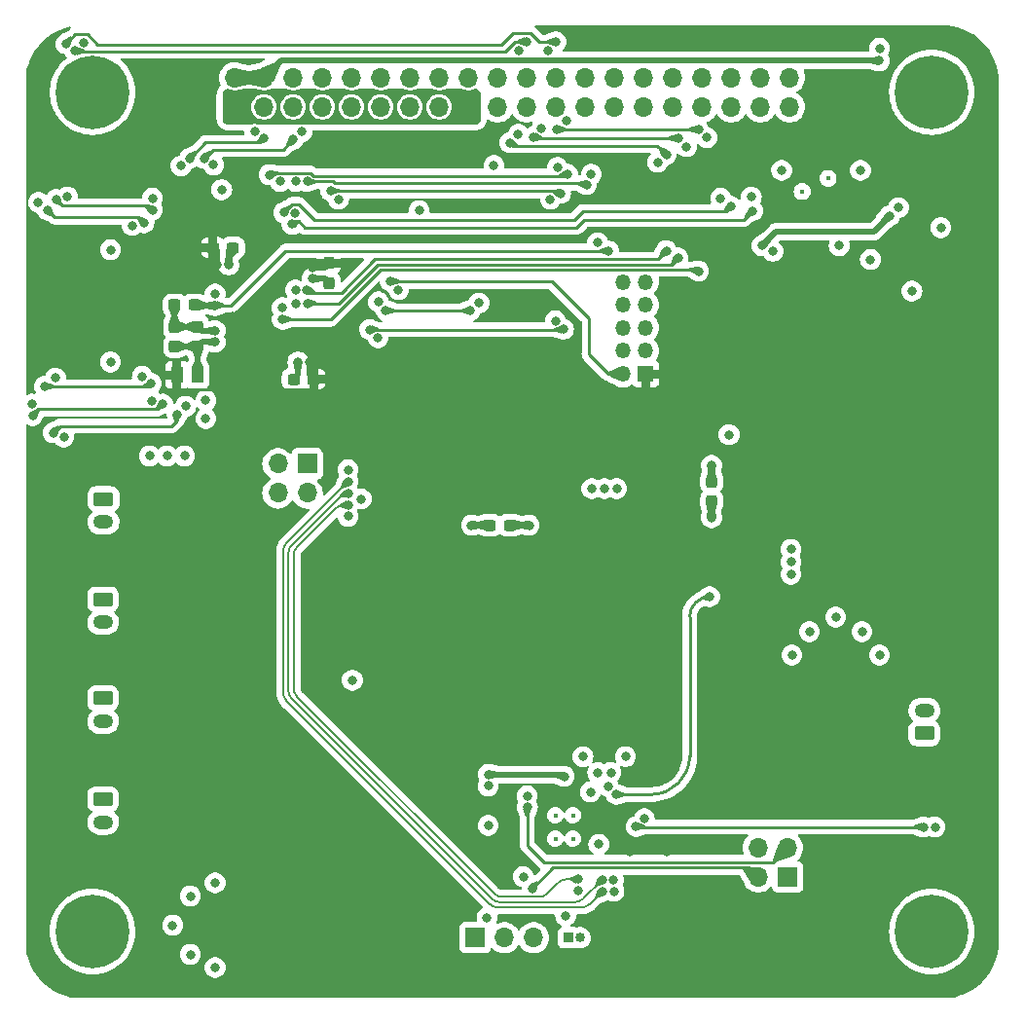
<source format=gbl>
G04 #@! TF.GenerationSoftware,KiCad,Pcbnew,7.0.2-6a45011f42~172~ubuntu20.04.1*
G04 #@! TF.CreationDate,2023-05-04T18:05:17+02:00*
G04 #@! TF.ProjectId,EPS,4550532e-6b69-4636-9164-5f7063625858,v1.0.1*
G04 #@! TF.SameCoordinates,Original*
G04 #@! TF.FileFunction,Copper,L4,Bot*
G04 #@! TF.FilePolarity,Positive*
%FSLAX46Y46*%
G04 Gerber Fmt 4.6, Leading zero omitted, Abs format (unit mm)*
G04 Created by KiCad (PCBNEW 7.0.2-6a45011f42~172~ubuntu20.04.1) date 2023-05-04 18:05:17*
%MOMM*%
%LPD*%
G01*
G04 APERTURE LIST*
G04 Aperture macros list*
%AMRoundRect*
0 Rectangle with rounded corners*
0 $1 Rounding radius*
0 $2 $3 $4 $5 $6 $7 $8 $9 X,Y pos of 4 corners*
0 Add a 4 corners polygon primitive as box body*
4,1,4,$2,$3,$4,$5,$6,$7,$8,$9,$2,$3,0*
0 Add four circle primitives for the rounded corners*
1,1,$1+$1,$2,$3*
1,1,$1+$1,$4,$5*
1,1,$1+$1,$6,$7*
1,1,$1+$1,$8,$9*
0 Add four rect primitives between the rounded corners*
20,1,$1+$1,$2,$3,$4,$5,0*
20,1,$1+$1,$4,$5,$6,$7,0*
20,1,$1+$1,$6,$7,$8,$9,0*
20,1,$1+$1,$8,$9,$2,$3,0*%
G04 Aperture macros list end*
G04 #@! TA.AperFunction,ComponentPad*
%ADD10RoundRect,0.250000X-0.625000X0.350000X-0.625000X-0.350000X0.625000X-0.350000X0.625000X0.350000X0*%
G04 #@! TD*
G04 #@! TA.AperFunction,ComponentPad*
%ADD11O,1.750000X1.200000*%
G04 #@! TD*
G04 #@! TA.AperFunction,ComponentPad*
%ADD12R,1.350000X1.350000*%
G04 #@! TD*
G04 #@! TA.AperFunction,ComponentPad*
%ADD13O,1.350000X1.350000*%
G04 #@! TD*
G04 #@! TA.AperFunction,ComponentPad*
%ADD14R,1.700000X1.700000*%
G04 #@! TD*
G04 #@! TA.AperFunction,ComponentPad*
%ADD15O,1.700000X1.700000*%
G04 #@! TD*
G04 #@! TA.AperFunction,ComponentPad*
%ADD16C,0.800000*%
G04 #@! TD*
G04 #@! TA.AperFunction,ComponentPad*
%ADD17C,6.400000*%
G04 #@! TD*
G04 #@! TA.AperFunction,ComponentPad*
%ADD18RoundRect,0.250000X0.625000X-0.350000X0.625000X0.350000X-0.625000X0.350000X-0.625000X-0.350000X0*%
G04 #@! TD*
G04 #@! TA.AperFunction,ComponentPad*
%ADD19R,0.850000X0.850000*%
G04 #@! TD*
G04 #@! TA.AperFunction,ComponentPad*
%ADD20O,0.850000X0.850000*%
G04 #@! TD*
G04 #@! TA.AperFunction,SMDPad,CuDef*
%ADD21RoundRect,0.237500X0.300000X0.237500X-0.300000X0.237500X-0.300000X-0.237500X0.300000X-0.237500X0*%
G04 #@! TD*
G04 #@! TA.AperFunction,SMDPad,CuDef*
%ADD22RoundRect,0.237500X0.237500X-0.300000X0.237500X0.300000X-0.237500X0.300000X-0.237500X-0.300000X0*%
G04 #@! TD*
G04 #@! TA.AperFunction,SMDPad,CuDef*
%ADD23RoundRect,0.237500X-0.300000X-0.237500X0.300000X-0.237500X0.300000X0.237500X-0.300000X0.237500X0*%
G04 #@! TD*
G04 #@! TA.AperFunction,SMDPad,CuDef*
%ADD24RoundRect,0.237500X-0.237500X0.300000X-0.237500X-0.300000X0.237500X-0.300000X0.237500X0.300000X0*%
G04 #@! TD*
G04 #@! TA.AperFunction,SMDPad,CuDef*
%ADD25R,1.000000X1.400000*%
G04 #@! TD*
G04 #@! TA.AperFunction,ViaPad*
%ADD26C,0.800000*%
G04 #@! TD*
G04 #@! TA.AperFunction,ViaPad*
%ADD27C,0.450000*%
G04 #@! TD*
G04 #@! TA.AperFunction,Conductor*
%ADD28C,0.254000*%
G04 #@! TD*
G04 #@! TA.AperFunction,Conductor*
%ADD29C,0.508000*%
G04 #@! TD*
G04 #@! TA.AperFunction,Conductor*
%ADD30C,1.016000*%
G04 #@! TD*
G04 #@! TA.AperFunction,Conductor*
%ADD31C,0.635000*%
G04 #@! TD*
G04 #@! TA.AperFunction,Conductor*
%ADD32C,0.177800*%
G04 #@! TD*
G04 #@! TA.AperFunction,Conductor*
%ADD33C,0.250000*%
G04 #@! TD*
G04 APERTURE END LIST*
D10*
X113483100Y-107508600D03*
D11*
X113483100Y-109508600D03*
D12*
X160679100Y-87906400D03*
D13*
X158679100Y-87906400D03*
X160679100Y-85906400D03*
X158679100Y-85906400D03*
X160679100Y-83906400D03*
X158679100Y-83906400D03*
X160679100Y-81906400D03*
X158679100Y-81906400D03*
X160679100Y-79906400D03*
X158679100Y-79906400D03*
D14*
X124937100Y-64683600D03*
D15*
X124937100Y-62143600D03*
X127477100Y-64683600D03*
X127477100Y-62143600D03*
X130017100Y-64683600D03*
X130017100Y-62143600D03*
X132557100Y-64683600D03*
X132557100Y-62143600D03*
X135097100Y-64683600D03*
X135097100Y-62143600D03*
X137637100Y-64683600D03*
X137637100Y-62143600D03*
X140177100Y-64683600D03*
X140177100Y-62143600D03*
X142717100Y-64683600D03*
X142717100Y-62143600D03*
X145257100Y-64683600D03*
X145257100Y-62143600D03*
X147797100Y-64683600D03*
X147797100Y-62143600D03*
X150337100Y-64683600D03*
X150337100Y-62143600D03*
X152877100Y-64683600D03*
X152877100Y-62143600D03*
X155417100Y-64683600D03*
X155417100Y-62143600D03*
X157957100Y-64683600D03*
X157957100Y-62143600D03*
X160497100Y-64683600D03*
X160497100Y-62143600D03*
X163037100Y-64683600D03*
X163037100Y-62143600D03*
X165577100Y-64683600D03*
X165577100Y-62143600D03*
X168117100Y-64683600D03*
X168117100Y-62143600D03*
X170657100Y-64683600D03*
X170657100Y-62143600D03*
X173197100Y-64683600D03*
X173197100Y-62143600D03*
D16*
X110865044Y-138105656D03*
X114962100Y-136408600D03*
X112562100Y-138808600D03*
X114259156Y-134711544D03*
X110162100Y-136408600D03*
D17*
X112562100Y-136408600D03*
D16*
X114259156Y-138105656D03*
X110865044Y-134711544D03*
X112562100Y-134008600D03*
D14*
X173026100Y-131659600D03*
D15*
X170486100Y-131659600D03*
X173026100Y-129119600D03*
X170486100Y-129119600D03*
D14*
X131233100Y-95727600D03*
D15*
X131233100Y-98267600D03*
X128693100Y-95727600D03*
X128693100Y-98267600D03*
D10*
X113520100Y-98786600D03*
D11*
X113520100Y-100786600D03*
D18*
X184912100Y-119176600D03*
D11*
X184912100Y-117176600D03*
D16*
X187259156Y-65105656D03*
X187259156Y-61711544D03*
X183865044Y-65105656D03*
X187962100Y-63408600D03*
X185562100Y-61008600D03*
D17*
X185562100Y-63408600D03*
D16*
X185562100Y-65808600D03*
X183162100Y-63408600D03*
X183865044Y-61711544D03*
X110865044Y-65105656D03*
X110162100Y-63408600D03*
X110865044Y-61711544D03*
X114962100Y-63408600D03*
X114259156Y-61711544D03*
X112562100Y-61008600D03*
D17*
X112562100Y-63408600D03*
D16*
X114259156Y-65105656D03*
X112562100Y-65808600D03*
D14*
X145848100Y-136953600D03*
D15*
X148388100Y-136953600D03*
X150928100Y-136953600D03*
D17*
X185562100Y-136408600D03*
D16*
X187259156Y-134711544D03*
X185562100Y-134008600D03*
X183162100Y-136408600D03*
X183865044Y-138105656D03*
X185562100Y-138808600D03*
X183865044Y-134711544D03*
X187962100Y-136408600D03*
X187259156Y-138105656D03*
D10*
X113483100Y-116128600D03*
D11*
X113483100Y-118128600D03*
D10*
X113483100Y-124891600D03*
D11*
X113483100Y-126891600D03*
D19*
X153961100Y-136953600D03*
D20*
X154961100Y-136953600D03*
D21*
X131785800Y-88366600D03*
X130060800Y-88366600D03*
X148854600Y-101066600D03*
X147129600Y-101066600D03*
D22*
X166407100Y-99008100D03*
X166407100Y-97283100D03*
X119696500Y-85520700D03*
X119696500Y-83795700D03*
D23*
X123053400Y-76946800D03*
X124778400Y-76946800D03*
D24*
X133133100Y-78283900D03*
X133133100Y-80008900D03*
D25*
X119897100Y-87985600D03*
X121697100Y-87985600D03*
D22*
X121703100Y-85520700D03*
X121703100Y-83795700D03*
D21*
X121422600Y-81915000D03*
X119697600Y-81915000D03*
D26*
X181007800Y-60672800D03*
X181901100Y-74142600D03*
X170797100Y-76753600D03*
X139737100Y-94081600D03*
X124576300Y-92948800D03*
X127926100Y-107416600D03*
X143674100Y-132908600D03*
X175932100Y-117068600D03*
X181012100Y-117068600D03*
X131355100Y-107416600D03*
X159295100Y-134432600D03*
X178472100Y-125288600D03*
X178472100Y-117068600D03*
X138724100Y-91094600D03*
X175932100Y-125288600D03*
X131355100Y-115036600D03*
X131355100Y-111226600D03*
X162470100Y-131892600D03*
X141769100Y-94081600D03*
X127926100Y-115036600D03*
X123421397Y-78435200D03*
X138975100Y-115036600D03*
X162470100Y-134432600D03*
X173392100Y-125288600D03*
X133895100Y-115036600D03*
X127926100Y-111226600D03*
X131659900Y-78629497D03*
X124779500Y-82941200D03*
X159295100Y-129479600D03*
X173392100Y-117068600D03*
X181012100Y-125288600D03*
X131431300Y-86868000D03*
X162470100Y-129479600D03*
X128665700Y-79461400D03*
X159295100Y-131892600D03*
X141134100Y-132908600D03*
X139737100Y-87985600D03*
X141769100Y-87985600D03*
X136435100Y-115036600D03*
X138594100Y-132908600D03*
X166407100Y-95859600D03*
X131659900Y-79629000D03*
X107850283Y-72999539D03*
X152150600Y-59766200D03*
X157085300Y-97891600D03*
X119034100Y-95046600D03*
X179355386Y-70205600D03*
X116026135Y-74996100D03*
X155221000Y-121199200D03*
X155993100Y-97891600D03*
X130764649Y-66856143D03*
X146170877Y-81739168D03*
X137426685Y-81646990D03*
X158917100Y-121193600D03*
X123227100Y-139547600D03*
D27*
X154342100Y-126304600D03*
D26*
X157647100Y-122590600D03*
X139173855Y-80584100D03*
X120656372Y-90733243D03*
X130212100Y-80619600D03*
X177202100Y-109067600D03*
X149610600Y-59756100D03*
X124420900Y-78435200D03*
X150372600Y-124607086D03*
X117510100Y-95046600D03*
X123227100Y-132181600D03*
X181015100Y-59598600D03*
X123227100Y-84141297D03*
X182666100Y-73441600D03*
X134784100Y-100288103D03*
X137395855Y-84775100D03*
X152383241Y-72710100D03*
X155937768Y-70540079D03*
X110061438Y-93388100D03*
X165990600Y-67356355D03*
X158152100Y-97891600D03*
X107338138Y-90528135D03*
X181012100Y-112369600D03*
X134784100Y-96257097D03*
X117766135Y-72635041D03*
X185838100Y-127328543D03*
X128880116Y-71159100D03*
X116896351Y-88112600D03*
X169864500Y-72527200D03*
X145528300Y-101066600D03*
X173392100Y-112369600D03*
X154798542Y-132870563D03*
X121068100Y-138404600D03*
D27*
X154342100Y-128336600D03*
D26*
X114133900Y-86868000D03*
X114133900Y-77114400D03*
D27*
X152818100Y-126304600D03*
D26*
X156497124Y-76489500D03*
X120256444Y-69821401D03*
X173315900Y-103174800D03*
D27*
X152818100Y-128336600D03*
D26*
X146976100Y-127193600D03*
X153001568Y-69960100D03*
X110384039Y-72527100D03*
X156605616Y-128816284D03*
X117699059Y-90234068D03*
X133953448Y-72710100D03*
X135932814Y-98786314D03*
X186346100Y-75184000D03*
X164212600Y-68147258D03*
X130195583Y-73894836D03*
X122414300Y-91795600D03*
X172503100Y-70205600D03*
D27*
X174284100Y-72044600D03*
D26*
X123226846Y-80957903D03*
X120558100Y-95046600D03*
X173315900Y-105333800D03*
X135165100Y-114554000D03*
X146872600Y-135206100D03*
X180226600Y-77954500D03*
X167931100Y-93192600D03*
X109337760Y-88275100D03*
X119534100Y-135864600D03*
X183831500Y-80695800D03*
X129069100Y-82160097D03*
X130228597Y-81762600D03*
X150024100Y-131638600D03*
D27*
X176544700Y-70901600D03*
D26*
X157909878Y-132918198D03*
X177506900Y-76758800D03*
X122414300Y-90220800D03*
X140972500Y-73709200D03*
X156504100Y-122590600D03*
X126662975Y-66812768D03*
X147474900Y-69797600D03*
X111793811Y-59115900D03*
X130228597Y-71159100D03*
X161716419Y-69498083D03*
X179488100Y-110337600D03*
X153709600Y-135065100D03*
X149587855Y-67085845D03*
X155866100Y-124272600D03*
X151619855Y-66577845D03*
X173315900Y-104267000D03*
X123096473Y-69736421D03*
X152821680Y-83306607D03*
X160553412Y-126581927D03*
X174916100Y-110337600D03*
X121068100Y-133324600D03*
X157407132Y-123781632D03*
X171744100Y-77251600D03*
X123793904Y-71880100D03*
X146976100Y-123748103D03*
X167197500Y-72628800D03*
X130431797Y-86868000D03*
X157881556Y-131902286D03*
X153797627Y-65923100D03*
X166407100Y-100431600D03*
X150532100Y-101066600D03*
X162470100Y-68841600D03*
X131211603Y-80619600D03*
X148881100Y-67792600D03*
X162470100Y-77190600D03*
X184838629Y-127320600D03*
X159838322Y-127280247D03*
X108368100Y-89001600D03*
X117664600Y-88751974D03*
X118655100Y-90525600D03*
X107352100Y-91541600D03*
X119925100Y-91414600D03*
X109129129Y-93027821D03*
X134784100Y-99288600D03*
X154805019Y-131871081D03*
X150786100Y-132654600D03*
X150379725Y-125606563D03*
X130017100Y-67519600D03*
X122278100Y-69162600D03*
X127477100Y-67392600D03*
X121008100Y-69162600D03*
X150913100Y-67284600D03*
X163486100Y-77825600D03*
X131228100Y-81762600D03*
X163486100Y-67411600D03*
X165264100Y-66649600D03*
X129069100Y-83159600D03*
X165264100Y-78968600D03*
X152945100Y-66649600D03*
X168111480Y-73327220D03*
X129196116Y-73886475D03*
X129922600Y-74892636D03*
X169957223Y-73721914D03*
X156910378Y-132920381D03*
X134784100Y-97256600D03*
X156882100Y-131892600D03*
X134784100Y-98272600D03*
X123228606Y-81957404D03*
X157440900Y-77216500D03*
X133260100Y-71983600D03*
X153266100Y-72210600D03*
X138467100Y-79857600D03*
X153891731Y-70530100D03*
X127926100Y-70586600D03*
X155531300Y-71453200D03*
X131228100Y-71159100D03*
X109385100Y-72744600D03*
X117766100Y-73634600D03*
X150337100Y-58994100D03*
X111055041Y-59829954D03*
X123227100Y-85140800D03*
X152877100Y-59029600D03*
X117039600Y-74777600D03*
X108622100Y-73634600D03*
X110266500Y-59215782D03*
X145417500Y-82396000D03*
X138082100Y-82401600D03*
X136689100Y-84048600D03*
X153520100Y-84021600D03*
X153580100Y-122910600D03*
X146976100Y-122748600D03*
X166239100Y-107295600D03*
X158113887Y-124488387D03*
D28*
X165264100Y-78968600D02*
X165121900Y-78826400D01*
X165121900Y-78826400D02*
X137593300Y-78826400D01*
X137593300Y-78826400D02*
X133260100Y-83159600D01*
X133260100Y-83159600D02*
X129069100Y-83159600D01*
D29*
X170797100Y-76753600D02*
X172011100Y-75539600D01*
X128965500Y-60655200D02*
X127477100Y-62143600D01*
X181007800Y-60672800D02*
X180990200Y-60655200D01*
X172011100Y-75539600D02*
X180504100Y-75539600D01*
X180990200Y-60655200D02*
X128965500Y-60655200D01*
X180504100Y-75539600D02*
X181901100Y-74142600D01*
D30*
X124937100Y-62143600D02*
X127477100Y-62143600D01*
D28*
X119897100Y-89158600D02*
X120004300Y-89265800D01*
D29*
X132787503Y-78629497D02*
X133133100Y-78283900D01*
D28*
X119897100Y-87985600D02*
X119897100Y-89158600D01*
X131688300Y-89265800D02*
X131785800Y-89168300D01*
D29*
X123421397Y-78435200D02*
X123421397Y-77180597D01*
X131431300Y-86868000D02*
X131431300Y-88012100D01*
X131659900Y-78629497D02*
X132787503Y-78629497D01*
X131431300Y-88012100D02*
X131785800Y-88366600D01*
D28*
X120004300Y-89265800D02*
X131688300Y-89265800D01*
X131785800Y-89168300D02*
X131785800Y-88366600D01*
D29*
X131659900Y-79629000D02*
X132753200Y-79629000D01*
X119696500Y-83795700D02*
X121703100Y-83795700D01*
X119697600Y-81915000D02*
X119697600Y-83794600D01*
X130431797Y-87995603D02*
X130060800Y-88366600D01*
X166407100Y-97283100D02*
X166407100Y-95859600D01*
X145528300Y-101066600D02*
X147129600Y-101066600D01*
X123227100Y-84141297D02*
X122048697Y-84141297D01*
X122048697Y-84141297D02*
X121703100Y-83795700D01*
X124420900Y-78435200D02*
X124420900Y-77164100D01*
X132753200Y-79629000D02*
X133133100Y-80008900D01*
X130431797Y-86868000D02*
X130431797Y-87995603D01*
X148854600Y-101066600D02*
X150532100Y-101066600D01*
D31*
X166407100Y-100431600D02*
X166407100Y-99008100D01*
D28*
X161675100Y-68046600D02*
X162470100Y-68841600D01*
X148881100Y-67792600D02*
X149135100Y-68046600D01*
X131211603Y-80619600D02*
X131465603Y-80873600D01*
X134212600Y-80873600D02*
X137143199Y-77943000D01*
X137143199Y-77943000D02*
X161717700Y-77943000D01*
X131465603Y-80873600D02*
X134212600Y-80873600D01*
X149135100Y-68046600D02*
X161675100Y-68046600D01*
X161717700Y-77943000D02*
X162470100Y-77190600D01*
X159878675Y-127320600D02*
X159838322Y-127280247D01*
X184838629Y-127320600D02*
X159878675Y-127320600D01*
X117664600Y-88751974D02*
X117414974Y-89001600D01*
X117414974Y-89001600D02*
X108368100Y-89001600D01*
X107352100Y-91541600D02*
X107932632Y-90961068D01*
X118219632Y-90961068D02*
X118655100Y-90525600D01*
X107932632Y-90961068D02*
X118219632Y-90961068D01*
X119925100Y-91922600D02*
X119925100Y-91414600D01*
X109129129Y-93027821D02*
X109726350Y-92430600D01*
X109726350Y-92430600D02*
X119417100Y-92430600D01*
X119417100Y-92430600D02*
X119925100Y-91922600D01*
D32*
X130053300Y-103678666D02*
X130053300Y-115262282D01*
X133736259Y-99581493D02*
X130346193Y-102971559D01*
X134784100Y-99288600D02*
X134443366Y-99288600D01*
X153771433Y-131871081D02*
X154805019Y-131871081D01*
X152120393Y-133107907D02*
X153064326Y-132163974D01*
X148191818Y-133400800D02*
X151413286Y-133400800D01*
X130346193Y-115969389D02*
X147484711Y-133107907D01*
X134443366Y-99288576D02*
G75*
G03*
X133736259Y-99581493I34J-1000024D01*
G01*
X130346210Y-102971576D02*
G75*
G03*
X130053300Y-103678666I707090J-707124D01*
G01*
X153771433Y-131871110D02*
G75*
G03*
X153064326Y-132163974I-33J-999990D01*
G01*
X147484702Y-133107916D02*
G75*
G03*
X148191818Y-133400800I707098J707116D01*
G01*
X130053313Y-115262282D02*
G75*
G03*
X130346193Y-115969389I999987J-18D01*
G01*
X151413286Y-133400790D02*
G75*
G03*
X152120393Y-133107907I14J999990D01*
G01*
D28*
X152608738Y-130831962D02*
X169658462Y-130831962D01*
X150786100Y-132654600D02*
X152608738Y-130831962D01*
X169658462Y-130831962D02*
X170486100Y-131659600D01*
X171777100Y-130368600D02*
X173026100Y-129119600D01*
X150379725Y-125606563D02*
X150379700Y-125606588D01*
X150379700Y-125606588D02*
X150379700Y-128946200D01*
X151802100Y-130368600D02*
X171777100Y-130368600D01*
X150379700Y-128946200D02*
X151802100Y-130368600D01*
D33*
X129136100Y-68400600D02*
X123040100Y-68400600D01*
X123040100Y-68400600D02*
X122278100Y-69162600D01*
X130017100Y-67519600D02*
X129136100Y-68400600D01*
X127104100Y-67765600D02*
X122405100Y-67765600D01*
X127477100Y-67392600D02*
X127104100Y-67765600D01*
X122405100Y-67765600D02*
X121008100Y-69162600D01*
D28*
X133965652Y-81762600D02*
X137331252Y-78397000D01*
X131228100Y-81762600D02*
X133965652Y-81762600D01*
X163486100Y-67411600D02*
X151040100Y-67411600D01*
X162914700Y-78397000D02*
X163486100Y-77825600D01*
X137331252Y-78397000D02*
X162914700Y-78397000D01*
X151040100Y-67411600D02*
X150913100Y-67284600D01*
X165264100Y-66649600D02*
X152945100Y-66649600D01*
X154469100Y-74523600D02*
X131852481Y-74523600D01*
X129196116Y-73866169D02*
X129196116Y-73886475D01*
X155231100Y-73761600D02*
X154469100Y-74523600D01*
X131852481Y-74523600D02*
X130496717Y-73167836D01*
X167677100Y-73761600D02*
X155231100Y-73761600D01*
X168111480Y-73327220D02*
X167677100Y-73761600D01*
X129894449Y-73167836D02*
X129196116Y-73866169D01*
X130496717Y-73167836D02*
X129894449Y-73167836D01*
X130496717Y-74621836D02*
X130193400Y-74621836D01*
X155298100Y-74496600D02*
X154636100Y-75158600D01*
X169182537Y-74496600D02*
X155298100Y-74496600D01*
X154636100Y-75158600D02*
X131033481Y-75158600D01*
X130193400Y-74621836D02*
X129922600Y-74892636D01*
X131033481Y-75158600D02*
X130496717Y-74621836D01*
X169957223Y-73721914D02*
X169182537Y-74496600D01*
D32*
X129438193Y-116345494D02*
X147115006Y-134022307D01*
X134784100Y-97256600D02*
X134771966Y-97256600D01*
X147822113Y-134315200D02*
X155101345Y-134315200D01*
X134771966Y-97256600D02*
X129438193Y-102590373D01*
X155808452Y-134022307D02*
X156910378Y-132920381D01*
X129145300Y-103297480D02*
X129145300Y-115638387D01*
X129438203Y-102590383D02*
G75*
G03*
X129145300Y-103297480I707097J-707117D01*
G01*
X155101345Y-134315232D02*
G75*
G03*
X155808452Y-134022307I-45J1000032D01*
G01*
X129145309Y-115638387D02*
G75*
G03*
X129438193Y-116345494I999991J-13D01*
G01*
X147115000Y-134022313D02*
G75*
G03*
X147822113Y-134315200I707100J707113D01*
G01*
X134403100Y-98272600D02*
X129892193Y-102783507D01*
X155215993Y-133568307D02*
X156882100Y-131902200D01*
X129892193Y-116157441D02*
X147303059Y-133568307D01*
X156882100Y-131902200D02*
X156882100Y-131892600D01*
X134784100Y-98272600D02*
X134403100Y-98272600D01*
X148010166Y-133861200D02*
X154508886Y-133861200D01*
X129599300Y-103490614D02*
X129599300Y-115450334D01*
X154508886Y-133861190D02*
G75*
G03*
X155215993Y-133568307I14J999990D01*
G01*
X129892186Y-102783500D02*
G75*
G03*
X129599300Y-103490614I707114J-707100D01*
G01*
X147303076Y-133568290D02*
G75*
G03*
X148010166Y-133861200I707124J707090D01*
G01*
X129599276Y-115450334D02*
G75*
G03*
X129892193Y-116157441I1000024J34D01*
G01*
D28*
X157440400Y-77216000D02*
X129362330Y-77216000D01*
X124620926Y-81957404D02*
X123228606Y-81957404D01*
X157440900Y-77216500D02*
X157440400Y-77216000D01*
X129362330Y-77216000D02*
X124620926Y-81957404D01*
D29*
X123228606Y-81957404D02*
X121465004Y-81957404D01*
D28*
X153039100Y-71983600D02*
X133260100Y-71983600D01*
X153266100Y-72210600D02*
X153039100Y-71983600D01*
X138467100Y-79857600D02*
X152531500Y-79857600D01*
X157430700Y-87906400D02*
X158679100Y-87906400D01*
X152531500Y-79857600D02*
X155739100Y-83065200D01*
X155739100Y-83065200D02*
X155739100Y-86214800D01*
X155739100Y-86214800D02*
X157430700Y-87906400D01*
X131783734Y-70686600D02*
X131529234Y-70432100D01*
X153735231Y-70686600D02*
X131783734Y-70686600D01*
X153891731Y-70530100D02*
X153735231Y-70686600D01*
X131529234Y-70432100D02*
X128080600Y-70432100D01*
X128080600Y-70432100D02*
X127926100Y-70586600D01*
X133626234Y-71321600D02*
X133463734Y-71159100D01*
X155399700Y-71321600D02*
X133626234Y-71321600D01*
X133463734Y-71159100D02*
X131228100Y-71159100D01*
X155531300Y-71453200D02*
X155399700Y-71321600D01*
X148496166Y-59842400D02*
X149309466Y-59029100D01*
X150302100Y-59029100D02*
X150337100Y-58994100D01*
X109894100Y-73253600D02*
X109385100Y-72744600D01*
X149309466Y-59029100D02*
X150302100Y-59029100D01*
X117385100Y-73253600D02*
X109894100Y-73253600D01*
X111067487Y-59842400D02*
X148496166Y-59842400D01*
X111055041Y-59829954D02*
X111067487Y-59842400D01*
X117766100Y-73634600D02*
X117385100Y-73253600D01*
D29*
X121703100Y-85520700D02*
X121703100Y-87979600D01*
X123227100Y-85140800D02*
X122083000Y-85140800D01*
X122083000Y-85140800D02*
X121703100Y-85520700D01*
X119696500Y-85520700D02*
X121703100Y-85520700D01*
D28*
X112094945Y-58388900D02*
X112989645Y-59283600D01*
X148131800Y-59283600D02*
X149148300Y-58267100D01*
X112989645Y-59283600D02*
X148131800Y-59283600D01*
X110266500Y-59163200D02*
X111040800Y-58388900D01*
X116531600Y-74269600D02*
X109257100Y-74269600D01*
X109257100Y-74269600D02*
X108622100Y-73634600D01*
X149148300Y-58267100D02*
X150638234Y-58267100D01*
X151400734Y-59029600D02*
X152877100Y-59029600D01*
X110266500Y-59215782D02*
X110266500Y-59163200D01*
X150638234Y-58267100D02*
X151400734Y-59029600D01*
X117039600Y-74777600D02*
X116531600Y-74269600D01*
X111040800Y-58388900D02*
X112094945Y-58388900D01*
X138082100Y-82401600D02*
X145411900Y-82401600D01*
X145411900Y-82401600D02*
X145417500Y-82396000D01*
X153520100Y-84021600D02*
X153493100Y-84048600D01*
X153493100Y-84048600D02*
X136689100Y-84048600D01*
D29*
X153580100Y-122910600D02*
X153418100Y-122748600D01*
X153418100Y-122748600D02*
X146976100Y-122748600D01*
D28*
X161160261Y-124488387D02*
X158113887Y-124488387D01*
X164505100Y-109029602D02*
X164505100Y-121143548D01*
X161160261Y-124488300D02*
G75*
G03*
X164505100Y-121143548I39J3344800D01*
G01*
X166231900Y-107302800D02*
G75*
G03*
X164505100Y-109029602I0J-1726800D01*
G01*
G04 #@! TA.AperFunction,Conductor*
G36*
X186564023Y-57609183D02*
G01*
X186976575Y-57627196D01*
X186984195Y-57627863D01*
X187391736Y-57681516D01*
X187399262Y-57682843D01*
X187800558Y-57771809D01*
X187807944Y-57773787D01*
X188199981Y-57897395D01*
X188207161Y-57900009D01*
X188586922Y-58057312D01*
X188593851Y-58060543D01*
X188829458Y-58183192D01*
X188958444Y-58250338D01*
X188965085Y-58254172D01*
X189311743Y-58475018D01*
X189318024Y-58479416D01*
X189577913Y-58678836D01*
X189644115Y-58729634D01*
X189649986Y-58734560D01*
X189953038Y-59012256D01*
X189958443Y-59017661D01*
X190143420Y-59219528D01*
X190236136Y-59320710D01*
X190241065Y-59326584D01*
X190491283Y-59652675D01*
X190495681Y-59658956D01*
X190716527Y-60005614D01*
X190720361Y-60012255D01*
X190910151Y-60376838D01*
X190913392Y-60383788D01*
X191070685Y-60763525D01*
X191073308Y-60770731D01*
X191196909Y-61162745D01*
X191198893Y-61170152D01*
X191287853Y-61571424D01*
X191289185Y-61578976D01*
X191342835Y-61986494D01*
X191343503Y-61994133D01*
X191361516Y-62406676D01*
X191361600Y-62410510D01*
X191361600Y-137406689D01*
X191361516Y-137410523D01*
X191343503Y-137823066D01*
X191342835Y-137830705D01*
X191289185Y-138238223D01*
X191287853Y-138245775D01*
X191198893Y-138647047D01*
X191196909Y-138654454D01*
X191073308Y-139046468D01*
X191070685Y-139053674D01*
X190913392Y-139433411D01*
X190910151Y-139440361D01*
X190720361Y-139804944D01*
X190716527Y-139811585D01*
X190495681Y-140158243D01*
X190491283Y-140164524D01*
X190241065Y-140490615D01*
X190236136Y-140496489D01*
X189958452Y-140799529D01*
X189953029Y-140804952D01*
X189649989Y-141082636D01*
X189644115Y-141087565D01*
X189318024Y-141337783D01*
X189311743Y-141342181D01*
X188965085Y-141563027D01*
X188958444Y-141566861D01*
X188593861Y-141756651D01*
X188586911Y-141759892D01*
X188207174Y-141917185D01*
X188199968Y-141919808D01*
X187807954Y-142043409D01*
X187800547Y-142045393D01*
X187399275Y-142134353D01*
X187391723Y-142135685D01*
X186984205Y-142189335D01*
X186976566Y-142190003D01*
X186564024Y-142208016D01*
X186560190Y-142208100D01*
X111564010Y-142208100D01*
X111560176Y-142208016D01*
X111147633Y-142190003D01*
X111139994Y-142189335D01*
X110732476Y-142135685D01*
X110724924Y-142134353D01*
X110323652Y-142045393D01*
X110316245Y-142043409D01*
X109924231Y-141919808D01*
X109917025Y-141917185D01*
X109537288Y-141759892D01*
X109530338Y-141756651D01*
X109165755Y-141566861D01*
X109159114Y-141563027D01*
X108812456Y-141342181D01*
X108806175Y-141337783D01*
X108480084Y-141087565D01*
X108474210Y-141082636D01*
X108171161Y-140804943D01*
X108165756Y-140799538D01*
X107888060Y-140496486D01*
X107883134Y-140490615D01*
X107632916Y-140164524D01*
X107628518Y-140158243D01*
X107407672Y-139811585D01*
X107403838Y-139804944D01*
X107269873Y-139547599D01*
X107214043Y-139440351D01*
X107210812Y-139433422D01*
X107053509Y-139053661D01*
X107050895Y-139046481D01*
X106927287Y-138654444D01*
X106925309Y-138647058D01*
X106836343Y-138245762D01*
X106835016Y-138238236D01*
X106781363Y-137830695D01*
X106780696Y-137823066D01*
X106780077Y-137808899D01*
X106762684Y-137410523D01*
X106762600Y-137406689D01*
X106762600Y-136408600D01*
X108848511Y-136408600D01*
X108848631Y-136410889D01*
X108861461Y-136655717D01*
X108868854Y-136796776D01*
X108869211Y-136799032D01*
X108869212Y-136799038D01*
X108893693Y-136953600D01*
X108929662Y-137180699D01*
X108930254Y-137182910D01*
X108930257Y-137182922D01*
X108995722Y-137427238D01*
X109030267Y-137556162D01*
X109031087Y-137558299D01*
X109031089Y-137558304D01*
X109048013Y-137602392D01*
X109169568Y-137919053D01*
X109170616Y-137921110D01*
X109170617Y-137921112D01*
X109340480Y-138254488D01*
X109346038Y-138265395D01*
X109557743Y-138591393D01*
X109802366Y-138893476D01*
X110077224Y-139168334D01*
X110379307Y-139412957D01*
X110705305Y-139624662D01*
X111051647Y-139801132D01*
X111414538Y-139940433D01*
X111790001Y-140041038D01*
X112173924Y-140101846D01*
X112562100Y-140122189D01*
X112950276Y-140101846D01*
X113334199Y-140041038D01*
X113709662Y-139940433D01*
X114072553Y-139801132D01*
X114418895Y-139624662D01*
X114537560Y-139547600D01*
X122313596Y-139547600D01*
X122333558Y-139737528D01*
X122392573Y-139919156D01*
X122488060Y-140084544D01*
X122615847Y-140226466D01*
X122770348Y-140338718D01*
X122944812Y-140416394D01*
X123131613Y-140456100D01*
X123322587Y-140456100D01*
X123509388Y-140416394D01*
X123683852Y-140338718D01*
X123838353Y-140226466D01*
X123966140Y-140084544D01*
X124061627Y-139919156D01*
X124120642Y-139737528D01*
X124140604Y-139547600D01*
X124120642Y-139357672D01*
X124061627Y-139176044D01*
X123966140Y-139010656D01*
X123838353Y-138868734D01*
X123683852Y-138756482D01*
X123509388Y-138678806D01*
X123509386Y-138678805D01*
X123322587Y-138639100D01*
X123131613Y-138639100D01*
X122944813Y-138678805D01*
X122770347Y-138756482D01*
X122615846Y-138868734D01*
X122488061Y-139010654D01*
X122392573Y-139176044D01*
X122333558Y-139357670D01*
X122325225Y-139436956D01*
X122313596Y-139547600D01*
X114537560Y-139547600D01*
X114744893Y-139412957D01*
X115046976Y-139168334D01*
X115321834Y-138893476D01*
X115566457Y-138591393D01*
X115687761Y-138404600D01*
X120154596Y-138404600D01*
X120174558Y-138594529D01*
X120192843Y-138650802D01*
X120233573Y-138776156D01*
X120329060Y-138941544D01*
X120456847Y-139083466D01*
X120611348Y-139195718D01*
X120785812Y-139273394D01*
X120972613Y-139313100D01*
X121163587Y-139313100D01*
X121350388Y-139273394D01*
X121524852Y-139195718D01*
X121679353Y-139083466D01*
X121807140Y-138941544D01*
X121902627Y-138776156D01*
X121961642Y-138594528D01*
X121981604Y-138404600D01*
X121961642Y-138214672D01*
X121902627Y-138033044D01*
X121807140Y-137867656D01*
X121679353Y-137725734D01*
X121524852Y-137613482D01*
X121350388Y-137535806D01*
X121350386Y-137535805D01*
X121163587Y-137496100D01*
X120972613Y-137496100D01*
X120785813Y-137535805D01*
X120611347Y-137613482D01*
X120456846Y-137725734D01*
X120329061Y-137867654D01*
X120233573Y-138033044D01*
X120174558Y-138214670D01*
X120154596Y-138404600D01*
X115687761Y-138404600D01*
X115778162Y-138265395D01*
X115954632Y-137919053D01*
X116093933Y-137556162D01*
X116194538Y-137180699D01*
X116255346Y-136796776D01*
X116275689Y-136408600D01*
X116255346Y-136020424D01*
X116230666Y-135864600D01*
X118620596Y-135864600D01*
X118627879Y-135933894D01*
X118640558Y-136054529D01*
X118668561Y-136140712D01*
X118699573Y-136236156D01*
X118795060Y-136401544D01*
X118922847Y-136543466D01*
X119077348Y-136655718D01*
X119251812Y-136733394D01*
X119438613Y-136773100D01*
X119629587Y-136773100D01*
X119816388Y-136733394D01*
X119990852Y-136655718D01*
X120145353Y-136543466D01*
X120273140Y-136401544D01*
X120368627Y-136236156D01*
X120427642Y-136054528D01*
X120447604Y-135864600D01*
X120427642Y-135674672D01*
X120368627Y-135493044D01*
X120273140Y-135327656D01*
X120145353Y-135185734D01*
X119990852Y-135073482D01*
X119816388Y-134995806D01*
X119816386Y-134995805D01*
X119629587Y-134956100D01*
X119438613Y-134956100D01*
X119251813Y-134995805D01*
X119077347Y-135073482D01*
X118922846Y-135185734D01*
X118795061Y-135327654D01*
X118699573Y-135493044D01*
X118640558Y-135674670D01*
X118637343Y-135705257D01*
X118620596Y-135864600D01*
X116230666Y-135864600D01*
X116194538Y-135636501D01*
X116093933Y-135261038D01*
X115954632Y-134898147D01*
X115778162Y-134551806D01*
X115566457Y-134225807D01*
X115321834Y-133923724D01*
X115046976Y-133648866D01*
X114744893Y-133404243D01*
X114622253Y-133324600D01*
X120154596Y-133324600D01*
X120174558Y-133514528D01*
X120233573Y-133696156D01*
X120329060Y-133861544D01*
X120456847Y-134003466D01*
X120611348Y-134115718D01*
X120785812Y-134193394D01*
X120972613Y-134233100D01*
X121163587Y-134233100D01*
X121350388Y-134193394D01*
X121524852Y-134115718D01*
X121679353Y-134003466D01*
X121807140Y-133861544D01*
X121902627Y-133696156D01*
X121961642Y-133514528D01*
X121981604Y-133324600D01*
X121961642Y-133134672D01*
X121902627Y-132953044D01*
X121807140Y-132787656D01*
X121679353Y-132645734D01*
X121524852Y-132533482D01*
X121453174Y-132501569D01*
X121350386Y-132455805D01*
X121163587Y-132416100D01*
X120972613Y-132416100D01*
X120785813Y-132455805D01*
X120611347Y-132533482D01*
X120456846Y-132645734D01*
X120329061Y-132787654D01*
X120233573Y-132953044D01*
X120174558Y-133134670D01*
X120158258Y-133289754D01*
X120154596Y-133324600D01*
X114622253Y-133324600D01*
X114418895Y-133192538D01*
X114416842Y-133191492D01*
X114416837Y-133191489D01*
X114074612Y-133017117D01*
X114074610Y-133017116D01*
X114072553Y-133016068D01*
X113908370Y-132953044D01*
X113711804Y-132877589D01*
X113711799Y-132877587D01*
X113709662Y-132876767D01*
X113648822Y-132860465D01*
X113336422Y-132776757D01*
X113336410Y-132776754D01*
X113334199Y-132776162D01*
X113205665Y-132755804D01*
X112952538Y-132715712D01*
X112952532Y-132715711D01*
X112950276Y-132715354D01*
X112947991Y-132715234D01*
X112947989Y-132715234D01*
X112564390Y-132695131D01*
X112562100Y-132695011D01*
X112559810Y-132695131D01*
X112176210Y-132715234D01*
X112176206Y-132715234D01*
X112173924Y-132715354D01*
X112171669Y-132715711D01*
X112171661Y-132715712D01*
X111792273Y-132775802D01*
X111792270Y-132775802D01*
X111790001Y-132776162D01*
X111787793Y-132776753D01*
X111787777Y-132776757D01*
X111416758Y-132876172D01*
X111416755Y-132876172D01*
X111414538Y-132876767D01*
X111412405Y-132877585D01*
X111412395Y-132877589D01*
X111053798Y-133015242D01*
X111053792Y-133015244D01*
X111051647Y-133016068D01*
X111049596Y-133017112D01*
X111049587Y-133017117D01*
X110707363Y-133191489D01*
X110707349Y-133191496D01*
X110705306Y-133192538D01*
X110703379Y-133193789D01*
X110703371Y-133193794D01*
X110501947Y-133324600D01*
X110379307Y-133404243D01*
X110377529Y-133405682D01*
X110377519Y-133405690D01*
X110079019Y-133647412D01*
X110079014Y-133647416D01*
X110077224Y-133648866D01*
X110075605Y-133650484D01*
X110075595Y-133650494D01*
X109803994Y-133922095D01*
X109803984Y-133922105D01*
X109802366Y-133923724D01*
X109800916Y-133925514D01*
X109800912Y-133925519D01*
X109559190Y-134224019D01*
X109559182Y-134224029D01*
X109557743Y-134225807D01*
X109556494Y-134227729D01*
X109556492Y-134227733D01*
X109347294Y-134549871D01*
X109347289Y-134549879D01*
X109346038Y-134551806D01*
X109344996Y-134553849D01*
X109344989Y-134553863D01*
X109170617Y-134896087D01*
X109170612Y-134896096D01*
X109169568Y-134898147D01*
X109168744Y-134900292D01*
X109168742Y-134900298D01*
X109031089Y-135258895D01*
X109031085Y-135258905D01*
X109030267Y-135261038D01*
X109029672Y-135263255D01*
X109029672Y-135263258D01*
X108930257Y-135634277D01*
X108930253Y-135634293D01*
X108929662Y-135636501D01*
X108929302Y-135638770D01*
X108929302Y-135638773D01*
X108872163Y-135999535D01*
X108868854Y-136020424D01*
X108868734Y-136022706D01*
X108868734Y-136022710D01*
X108861259Y-136165339D01*
X108848511Y-136408600D01*
X106762600Y-136408600D01*
X106762600Y-132181600D01*
X122313596Y-132181600D01*
X122333444Y-132370449D01*
X122333558Y-132371528D01*
X122392573Y-132553156D01*
X122488060Y-132718544D01*
X122615847Y-132860466D01*
X122770348Y-132972718D01*
X122944812Y-133050394D01*
X123131613Y-133090100D01*
X123322587Y-133090100D01*
X123509388Y-133050394D01*
X123683852Y-132972718D01*
X123838353Y-132860466D01*
X123966140Y-132718544D01*
X124061627Y-132553156D01*
X124120642Y-132371528D01*
X124140604Y-132181600D01*
X124120642Y-131991672D01*
X124061627Y-131810044D01*
X123966140Y-131644656D01*
X123838353Y-131502734D01*
X123683852Y-131390482D01*
X123509388Y-131312806D01*
X123509386Y-131312805D01*
X123322587Y-131273100D01*
X123131613Y-131273100D01*
X122944813Y-131312805D01*
X122770347Y-131390482D01*
X122615846Y-131502734D01*
X122488061Y-131644654D01*
X122392573Y-131810044D01*
X122333558Y-131991670D01*
X122313596Y-132181600D01*
X106762600Y-132181600D01*
X106762600Y-126838616D01*
X112095818Y-126838616D01*
X112105891Y-127050072D01*
X112127372Y-127138615D01*
X112155802Y-127255804D01*
X112214132Y-127383529D01*
X112243745Y-127448373D01*
X112350621Y-127598459D01*
X112366541Y-127620815D01*
X112519754Y-127766903D01*
X112697846Y-127881356D01*
X112894379Y-127960036D01*
X113102251Y-128000100D01*
X113102254Y-128000100D01*
X113808820Y-128000100D01*
X113810903Y-128000100D01*
X113968839Y-127985019D01*
X114171962Y-127925377D01*
X114360126Y-127828371D01*
X114526532Y-127697508D01*
X114665165Y-127537518D01*
X114771013Y-127354182D01*
X114840253Y-127154127D01*
X114870381Y-126944584D01*
X114860308Y-126733126D01*
X114810398Y-126527396D01*
X114722456Y-126334829D01*
X114599659Y-126162385D01*
X114484542Y-126052621D01*
X114470179Y-126038926D01*
X114443479Y-125985053D01*
X114457654Y-125926621D01*
X114484687Y-125900499D01*
X114581752Y-125840630D01*
X114707130Y-125715252D01*
X114800215Y-125564338D01*
X114855987Y-125396026D01*
X114866600Y-125292145D01*
X114866599Y-124491056D01*
X114855987Y-124387174D01*
X114822146Y-124285048D01*
X114800215Y-124218862D01*
X114707132Y-124067950D01*
X114581749Y-123942567D01*
X114430841Y-123849486D01*
X114424220Y-123847292D01*
X114262526Y-123793713D01*
X114236759Y-123791080D01*
X114160863Y-123783326D01*
X114160851Y-123783325D01*
X114158645Y-123783100D01*
X114156412Y-123783100D01*
X112809788Y-123783100D01*
X112809768Y-123783100D01*
X112807556Y-123783101D01*
X112805352Y-123783326D01*
X112805335Y-123783327D01*
X112703670Y-123793713D01*
X112535362Y-123849484D01*
X112384450Y-123942567D01*
X112259067Y-124067950D01*
X112165986Y-124218858D01*
X112138350Y-124302258D01*
X112110215Y-124387170D01*
X112110213Y-124387175D01*
X112099826Y-124488836D01*
X112099825Y-124488849D01*
X112099600Y-124491055D01*
X112099600Y-124493286D01*
X112099600Y-124493287D01*
X112099600Y-125289911D01*
X112099600Y-125289930D01*
X112099601Y-125292144D01*
X112099826Y-125294348D01*
X112099827Y-125294364D01*
X112110213Y-125396029D01*
X112165984Y-125564337D01*
X112259067Y-125715249D01*
X112384450Y-125840632D01*
X112482891Y-125901351D01*
X112520184Y-125948515D01*
X112518436Y-126008617D01*
X112491083Y-126045258D01*
X112439664Y-126085694D01*
X112301037Y-126245678D01*
X112195185Y-126429020D01*
X112125946Y-126629072D01*
X112095818Y-126838616D01*
X106762600Y-126838616D01*
X106762600Y-118075616D01*
X112095818Y-118075616D01*
X112105891Y-118287072D01*
X112121873Y-118352948D01*
X112155802Y-118492804D01*
X112200730Y-118591182D01*
X112243745Y-118685373D01*
X112309909Y-118778287D01*
X112366541Y-118857815D01*
X112519754Y-119003903D01*
X112697846Y-119118356D01*
X112894379Y-119197036D01*
X113102251Y-119237100D01*
X113102254Y-119237100D01*
X113808820Y-119237100D01*
X113810903Y-119237100D01*
X113968839Y-119222019D01*
X114171962Y-119162377D01*
X114360126Y-119065371D01*
X114526532Y-118934508D01*
X114665165Y-118774518D01*
X114771013Y-118591182D01*
X114840253Y-118391127D01*
X114870381Y-118181584D01*
X114860308Y-117970126D01*
X114810398Y-117764396D01*
X114722456Y-117571829D01*
X114599659Y-117399385D01*
X114470179Y-117275926D01*
X114443479Y-117222053D01*
X114457654Y-117163621D01*
X114484687Y-117137499D01*
X114581752Y-117077630D01*
X114707130Y-116952252D01*
X114800215Y-116801338D01*
X114855987Y-116633026D01*
X114866600Y-116529145D01*
X114866599Y-115728056D01*
X114855987Y-115624174D01*
X114800215Y-115455862D01*
X114798384Y-115452894D01*
X114707132Y-115304950D01*
X114581749Y-115179567D01*
X114430841Y-115086486D01*
X114430835Y-115086484D01*
X114262526Y-115030713D01*
X114236759Y-115028080D01*
X114160863Y-115020326D01*
X114160851Y-115020325D01*
X114158645Y-115020100D01*
X114156412Y-115020100D01*
X112809788Y-115020100D01*
X112809768Y-115020100D01*
X112807556Y-115020101D01*
X112805352Y-115020326D01*
X112805335Y-115020327D01*
X112703670Y-115030713D01*
X112535362Y-115086484D01*
X112384450Y-115179567D01*
X112259067Y-115304950D01*
X112165986Y-115455858D01*
X112138350Y-115539258D01*
X112110215Y-115624170D01*
X112110213Y-115624175D01*
X112099826Y-115725836D01*
X112099825Y-115725849D01*
X112099600Y-115728055D01*
X112099600Y-115730286D01*
X112099600Y-115730287D01*
X112099600Y-116526911D01*
X112099600Y-116526930D01*
X112099601Y-116529144D01*
X112099826Y-116531348D01*
X112099827Y-116531364D01*
X112110213Y-116633029D01*
X112165984Y-116801337D01*
X112259067Y-116952249D01*
X112384450Y-117077632D01*
X112482891Y-117138351D01*
X112520184Y-117185515D01*
X112518436Y-117245617D01*
X112491083Y-117282258D01*
X112439664Y-117322694D01*
X112301037Y-117482678D01*
X112195185Y-117666020D01*
X112125946Y-117866072D01*
X112095818Y-118075616D01*
X106762600Y-118075616D01*
X106762600Y-109455616D01*
X112095818Y-109455616D01*
X112105891Y-109667072D01*
X112152385Y-109858718D01*
X112155802Y-109872804D01*
X112243744Y-110065371D01*
X112243745Y-110065373D01*
X112366540Y-110237814D01*
X112366541Y-110237815D01*
X112519754Y-110383903D01*
X112697846Y-110498356D01*
X112894379Y-110577036D01*
X113102251Y-110617100D01*
X113102254Y-110617100D01*
X113808820Y-110617100D01*
X113810903Y-110617100D01*
X113968839Y-110602019D01*
X114171962Y-110542377D01*
X114360126Y-110445371D01*
X114526532Y-110314508D01*
X114665165Y-110154518D01*
X114771013Y-109971182D01*
X114840253Y-109771127D01*
X114870381Y-109561584D01*
X114860308Y-109350126D01*
X114810398Y-109144396D01*
X114722456Y-108951829D01*
X114599659Y-108779385D01*
X114519226Y-108702692D01*
X114470179Y-108655926D01*
X114443479Y-108602053D01*
X114457654Y-108543621D01*
X114484687Y-108517499D01*
X114581752Y-108457630D01*
X114707130Y-108332252D01*
X114800215Y-108181338D01*
X114855987Y-108013026D01*
X114866600Y-107909145D01*
X114866599Y-107108056D01*
X114855987Y-107004174D01*
X114800215Y-106835862D01*
X114752594Y-106758656D01*
X114707132Y-106684950D01*
X114581749Y-106559567D01*
X114430841Y-106466486D01*
X114430835Y-106466484D01*
X114262526Y-106410713D01*
X114236759Y-106408080D01*
X114160863Y-106400326D01*
X114160851Y-106400325D01*
X114158645Y-106400100D01*
X114156412Y-106400100D01*
X112809788Y-106400100D01*
X112809768Y-106400100D01*
X112807556Y-106400101D01*
X112805352Y-106400326D01*
X112805335Y-106400327D01*
X112703670Y-106410713D01*
X112535362Y-106466484D01*
X112384450Y-106559567D01*
X112259067Y-106684950D01*
X112165986Y-106835858D01*
X112154495Y-106870538D01*
X112110215Y-107004170D01*
X112110213Y-107004175D01*
X112099826Y-107105836D01*
X112099825Y-107105849D01*
X112099600Y-107108055D01*
X112099600Y-107110286D01*
X112099600Y-107110287D01*
X112099600Y-107906911D01*
X112099600Y-107906930D01*
X112099601Y-107909144D01*
X112099826Y-107911348D01*
X112099827Y-107911364D01*
X112110213Y-108013029D01*
X112165984Y-108181337D01*
X112259067Y-108332249D01*
X112384450Y-108457632D01*
X112482891Y-108518351D01*
X112520184Y-108565515D01*
X112518436Y-108625617D01*
X112491083Y-108662258D01*
X112439664Y-108702694D01*
X112301037Y-108862678D01*
X112195185Y-109046020D01*
X112125946Y-109246072D01*
X112095818Y-109455616D01*
X106762600Y-109455616D01*
X106762600Y-100733616D01*
X112132818Y-100733616D01*
X112142891Y-100945072D01*
X112148586Y-100968545D01*
X112192802Y-101150804D01*
X112241085Y-101256529D01*
X112280745Y-101343373D01*
X112348239Y-101438155D01*
X112403541Y-101515815D01*
X112556754Y-101661903D01*
X112734846Y-101776356D01*
X112931379Y-101855036D01*
X113139251Y-101895100D01*
X113139254Y-101895100D01*
X113845820Y-101895100D01*
X113847903Y-101895100D01*
X114005839Y-101880019D01*
X114208962Y-101820377D01*
X114397126Y-101723371D01*
X114563532Y-101592508D01*
X114702165Y-101432518D01*
X114808013Y-101249182D01*
X114877253Y-101049127D01*
X114907381Y-100839584D01*
X114897308Y-100628126D01*
X114847398Y-100422396D01*
X114759456Y-100229829D01*
X114736652Y-100197806D01*
X114636659Y-100057385D01*
X114507179Y-99933926D01*
X114480479Y-99880053D01*
X114494654Y-99821621D01*
X114521687Y-99795499D01*
X114618752Y-99735630D01*
X114744130Y-99610252D01*
X114837215Y-99459338D01*
X114892987Y-99291026D01*
X114903600Y-99187145D01*
X114903599Y-98386056D01*
X114892987Y-98282174D01*
X114888157Y-98267599D01*
X127329944Y-98267599D01*
X127348536Y-98491971D01*
X127403802Y-98710211D01*
X127494240Y-98916392D01*
X127533343Y-98976243D01*
X127617378Y-99104868D01*
X127769860Y-99270506D01*
X127947524Y-99408789D01*
X128145526Y-99515942D01*
X128358465Y-99589044D01*
X128536051Y-99618677D01*
X128580530Y-99626100D01*
X128580531Y-99626100D01*
X128805670Y-99626100D01*
X128842726Y-99619916D01*
X129027735Y-99589044D01*
X129240674Y-99515942D01*
X129438676Y-99408789D01*
X129616340Y-99270506D01*
X129768822Y-99104868D01*
X129889513Y-98920135D01*
X129937632Y-98884083D01*
X129997668Y-98887396D01*
X130036686Y-98920135D01*
X130157378Y-99104868D01*
X130309860Y-99270506D01*
X130487524Y-99408789D01*
X130685526Y-99515942D01*
X130898465Y-99589044D01*
X131076051Y-99618677D01*
X131120530Y-99626100D01*
X131345404Y-99626100D01*
X131401905Y-99646665D01*
X131431969Y-99698736D01*
X131421528Y-99757950D01*
X131407559Y-99776155D01*
X128988241Y-102195473D01*
X128988226Y-102195488D01*
X128988081Y-102195634D01*
X128988038Y-102195688D01*
X128987928Y-102195806D01*
X128941750Y-102241984D01*
X128940010Y-102244250D01*
X128939999Y-102244264D01*
X128816025Y-102405826D01*
X128814275Y-102408107D01*
X128812843Y-102410585D01*
X128812837Y-102410596D01*
X128711012Y-102586957D01*
X128711007Y-102586966D01*
X128709574Y-102589449D01*
X128708475Y-102592100D01*
X128708471Y-102592110D01*
X128630540Y-102780243D01*
X128629438Y-102782904D01*
X128628696Y-102785669D01*
X128628692Y-102785684D01*
X128575984Y-102982377D01*
X128575980Y-102982392D01*
X128575238Y-102985165D01*
X128574864Y-102988003D01*
X128574861Y-102988020D01*
X128548278Y-103189915D01*
X128548277Y-103189928D01*
X128547903Y-103192770D01*
X128547902Y-103195636D01*
X128547902Y-103195650D01*
X128547901Y-103258316D01*
X128547900Y-103258325D01*
X128547900Y-103258340D01*
X128547900Y-103297468D01*
X128547898Y-103380817D01*
X128547900Y-103380834D01*
X128547900Y-115677542D01*
X128547905Y-115677585D01*
X128547908Y-115677672D01*
X128547908Y-115743078D01*
X128548283Y-115745932D01*
X128548284Y-115745936D01*
X128574862Y-115947833D01*
X128574863Y-115947841D01*
X128575238Y-115950685D01*
X128575981Y-115953461D01*
X128575982Y-115953462D01*
X128617431Y-116108164D01*
X128629431Y-116152949D01*
X128709562Y-116346408D01*
X128711001Y-116348900D01*
X128812819Y-116525260D01*
X128812824Y-116525267D01*
X128814259Y-116527753D01*
X128816009Y-116530034D01*
X128816012Y-116530038D01*
X128871726Y-116602647D01*
X128941731Y-116693881D01*
X128943769Y-116695919D01*
X128983660Y-116735811D01*
X128983665Y-116735817D01*
X129005979Y-116758132D01*
X129015764Y-116767916D01*
X129077118Y-116829272D01*
X129077142Y-116829294D01*
X146496306Y-134248459D01*
X146521717Y-134302953D01*
X146506154Y-134361031D01*
X146469904Y-134390914D01*
X146415849Y-134414980D01*
X146261346Y-134527234D01*
X146133561Y-134669154D01*
X146038073Y-134834544D01*
X145979058Y-135016170D01*
X145961237Y-135185734D01*
X145959096Y-135206100D01*
X145979058Y-135396028D01*
X146006354Y-135480038D01*
X146004257Y-135540127D01*
X145964024Y-135584811D01*
X145922757Y-135595100D01*
X144949462Y-135595100D01*
X144947123Y-135595351D01*
X144947112Y-135595352D01*
X144888901Y-135601610D01*
X144751895Y-135652711D01*
X144634838Y-135740338D01*
X144547211Y-135857395D01*
X144496110Y-135994401D01*
X144489852Y-136052612D01*
X144489851Y-136052623D01*
X144489600Y-136054962D01*
X144489600Y-137852238D01*
X144489851Y-137854577D01*
X144489852Y-137854587D01*
X144496110Y-137912798D01*
X144547211Y-138049804D01*
X144634838Y-138166861D01*
X144698704Y-138214670D01*
X144751896Y-138254489D01*
X144888899Y-138305589D01*
X144949462Y-138312100D01*
X144951821Y-138312100D01*
X146744379Y-138312100D01*
X146746738Y-138312100D01*
X146807301Y-138305589D01*
X146944304Y-138254489D01*
X147061361Y-138166861D01*
X147148989Y-138049804D01*
X147200089Y-137912801D01*
X147202840Y-137887203D01*
X147229327Y-137833224D01*
X147284314Y-137808899D01*
X147342072Y-137825609D01*
X147354905Y-137837064D01*
X147464860Y-137956506D01*
X147642524Y-138094789D01*
X147840526Y-138201942D01*
X148053465Y-138275044D01*
X148231051Y-138304677D01*
X148275530Y-138312100D01*
X148275531Y-138312100D01*
X148500670Y-138312100D01*
X148539688Y-138305589D01*
X148722735Y-138275044D01*
X148935674Y-138201942D01*
X149133676Y-138094789D01*
X149311340Y-137956506D01*
X149463822Y-137790868D01*
X149584513Y-137606135D01*
X149632632Y-137570083D01*
X149692668Y-137573396D01*
X149731686Y-137606135D01*
X149852378Y-137790868D01*
X150004860Y-137956506D01*
X150182524Y-138094789D01*
X150380526Y-138201942D01*
X150593465Y-138275044D01*
X150771051Y-138304677D01*
X150815530Y-138312100D01*
X150815531Y-138312100D01*
X151040670Y-138312100D01*
X151079688Y-138305589D01*
X151262735Y-138275044D01*
X151475674Y-138201942D01*
X151673676Y-138094789D01*
X151851340Y-137956506D01*
X152003822Y-137790868D01*
X152126960Y-137602391D01*
X152217396Y-137396216D01*
X152272664Y-137177968D01*
X152291256Y-136953600D01*
X152272664Y-136729232D01*
X152217396Y-136510984D01*
X152126960Y-136304809D01*
X152003822Y-136116332D01*
X151851340Y-135950694D01*
X151673676Y-135812411D01*
X151475674Y-135705258D01*
X151475673Y-135705257D01*
X151475670Y-135705256D01*
X151262736Y-135632156D01*
X151040670Y-135595100D01*
X151040669Y-135595100D01*
X150815531Y-135595100D01*
X150815530Y-135595100D01*
X150593463Y-135632156D01*
X150380529Y-135705256D01*
X150182522Y-135812412D01*
X150004859Y-135950694D01*
X149852379Y-136116330D01*
X149731687Y-136301063D01*
X149683567Y-136337116D01*
X149623532Y-136333803D01*
X149584513Y-136301063D01*
X149541741Y-136235597D01*
X149463822Y-136116332D01*
X149311340Y-135950694D01*
X149133676Y-135812411D01*
X148935674Y-135705258D01*
X148935673Y-135705257D01*
X148935670Y-135705256D01*
X148722736Y-135632156D01*
X148500670Y-135595100D01*
X148500669Y-135595100D01*
X148275531Y-135595100D01*
X148275530Y-135595100D01*
X148053463Y-135632156D01*
X147840526Y-135705257D01*
X147812740Y-135720295D01*
X147753261Y-135729100D01*
X147702038Y-135697613D01*
X147683038Y-135640566D01*
X147694782Y-135599039D01*
X147707125Y-135577659D01*
X147707127Y-135577656D01*
X147766142Y-135396028D01*
X147786104Y-135206100D01*
X147775924Y-135109246D01*
X147765461Y-135009688D01*
X147780007Y-134951347D01*
X147828651Y-134916005D01*
X147852879Y-134912600D01*
X152714502Y-134912600D01*
X152771003Y-134933165D01*
X152801067Y-134985236D01*
X152801920Y-135009688D01*
X152796096Y-135065095D01*
X152796096Y-135065097D01*
X152796096Y-135065100D01*
X152796977Y-135073482D01*
X152816058Y-135255029D01*
X152818732Y-135263258D01*
X152875073Y-135436656D01*
X152970310Y-135601611D01*
X152970561Y-135602045D01*
X153077033Y-135720295D01*
X153098347Y-135743966D01*
X153252848Y-135856218D01*
X153343939Y-135896774D01*
X153387190Y-135938541D01*
X153393475Y-135998338D01*
X153359853Y-136048186D01*
X153338905Y-136059431D01*
X153334976Y-136060897D01*
X153289896Y-136077711D01*
X153172838Y-136165338D01*
X153085211Y-136282395D01*
X153034110Y-136419401D01*
X153027852Y-136477612D01*
X153027851Y-136477623D01*
X153027600Y-136479962D01*
X153027600Y-137427238D01*
X153027851Y-137429577D01*
X153027852Y-137429587D01*
X153034110Y-137487798D01*
X153034110Y-137487800D01*
X153034111Y-137487801D01*
X153040645Y-137505320D01*
X153085211Y-137624804D01*
X153172838Y-137741861D01*
X153238306Y-137790869D01*
X153289896Y-137829489D01*
X153426899Y-137880589D01*
X153487462Y-137887100D01*
X153489821Y-137887100D01*
X154432379Y-137887100D01*
X154434738Y-137887100D01*
X154495301Y-137880589D01*
X154599182Y-137841842D01*
X154659305Y-137841366D01*
X154665648Y-137843899D01*
X154671044Y-137846302D01*
X154795690Y-137872796D01*
X154862983Y-137887100D01*
X154862985Y-137887100D01*
X155059217Y-137887100D01*
X155135991Y-137870780D01*
X155251156Y-137846302D01*
X155430421Y-137766488D01*
X155589174Y-137651147D01*
X155720477Y-137505320D01*
X155818592Y-137335380D01*
X155879230Y-137148755D01*
X155879230Y-137148753D01*
X155879231Y-137148751D01*
X155899742Y-136953599D01*
X155879231Y-136758448D01*
X155845852Y-136655718D01*
X155818592Y-136571820D01*
X155724357Y-136408600D01*
X181848511Y-136408600D01*
X181848631Y-136410889D01*
X181861461Y-136655717D01*
X181868854Y-136796776D01*
X181869211Y-136799032D01*
X181869212Y-136799038D01*
X181893693Y-136953600D01*
X181929662Y-137180699D01*
X181930254Y-137182910D01*
X181930257Y-137182922D01*
X181995722Y-137427238D01*
X182030267Y-137556162D01*
X182031087Y-137558299D01*
X182031089Y-137558304D01*
X182048013Y-137602392D01*
X182169568Y-137919053D01*
X182170616Y-137921110D01*
X182170617Y-137921112D01*
X182340480Y-138254488D01*
X182346038Y-138265395D01*
X182557743Y-138591393D01*
X182802366Y-138893476D01*
X183077224Y-139168334D01*
X183379307Y-139412957D01*
X183705305Y-139624662D01*
X184051647Y-139801132D01*
X184414538Y-139940433D01*
X184790001Y-140041038D01*
X185173924Y-140101846D01*
X185562100Y-140122189D01*
X185950276Y-140101846D01*
X186334199Y-140041038D01*
X186709662Y-139940433D01*
X187072553Y-139801132D01*
X187418895Y-139624662D01*
X187744893Y-139412957D01*
X188046976Y-139168334D01*
X188321834Y-138893476D01*
X188566457Y-138591393D01*
X188778162Y-138265395D01*
X188954632Y-137919053D01*
X189093933Y-137556162D01*
X189194538Y-137180699D01*
X189255346Y-136796776D01*
X189275689Y-136408600D01*
X189255346Y-136020424D01*
X189194538Y-135636501D01*
X189093933Y-135261038D01*
X188954632Y-134898147D01*
X188778162Y-134551806D01*
X188566457Y-134225807D01*
X188321834Y-133923724D01*
X188046976Y-133648866D01*
X187744893Y-133404243D01*
X187418895Y-133192538D01*
X187416842Y-133191492D01*
X187416837Y-133191489D01*
X187074612Y-133017117D01*
X187074610Y-133017116D01*
X187072553Y-133016068D01*
X186908370Y-132953044D01*
X186711804Y-132877589D01*
X186711799Y-132877587D01*
X186709662Y-132876767D01*
X186648822Y-132860465D01*
X186336422Y-132776757D01*
X186336410Y-132776754D01*
X186334199Y-132776162D01*
X186205665Y-132755804D01*
X185952538Y-132715712D01*
X185952532Y-132715711D01*
X185950276Y-132715354D01*
X185947991Y-132715234D01*
X185947989Y-132715234D01*
X185564390Y-132695131D01*
X185562100Y-132695011D01*
X185559810Y-132695131D01*
X185176210Y-132715234D01*
X185176206Y-132715234D01*
X185173924Y-132715354D01*
X185171669Y-132715711D01*
X185171661Y-132715712D01*
X184792273Y-132775802D01*
X184792270Y-132775802D01*
X184790001Y-132776162D01*
X184787793Y-132776753D01*
X184787777Y-132776757D01*
X184416758Y-132876172D01*
X184416755Y-132876172D01*
X184414538Y-132876767D01*
X184412405Y-132877585D01*
X184412395Y-132877589D01*
X184053798Y-133015242D01*
X184053792Y-133015244D01*
X184051647Y-133016068D01*
X184049596Y-133017112D01*
X184049587Y-133017117D01*
X183707363Y-133191489D01*
X183707349Y-133191496D01*
X183705306Y-133192538D01*
X183703379Y-133193789D01*
X183703371Y-133193794D01*
X183501947Y-133324600D01*
X183379307Y-133404243D01*
X183377529Y-133405682D01*
X183377519Y-133405690D01*
X183079019Y-133647412D01*
X183079014Y-133647416D01*
X183077224Y-133648866D01*
X183075605Y-133650484D01*
X183075595Y-133650494D01*
X182803994Y-133922095D01*
X182803984Y-133922105D01*
X182802366Y-133923724D01*
X182800916Y-133925514D01*
X182800912Y-133925519D01*
X182559190Y-134224019D01*
X182559182Y-134224029D01*
X182557743Y-134225807D01*
X182556494Y-134227729D01*
X182556492Y-134227733D01*
X182347294Y-134549871D01*
X182347289Y-134549879D01*
X182346038Y-134551806D01*
X182344996Y-134553849D01*
X182344989Y-134553863D01*
X182170617Y-134896087D01*
X182170612Y-134896096D01*
X182169568Y-134898147D01*
X182168744Y-134900292D01*
X182168742Y-134900298D01*
X182031089Y-135258895D01*
X182031085Y-135258905D01*
X182030267Y-135261038D01*
X182029672Y-135263255D01*
X182029672Y-135263258D01*
X181930257Y-135634277D01*
X181930253Y-135634293D01*
X181929662Y-135636501D01*
X181929302Y-135638770D01*
X181929302Y-135638773D01*
X181872163Y-135999535D01*
X181868854Y-136020424D01*
X181868734Y-136022706D01*
X181868734Y-136022710D01*
X181861259Y-136165339D01*
X181848511Y-136408600D01*
X155724357Y-136408600D01*
X155720477Y-136401880D01*
X155589174Y-136256053D01*
X155430421Y-136140712D01*
X155251156Y-136060898D01*
X155251154Y-136060897D01*
X155251153Y-136060897D01*
X155059217Y-136020100D01*
X155059215Y-136020100D01*
X154862985Y-136020100D01*
X154862983Y-136020100D01*
X154671044Y-136060897D01*
X154665647Y-136063300D01*
X154605666Y-136067492D01*
X154599180Y-136065356D01*
X154495298Y-136026610D01*
X154437087Y-136020352D01*
X154437077Y-136020351D01*
X154434738Y-136020100D01*
X154211316Y-136020100D01*
X154154815Y-135999535D01*
X154124751Y-135947464D01*
X154135192Y-135888250D01*
X154159650Y-135861087D01*
X154166353Y-135856217D01*
X154320853Y-135743966D01*
X154448640Y-135602044D01*
X154544127Y-135436656D01*
X154603142Y-135255028D01*
X154623104Y-135065100D01*
X154617280Y-135009687D01*
X154631825Y-134951347D01*
X154680469Y-134916005D01*
X154704698Y-134912600D01*
X155017995Y-134912600D01*
X155018035Y-134912604D01*
X155028832Y-134912603D01*
X155028834Y-134912604D01*
X155064928Y-134912602D01*
X155065013Y-134912632D01*
X155101372Y-134912630D01*
X155101372Y-134912632D01*
X155206071Y-134912628D01*
X155413678Y-134885287D01*
X155615939Y-134831082D01*
X155809396Y-134750941D01*
X155990737Y-134646235D01*
X156156860Y-134518756D01*
X156230891Y-134444719D01*
X156232408Y-134443203D01*
X156449803Y-134225807D01*
X156670703Y-134004905D01*
X156700570Y-133985306D01*
X157241163Y-133771842D01*
X157297628Y-133745480D01*
X157299924Y-133743768D01*
X157316680Y-133733960D01*
X157367130Y-133711499D01*
X157367129Y-133711499D01*
X157375571Y-133707741D01*
X157377234Y-133711477D01*
X157418339Y-133699656D01*
X157448029Y-133707046D01*
X157453123Y-133709314D01*
X157453126Y-133709316D01*
X157627590Y-133786992D01*
X157814391Y-133826698D01*
X158005365Y-133826698D01*
X158192166Y-133786992D01*
X158366630Y-133709316D01*
X158521131Y-133597064D01*
X158648918Y-133455142D01*
X158744405Y-133289754D01*
X158803420Y-133108126D01*
X158823382Y-132918198D01*
X158803420Y-132728270D01*
X158744405Y-132546642D01*
X158676866Y-132429662D01*
X158666426Y-132370449D01*
X158676866Y-132341766D01*
X158716083Y-132273842D01*
X158775098Y-132092214D01*
X158795060Y-131902286D01*
X158775098Y-131712358D01*
X158732912Y-131582524D01*
X158735010Y-131522434D01*
X158775243Y-131477751D01*
X158816510Y-131467462D01*
X168772846Y-131467462D01*
X168829347Y-131488027D01*
X168849623Y-131512564D01*
X169247211Y-132225808D01*
X169247761Y-132226754D01*
X169259368Y-132246415D01*
X169264157Y-132255769D01*
X169287238Y-132308389D01*
X169357610Y-132416100D01*
X169410378Y-132496868D01*
X169562860Y-132662506D01*
X169740524Y-132800789D01*
X169938526Y-132907942D01*
X170151465Y-132981044D01*
X170329051Y-133010677D01*
X170373530Y-133018100D01*
X170373531Y-133018100D01*
X170598670Y-133018100D01*
X170637688Y-133011589D01*
X170820735Y-132981044D01*
X171033674Y-132907942D01*
X171231676Y-132800789D01*
X171409340Y-132662506D01*
X171519294Y-132543064D01*
X171572689Y-132515425D01*
X171631361Y-132528573D01*
X171667854Y-132576359D01*
X171671358Y-132593201D01*
X171674110Y-132618798D01*
X171674110Y-132618800D01*
X171674111Y-132618801D01*
X171714941Y-132728270D01*
X171725211Y-132755804D01*
X171812838Y-132872861D01*
X171873402Y-132918198D01*
X171929896Y-132960489D01*
X172066899Y-133011589D01*
X172127462Y-133018100D01*
X172129821Y-133018100D01*
X173922379Y-133018100D01*
X173924738Y-133018100D01*
X173985301Y-133011589D01*
X174122304Y-132960489D01*
X174239361Y-132872861D01*
X174326989Y-132755804D01*
X174378089Y-132618801D01*
X174384600Y-132558238D01*
X174384600Y-130760962D01*
X174378089Y-130700399D01*
X174326989Y-130563396D01*
X174304957Y-130533966D01*
X174239361Y-130446338D01*
X174122304Y-130358711D01*
X173985298Y-130307610D01*
X173960889Y-130304986D01*
X173906910Y-130278499D01*
X173882586Y-130223512D01*
X173899297Y-130165754D01*
X173916294Y-130148226D01*
X173949340Y-130122506D01*
X174101822Y-129956868D01*
X174224960Y-129768391D01*
X174315396Y-129562216D01*
X174370664Y-129343968D01*
X174389256Y-129119600D01*
X174370664Y-128895232D01*
X174315396Y-128676984D01*
X174224960Y-128470809D01*
X174207920Y-128444728D01*
X174137276Y-128336599D01*
X174101822Y-128282332D01*
X174009947Y-128182530D01*
X173949338Y-128116691D01*
X173945064Y-128113365D01*
X173913108Y-128062433D01*
X173921366Y-128002876D01*
X173965975Y-127962561D01*
X173999053Y-127956100D01*
X183916260Y-127956100D01*
X183947118Y-127961694D01*
X184494718Y-128167007D01*
X184511148Y-128172347D01*
X184532340Y-128179235D01*
X184540923Y-128182530D01*
X184556338Y-128189393D01*
X184556339Y-128189393D01*
X184556341Y-128189394D01*
X184674072Y-128214418D01*
X184743141Y-128229100D01*
X184743142Y-128229100D01*
X184934116Y-128229100D01*
X185120917Y-128189394D01*
X185295381Y-128111718D01*
X185295384Y-128111715D01*
X185295543Y-128111645D01*
X185355524Y-128107451D01*
X185372898Y-128115925D01*
X185372908Y-128115903D01*
X185381346Y-128119660D01*
X185381348Y-128119661D01*
X185555812Y-128197337D01*
X185742613Y-128237043D01*
X185933587Y-128237043D01*
X186120388Y-128197337D01*
X186294852Y-128119661D01*
X186449353Y-128007409D01*
X186577140Y-127865487D01*
X186672627Y-127700099D01*
X186731642Y-127518471D01*
X186751604Y-127328543D01*
X186731642Y-127138615D01*
X186672627Y-126956987D01*
X186577140Y-126791599D01*
X186449353Y-126649677D01*
X186294852Y-126537425D01*
X186152828Y-126474192D01*
X186120386Y-126459748D01*
X185933587Y-126420043D01*
X185742613Y-126420043D01*
X185555813Y-126459748D01*
X185381185Y-126537497D01*
X185321204Y-126541691D01*
X185303830Y-126533218D01*
X185303821Y-126533240D01*
X185295381Y-126529482D01*
X185152011Y-126465650D01*
X185120915Y-126451805D01*
X184934116Y-126412100D01*
X184743142Y-126412100D01*
X184556337Y-126451806D01*
X184525244Y-126465650D01*
X184508328Y-126471207D01*
X184504237Y-126472104D01*
X184494719Y-126474192D01*
X183947117Y-126679505D01*
X183916258Y-126685100D01*
X161553695Y-126685100D01*
X161497194Y-126664535D01*
X161467130Y-126612464D01*
X161466276Y-126588013D01*
X161466605Y-126584883D01*
X161466916Y-126581927D01*
X161446954Y-126391999D01*
X161387939Y-126210371D01*
X161292452Y-126044983D01*
X161164665Y-125903061D01*
X161010164Y-125790809D01*
X161010163Y-125790809D01*
X160835698Y-125713132D01*
X160648899Y-125673427D01*
X160457925Y-125673427D01*
X160271125Y-125713132D01*
X160096659Y-125790809D01*
X159942158Y-125903061D01*
X159814373Y-126044981D01*
X159718884Y-126210371D01*
X159676465Y-126340922D01*
X159639446Y-126388303D01*
X159611144Y-126399738D01*
X159571859Y-126408089D01*
X159556034Y-126411453D01*
X159516578Y-126429020D01*
X159381569Y-126489129D01*
X159227068Y-126601381D01*
X159099283Y-126743301D01*
X159003795Y-126908691D01*
X158944780Y-127090317D01*
X158924818Y-127280247D01*
X158942488Y-127448373D01*
X158944780Y-127470175D01*
X159003795Y-127651803D01*
X159099282Y-127817191D01*
X159227069Y-127959113D01*
X159381570Y-128071365D01*
X159556034Y-128149041D01*
X159742835Y-128188747D01*
X159933809Y-128188747D01*
X160120610Y-128149041D01*
X160135198Y-128142545D01*
X160155863Y-128136349D01*
X160156537Y-128136135D01*
X160156541Y-128136135D01*
X160634981Y-127984718D01*
X160712462Y-127960197D01*
X160738984Y-127956100D01*
X169513147Y-127956100D01*
X169569648Y-127976665D01*
X169599712Y-128028736D01*
X169589271Y-128087950D01*
X169567136Y-128113365D01*
X169562861Y-128116691D01*
X169410379Y-128282330D01*
X169287240Y-128470807D01*
X169196802Y-128676988D01*
X169141536Y-128895228D01*
X169122944Y-129119600D01*
X169141536Y-129343971D01*
X169196803Y-129562214D01*
X169217716Y-129609892D01*
X169221579Y-129669895D01*
X169185969Y-129718343D01*
X169137219Y-129733100D01*
X157159888Y-129733100D01*
X157103387Y-129712535D01*
X157073323Y-129660464D01*
X157083764Y-129601250D01*
X157108222Y-129574088D01*
X157216866Y-129495152D01*
X157216865Y-129495152D01*
X157216869Y-129495150D01*
X157344656Y-129353228D01*
X157440143Y-129187840D01*
X157499158Y-129006212D01*
X157519120Y-128816284D01*
X157499158Y-128626356D01*
X157440143Y-128444728D01*
X157344656Y-128279340D01*
X157216869Y-128137418D01*
X157062368Y-128025166D01*
X156957354Y-127978411D01*
X156887902Y-127947489D01*
X156701103Y-127907784D01*
X156510129Y-127907784D01*
X156323329Y-127947489D01*
X156148863Y-128025166D01*
X155994362Y-128137418D01*
X155866577Y-128279338D01*
X155771089Y-128444728D01*
X155712074Y-128626354D01*
X155692112Y-128816283D01*
X155712074Y-129006213D01*
X155728327Y-129056233D01*
X155771089Y-129187840D01*
X155866576Y-129353228D01*
X155866577Y-129353229D01*
X155994365Y-129495152D01*
X156103010Y-129574088D01*
X156136633Y-129623935D01*
X156130348Y-129683733D01*
X156087096Y-129725501D01*
X156051344Y-129733100D01*
X152101743Y-129733100D01*
X152045242Y-129712535D01*
X152039588Y-129707355D01*
X151040945Y-128708711D01*
X151015534Y-128654217D01*
X151015200Y-128646556D01*
X151015200Y-128336599D01*
X152079958Y-128336599D01*
X152098466Y-128500852D01*
X152153057Y-128656867D01*
X152240995Y-128796820D01*
X152357879Y-128913704D01*
X152497832Y-129001642D01*
X152552424Y-129020744D01*
X152653848Y-129056234D01*
X152818100Y-129074741D01*
X152982352Y-129056234D01*
X153138367Y-129001642D01*
X153278323Y-128913702D01*
X153395202Y-128796823D01*
X153483142Y-128656867D01*
X153497133Y-128616880D01*
X153535204Y-128570344D01*
X153594283Y-128559166D01*
X153646725Y-128588577D01*
X153663065Y-128616878D01*
X153677058Y-128656867D01*
X153677060Y-128656870D01*
X153764995Y-128796820D01*
X153881879Y-128913704D01*
X154021832Y-129001642D01*
X154076424Y-129020744D01*
X154177848Y-129056234D01*
X154342100Y-129074741D01*
X154506352Y-129056234D01*
X154662367Y-129001642D01*
X154802323Y-128913702D01*
X154919202Y-128796823D01*
X155007142Y-128656867D01*
X155061734Y-128500852D01*
X155080241Y-128336600D01*
X155061734Y-128172348D01*
X155007142Y-128016333D01*
X155007142Y-128016332D01*
X154919204Y-127876379D01*
X154802320Y-127759495D01*
X154662367Y-127671557D01*
X154506352Y-127616966D01*
X154342100Y-127598458D01*
X154177847Y-127616966D01*
X154021832Y-127671557D01*
X153881879Y-127759495D01*
X153764995Y-127876379D01*
X153677058Y-128016331D01*
X153663067Y-128056317D01*
X153624996Y-128102855D01*
X153565917Y-128114033D01*
X153513474Y-128084621D01*
X153497133Y-128056317D01*
X153483141Y-128016331D01*
X153395204Y-127876379D01*
X153278320Y-127759495D01*
X153138367Y-127671557D01*
X152982352Y-127616966D01*
X152818100Y-127598458D01*
X152653847Y-127616966D01*
X152497832Y-127671557D01*
X152357879Y-127759495D01*
X152240995Y-127876379D01*
X152153057Y-128016332D01*
X152098466Y-128172347D01*
X152079958Y-128336599D01*
X151015200Y-128336599D01*
X151015200Y-126528939D01*
X151020796Y-126498077D01*
X151093344Y-126304599D01*
X152079958Y-126304599D01*
X152098466Y-126468852D01*
X152153057Y-126624867D01*
X152240995Y-126764820D01*
X152357879Y-126881704D01*
X152497832Y-126969642D01*
X152552423Y-126988744D01*
X152653848Y-127024234D01*
X152799592Y-127040655D01*
X152818099Y-127042741D01*
X152818099Y-127042740D01*
X152818100Y-127042741D01*
X152982352Y-127024234D01*
X153138367Y-126969642D01*
X153278323Y-126881702D01*
X153395202Y-126764823D01*
X153483142Y-126624867D01*
X153497133Y-126584880D01*
X153535204Y-126538344D01*
X153594283Y-126527166D01*
X153646725Y-126556577D01*
X153663065Y-126584878D01*
X153677058Y-126624867D01*
X153677060Y-126624870D01*
X153764995Y-126764820D01*
X153881879Y-126881704D01*
X154021832Y-126969642D01*
X154076423Y-126988744D01*
X154177848Y-127024234D01*
X154342100Y-127042741D01*
X154506352Y-127024234D01*
X154662367Y-126969642D01*
X154802323Y-126881702D01*
X154919202Y-126764823D01*
X155007142Y-126624867D01*
X155061734Y-126468852D01*
X155080241Y-126304600D01*
X155061734Y-126140348D01*
X155018327Y-126016297D01*
X155007142Y-125984332D01*
X154919204Y-125844379D01*
X154802320Y-125727495D01*
X154662367Y-125639557D01*
X154506352Y-125584966D01*
X154342100Y-125566458D01*
X154177847Y-125584966D01*
X154021832Y-125639557D01*
X153881879Y-125727495D01*
X153764995Y-125844379D01*
X153677058Y-125984331D01*
X153663067Y-126024317D01*
X153624996Y-126070855D01*
X153565917Y-126082033D01*
X153513474Y-126052621D01*
X153497133Y-126024317D01*
X153483141Y-125984331D01*
X153395204Y-125844379D01*
X153278320Y-125727495D01*
X153138367Y-125639557D01*
X152982352Y-125584966D01*
X152818100Y-125566458D01*
X152653847Y-125584966D01*
X152497832Y-125639557D01*
X152357879Y-125727495D01*
X152240995Y-125844379D01*
X152153057Y-125984332D01*
X152098466Y-126140347D01*
X152079958Y-126304599D01*
X151093344Y-126304599D01*
X151226125Y-125950489D01*
X151240235Y-125907082D01*
X151241069Y-125900549D01*
X151244658Y-125884536D01*
X151273267Y-125796491D01*
X151293229Y-125606563D01*
X151273267Y-125416635D01*
X151214252Y-125235007D01*
X151162058Y-125144604D01*
X151151616Y-125085391D01*
X151162058Y-125056704D01*
X151207125Y-124978645D01*
X151207127Y-124978642D01*
X151266142Y-124797014D01*
X151286104Y-124607086D01*
X151266142Y-124417158D01*
X151207127Y-124235530D01*
X151111640Y-124070142D01*
X150983853Y-123928220D01*
X150829352Y-123815968D01*
X150672158Y-123745981D01*
X150654886Y-123738291D01*
X150468087Y-123698586D01*
X150277113Y-123698586D01*
X150090313Y-123738291D01*
X149915847Y-123815968D01*
X149761346Y-123928220D01*
X149633561Y-124070140D01*
X149538073Y-124235530D01*
X149479058Y-124417156D01*
X149459096Y-124607086D01*
X149479058Y-124797015D01*
X149499505Y-124859942D01*
X149538073Y-124978642D01*
X149587191Y-125063717D01*
X149590267Y-125069044D01*
X149600708Y-125128258D01*
X149590267Y-125156943D01*
X149545198Y-125235004D01*
X149486183Y-125416633D01*
X149466221Y-125606563D01*
X149486183Y-125796492D01*
X149525957Y-125918903D01*
X149528216Y-125927229D01*
X149532885Y-125948515D01*
X149533312Y-125950460D01*
X149604500Y-126140347D01*
X149724241Y-126459749D01*
X149738606Y-126498065D01*
X149744200Y-126528921D01*
X149744200Y-128866338D01*
X149742084Y-128885504D01*
X149742017Y-128885805D01*
X149741992Y-128885918D01*
X149744157Y-128954817D01*
X149744200Y-128957577D01*
X149744200Y-128986183D01*
X149744544Y-128988910D01*
X149744545Y-128988921D01*
X149744935Y-128992006D01*
X149745584Y-129000254D01*
X149747035Y-129046408D01*
X149753548Y-129068828D01*
X149756344Y-129082328D01*
X149759272Y-129105497D01*
X149776269Y-129148430D01*
X149778950Y-129156260D01*
X149791831Y-129200593D01*
X149803717Y-129220692D01*
X149809783Y-129233075D01*
X149818379Y-129254785D01*
X149845518Y-129292139D01*
X149850063Y-129299059D01*
X149873563Y-129338794D01*
X149873564Y-129338795D01*
X149873566Y-129338798D01*
X149890079Y-129355311D01*
X149899027Y-129365788D01*
X149912758Y-129384687D01*
X149912759Y-129384688D01*
X149948326Y-129414111D01*
X149954453Y-129419685D01*
X151296261Y-130761493D01*
X151308322Y-130776548D01*
X151308547Y-130776903D01*
X151358791Y-130824085D01*
X151360774Y-130826006D01*
X151381006Y-130846238D01*
X151385639Y-130849832D01*
X151391933Y-130855208D01*
X151425594Y-130886817D01*
X151441383Y-130895497D01*
X151446057Y-130898067D01*
X151457582Y-130905637D01*
X151476033Y-130919949D01*
X151476034Y-130919949D01*
X151479463Y-130922609D01*
X151511504Y-130973487D01*
X151503346Y-131033058D01*
X151487745Y-131054220D01*
X151062145Y-131479820D01*
X151007651Y-131505231D01*
X150949573Y-131489668D01*
X150916393Y-131444828D01*
X150858627Y-131267044D01*
X150763140Y-131101656D01*
X150635353Y-130959734D01*
X150480852Y-130847482D01*
X150432616Y-130826006D01*
X150306386Y-130769805D01*
X150119587Y-130730100D01*
X149928613Y-130730100D01*
X149741813Y-130769805D01*
X149567347Y-130847482D01*
X149412846Y-130959734D01*
X149285061Y-131101654D01*
X149189573Y-131267044D01*
X149130558Y-131448670D01*
X149130557Y-131448672D01*
X149130558Y-131448672D01*
X149110596Y-131638600D01*
X149130558Y-131828528D01*
X149189573Y-132010156D01*
X149285060Y-132175544D01*
X149412847Y-132317466D01*
X149567348Y-132429718D01*
X149741812Y-132507394D01*
X149807456Y-132521347D01*
X149858446Y-132553208D01*
X149877026Y-132610392D01*
X149876599Y-132616512D01*
X149872596Y-132654599D01*
X149878031Y-132706313D01*
X149863484Y-132764654D01*
X149814839Y-132799995D01*
X149790612Y-132803400D01*
X148275173Y-132803400D01*
X148275156Y-132803398D01*
X148264345Y-132803398D01*
X148254855Y-132803398D01*
X148197566Y-132803399D01*
X148186093Y-132802647D01*
X148099080Y-132791193D01*
X148076916Y-132785255D01*
X148001197Y-132753893D01*
X147981324Y-132742420D01*
X147911775Y-132689055D01*
X147903129Y-132681473D01*
X142415256Y-127193600D01*
X146062596Y-127193600D01*
X146082558Y-127383529D01*
X146110712Y-127470175D01*
X146141573Y-127565156D01*
X146237060Y-127730544D01*
X146364847Y-127872466D01*
X146519348Y-127984718D01*
X146693812Y-128062394D01*
X146880613Y-128102100D01*
X147071587Y-128102100D01*
X147258388Y-128062394D01*
X147432852Y-127984718D01*
X147587353Y-127872466D01*
X147715140Y-127730544D01*
X147810627Y-127565156D01*
X147869642Y-127383528D01*
X147889604Y-127193600D01*
X147869642Y-127003672D01*
X147810627Y-126822044D01*
X147715140Y-126656656D01*
X147587353Y-126514734D01*
X147432852Y-126402482D01*
X147280900Y-126334829D01*
X147258386Y-126324805D01*
X147071587Y-126285100D01*
X146880613Y-126285100D01*
X146693813Y-126324805D01*
X146519347Y-126402482D01*
X146364846Y-126514734D01*
X146237061Y-126656654D01*
X146141573Y-126822044D01*
X146082558Y-127003670D01*
X146062596Y-127193600D01*
X142415256Y-127193600D01*
X138969758Y-123748102D01*
X146062596Y-123748102D01*
X146082558Y-123938032D01*
X146112065Y-124028844D01*
X146141573Y-124119659D01*
X146237060Y-124285047D01*
X146364847Y-124426969D01*
X146519348Y-124539221D01*
X146693812Y-124616897D01*
X146880613Y-124656603D01*
X147071587Y-124656603D01*
X147258388Y-124616897D01*
X147432852Y-124539221D01*
X147587353Y-124426969D01*
X147715140Y-124285047D01*
X147810627Y-124119659D01*
X147869642Y-123938031D01*
X147889604Y-123748103D01*
X147877015Y-123628326D01*
X147874899Y-123608188D01*
X147889445Y-123549847D01*
X147938089Y-123514505D01*
X147962317Y-123511100D01*
X152675254Y-123511100D01*
X152711624Y-123518977D01*
X153211085Y-123745981D01*
X153211425Y-123746129D01*
X153270548Y-123767661D01*
X153270549Y-123767661D01*
X153272677Y-123768436D01*
X153278341Y-123770725D01*
X153297812Y-123779394D01*
X153484613Y-123819100D01*
X153675587Y-123819100D01*
X153862388Y-123779394D01*
X154036852Y-123701718D01*
X154191353Y-123589466D01*
X154319140Y-123447544D01*
X154414627Y-123282156D01*
X154473642Y-123100528D01*
X154493604Y-122910600D01*
X154473642Y-122720672D01*
X154414627Y-122539044D01*
X154319140Y-122373656D01*
X154191353Y-122231734D01*
X154036852Y-122119482D01*
X153925116Y-122069734D01*
X153862386Y-122041805D01*
X153675587Y-122002100D01*
X153617672Y-122002100D01*
X153603344Y-122000924D01*
X153595082Y-121999559D01*
X153579432Y-121996973D01*
X153559891Y-121996564D01*
X153541462Y-121994214D01*
X153507223Y-121986100D01*
X153504979Y-121986100D01*
X153487203Y-121984284D01*
X153485008Y-121983830D01*
X153411054Y-121985982D01*
X153408294Y-121986063D01*
X153405740Y-121986100D01*
X153060342Y-121986100D01*
X153058505Y-121986081D01*
X152834064Y-121981388D01*
X152834060Y-121981388D01*
X152833291Y-121981372D01*
X152833080Y-121981370D01*
X152831792Y-121981432D01*
X152831787Y-121981433D01*
X152767223Y-121984586D01*
X152755178Y-121986100D01*
X147857925Y-121986100D01*
X147842144Y-121984672D01*
X147837530Y-121983830D01*
X147675696Y-121954295D01*
X147204068Y-121868222D01*
X147201574Y-121867729D01*
X147071589Y-121840100D01*
X147071587Y-121840100D01*
X147044520Y-121840100D01*
X147038816Y-121839839D01*
X147038819Y-121839840D01*
X147036638Y-121839747D01*
X147036597Y-121839742D01*
X147034529Y-121839553D01*
X147032381Y-121839567D01*
X147032370Y-121839567D01*
X146953324Y-121840100D01*
X146880613Y-121840100D01*
X146693813Y-121879805D01*
X146519347Y-121957482D01*
X146364846Y-122069734D01*
X146237061Y-122211654D01*
X146141573Y-122377044D01*
X146082558Y-122558670D01*
X146062596Y-122748599D01*
X146082558Y-122938529D01*
X146141573Y-123120158D01*
X146190211Y-123204402D01*
X146200651Y-123263616D01*
X146190211Y-123292300D01*
X146141573Y-123376544D01*
X146082558Y-123558173D01*
X146062596Y-123748102D01*
X138969758Y-123748102D01*
X136420856Y-121199200D01*
X154307496Y-121199200D01*
X154326869Y-121383529D01*
X154327458Y-121389128D01*
X154386473Y-121570756D01*
X154481960Y-121736144D01*
X154501433Y-121757771D01*
X154600439Y-121867729D01*
X154609747Y-121878066D01*
X154764248Y-121990318D01*
X154938712Y-122067994D01*
X155125513Y-122107700D01*
X155316487Y-122107700D01*
X155503288Y-122067994D01*
X155597350Y-122026114D01*
X155657328Y-122021921D01*
X155705972Y-122057263D01*
X155720518Y-122115604D01*
X155709224Y-122150366D01*
X155669573Y-122219044D01*
X155610558Y-122400670D01*
X155609398Y-122411710D01*
X155590596Y-122590600D01*
X155610558Y-122780528D01*
X155669573Y-122962156D01*
X155749463Y-123100529D01*
X155765061Y-123127545D01*
X155845952Y-123217384D01*
X155868475Y-123273133D01*
X155849895Y-123330317D01*
X155798904Y-123362179D01*
X155780629Y-123364100D01*
X155770613Y-123364100D01*
X155583813Y-123403805D01*
X155409347Y-123481482D01*
X155254846Y-123593734D01*
X155127061Y-123735654D01*
X155031573Y-123901044D01*
X154972558Y-124082670D01*
X154952596Y-124272599D01*
X154972558Y-124462529D01*
X154997477Y-124539220D01*
X155031573Y-124644156D01*
X155127060Y-124809544D01*
X155254847Y-124951466D01*
X155409348Y-125063718D01*
X155583812Y-125141394D01*
X155770613Y-125181100D01*
X155961587Y-125181100D01*
X156148388Y-125141394D01*
X156322852Y-125063718D01*
X156477353Y-124951466D01*
X156605140Y-124809544D01*
X156700627Y-124644156D01*
X156729710Y-124554647D01*
X156766727Y-124507268D01*
X156825540Y-124494766D01*
X156864973Y-124510698D01*
X156950380Y-124572750D01*
X157124844Y-124650426D01*
X157168055Y-124659610D01*
X157219045Y-124691472D01*
X157233378Y-124718426D01*
X157279359Y-124859942D01*
X157279360Y-124859943D01*
X157374847Y-125025331D01*
X157502634Y-125167253D01*
X157657135Y-125279505D01*
X157831599Y-125357181D01*
X158018400Y-125396887D01*
X158209374Y-125396887D01*
X158396175Y-125357181D01*
X158420644Y-125346285D01*
X158427268Y-125343337D01*
X158444191Y-125337777D01*
X158457797Y-125334794D01*
X159005397Y-125129481D01*
X159036256Y-125123887D01*
X161198877Y-125123887D01*
X161200244Y-125123887D01*
X161200698Y-125123829D01*
X161201615Y-125123800D01*
X161344274Y-125123803D01*
X161710744Y-125089848D01*
X162072519Y-125022226D01*
X162426510Y-124921511D01*
X162769699Y-124788564D01*
X163099157Y-124624518D01*
X163412074Y-124430774D01*
X163705779Y-124208984D01*
X163977767Y-123961040D01*
X164225718Y-123689059D01*
X164447515Y-123395359D01*
X164641268Y-123082448D01*
X164805322Y-122752994D01*
X164938278Y-122409809D01*
X165039002Y-122055819D01*
X165106634Y-121694047D01*
X165140598Y-121327577D01*
X165140598Y-121238093D01*
X165140600Y-121238090D01*
X165140600Y-121141065D01*
X165140601Y-121071953D01*
X165140600Y-121071948D01*
X165140600Y-117123616D01*
X183524818Y-117123616D01*
X183534891Y-117335072D01*
X183584801Y-117540800D01*
X183584802Y-117540804D01*
X183629730Y-117639182D01*
X183672745Y-117733373D01*
X183795540Y-117905814D01*
X183925020Y-118029273D01*
X183951720Y-118083146D01*
X183937545Y-118141578D01*
X183910508Y-118167702D01*
X183813449Y-118227568D01*
X183688067Y-118352950D01*
X183594986Y-118503858D01*
X183594985Y-118503862D01*
X183539215Y-118672170D01*
X183539213Y-118672175D01*
X183528826Y-118773836D01*
X183528825Y-118773849D01*
X183528600Y-118776055D01*
X183528600Y-118778286D01*
X183528600Y-118778287D01*
X183528600Y-119574911D01*
X183528600Y-119574930D01*
X183528601Y-119577144D01*
X183528826Y-119579348D01*
X183528827Y-119579364D01*
X183539213Y-119681029D01*
X183594984Y-119849337D01*
X183688067Y-120000249D01*
X183813450Y-120125632D01*
X183964358Y-120218713D01*
X183964359Y-120218713D01*
X183964362Y-120218715D01*
X184132674Y-120274487D01*
X184236555Y-120285100D01*
X185587644Y-120285099D01*
X185691526Y-120274487D01*
X185859838Y-120218715D01*
X186010752Y-120125630D01*
X186136130Y-120000252D01*
X186229215Y-119849338D01*
X186284987Y-119681026D01*
X186295600Y-119577145D01*
X186295599Y-118776056D01*
X186284987Y-118672174D01*
X186258149Y-118591182D01*
X186229215Y-118503862D01*
X186136132Y-118352950D01*
X186010749Y-118227567D01*
X185912308Y-118166848D01*
X185875015Y-118119684D01*
X185876763Y-118059582D01*
X185904118Y-118022940D01*
X185955532Y-117982508D01*
X186094165Y-117822518D01*
X186200013Y-117639182D01*
X186269253Y-117439127D01*
X186299381Y-117229584D01*
X186289308Y-117018126D01*
X186239398Y-116812396D01*
X186151456Y-116619829D01*
X186028659Y-116447385D01*
X185875446Y-116301297D01*
X185875445Y-116301296D01*
X185697356Y-116186845D01*
X185619337Y-116155611D01*
X185500821Y-116108164D01*
X185292949Y-116068100D01*
X184584297Y-116068100D01*
X184582244Y-116068295D01*
X184582223Y-116068297D01*
X184426363Y-116083180D01*
X184223234Y-116142824D01*
X184035073Y-116239829D01*
X183868666Y-116370692D01*
X183730037Y-116530678D01*
X183624185Y-116714020D01*
X183554946Y-116914072D01*
X183524818Y-117123616D01*
X165140600Y-117123616D01*
X165140600Y-112369600D01*
X172478596Y-112369600D01*
X172498558Y-112559528D01*
X172557573Y-112741156D01*
X172653060Y-112906544D01*
X172780847Y-113048466D01*
X172935348Y-113160718D01*
X173109812Y-113238394D01*
X173296613Y-113278100D01*
X173487587Y-113278100D01*
X173674388Y-113238394D01*
X173848852Y-113160718D01*
X174003353Y-113048466D01*
X174131140Y-112906544D01*
X174226627Y-112741156D01*
X174285642Y-112559528D01*
X174305604Y-112369600D01*
X180098596Y-112369600D01*
X180118558Y-112559528D01*
X180177573Y-112741156D01*
X180273060Y-112906544D01*
X180400847Y-113048466D01*
X180555348Y-113160718D01*
X180729812Y-113238394D01*
X180916613Y-113278100D01*
X181107587Y-113278100D01*
X181294388Y-113238394D01*
X181468852Y-113160718D01*
X181623353Y-113048466D01*
X181751140Y-112906544D01*
X181846627Y-112741156D01*
X181905642Y-112559528D01*
X181925604Y-112369600D01*
X181905642Y-112179672D01*
X181846627Y-111998044D01*
X181751140Y-111832656D01*
X181623353Y-111690734D01*
X181468852Y-111578482D01*
X181294388Y-111500806D01*
X181294386Y-111500805D01*
X181107587Y-111461100D01*
X180916613Y-111461100D01*
X180729813Y-111500805D01*
X180555347Y-111578482D01*
X180400846Y-111690734D01*
X180273061Y-111832654D01*
X180177573Y-111998044D01*
X180118558Y-112179670D01*
X180118557Y-112179672D01*
X180118558Y-112179672D01*
X180098596Y-112369600D01*
X174305604Y-112369600D01*
X174285642Y-112179672D01*
X174226627Y-111998044D01*
X174131140Y-111832656D01*
X174003353Y-111690734D01*
X173848852Y-111578482D01*
X173674388Y-111500806D01*
X173674386Y-111500805D01*
X173487587Y-111461100D01*
X173296613Y-111461100D01*
X173109813Y-111500805D01*
X172935347Y-111578482D01*
X172780846Y-111690734D01*
X172653061Y-111832654D01*
X172557573Y-111998044D01*
X172498558Y-112179670D01*
X172498557Y-112179672D01*
X172498558Y-112179672D01*
X172478596Y-112369600D01*
X165140600Y-112369600D01*
X165140600Y-110337600D01*
X174002596Y-110337600D01*
X174022558Y-110527528D01*
X174081573Y-110709156D01*
X174177060Y-110874544D01*
X174304847Y-111016466D01*
X174459348Y-111128718D01*
X174633812Y-111206394D01*
X174820613Y-111246100D01*
X175011587Y-111246100D01*
X175198388Y-111206394D01*
X175372852Y-111128718D01*
X175527353Y-111016466D01*
X175655140Y-110874544D01*
X175750627Y-110709156D01*
X175809642Y-110527528D01*
X175829604Y-110337600D01*
X178574596Y-110337600D01*
X178594558Y-110527528D01*
X178653573Y-110709156D01*
X178749060Y-110874544D01*
X178876847Y-111016466D01*
X179031348Y-111128718D01*
X179205812Y-111206394D01*
X179392613Y-111246100D01*
X179583587Y-111246100D01*
X179770388Y-111206394D01*
X179944852Y-111128718D01*
X180099353Y-111016466D01*
X180227140Y-110874544D01*
X180322627Y-110709156D01*
X180381642Y-110527528D01*
X180401604Y-110337600D01*
X180381642Y-110147672D01*
X180322627Y-109966044D01*
X180227140Y-109800656D01*
X180099353Y-109658734D01*
X179944852Y-109546482D01*
X179770388Y-109468806D01*
X179770386Y-109468805D01*
X179583587Y-109429100D01*
X179392613Y-109429100D01*
X179205813Y-109468805D01*
X179031347Y-109546482D01*
X178876846Y-109658734D01*
X178749061Y-109800654D01*
X178653573Y-109966044D01*
X178594558Y-110147670D01*
X178594557Y-110147672D01*
X178594558Y-110147672D01*
X178574596Y-110337600D01*
X175829604Y-110337600D01*
X175809642Y-110147672D01*
X175750627Y-109966044D01*
X175655140Y-109800656D01*
X175527353Y-109658734D01*
X175372852Y-109546482D01*
X175198388Y-109468806D01*
X175198386Y-109468805D01*
X175011587Y-109429100D01*
X174820613Y-109429100D01*
X174633813Y-109468805D01*
X174459347Y-109546482D01*
X174304846Y-109658734D01*
X174177061Y-109800654D01*
X174081573Y-109966044D01*
X174022558Y-110147670D01*
X174022557Y-110147672D01*
X174022558Y-110147672D01*
X174002596Y-110337600D01*
X165140600Y-110337600D01*
X165140600Y-109067600D01*
X176288596Y-109067600D01*
X176308558Y-109257528D01*
X176367573Y-109439156D01*
X176463060Y-109604544D01*
X176590847Y-109746466D01*
X176745348Y-109858718D01*
X176919812Y-109936394D01*
X177106613Y-109976100D01*
X177297587Y-109976100D01*
X177484388Y-109936394D01*
X177658852Y-109858718D01*
X177813353Y-109746466D01*
X177941140Y-109604544D01*
X178036627Y-109439156D01*
X178095642Y-109257528D01*
X178115604Y-109067600D01*
X178095642Y-108877672D01*
X178036627Y-108696044D01*
X177941140Y-108530656D01*
X177813353Y-108388734D01*
X177658852Y-108276482D01*
X177484388Y-108198806D01*
X177484386Y-108198805D01*
X177297587Y-108159100D01*
X177106613Y-108159100D01*
X176919813Y-108198805D01*
X176745347Y-108276482D01*
X176590846Y-108388734D01*
X176463061Y-108530654D01*
X176367573Y-108696044D01*
X176308558Y-108877670D01*
X176300764Y-108951826D01*
X176288596Y-109067600D01*
X165140600Y-109067600D01*
X165140600Y-109033443D01*
X165140934Y-109025784D01*
X165147404Y-108951826D01*
X165156509Y-108847747D01*
X165159166Y-108832680D01*
X165204424Y-108663773D01*
X165209661Y-108649386D01*
X165283556Y-108490920D01*
X165291214Y-108477655D01*
X165391507Y-108334420D01*
X165401346Y-108322694D01*
X165524993Y-108199047D01*
X165536719Y-108189208D01*
X165653407Y-108107503D01*
X165711483Y-108091942D01*
X165728660Y-108095190D01*
X165930841Y-108154754D01*
X165931986Y-108155067D01*
X165934796Y-108155806D01*
X165947965Y-108160455D01*
X165956812Y-108164394D01*
X166143613Y-108204100D01*
X166334587Y-108204100D01*
X166521388Y-108164394D01*
X166695852Y-108086718D01*
X166850353Y-107974466D01*
X166978140Y-107832544D01*
X167073627Y-107667156D01*
X167132642Y-107485528D01*
X167152604Y-107295600D01*
X167132642Y-107105672D01*
X167073627Y-106924044D01*
X166978140Y-106758656D01*
X166850353Y-106616734D01*
X166695852Y-106504482D01*
X166521388Y-106426806D01*
X166521386Y-106426805D01*
X166334587Y-106387100D01*
X166143613Y-106387100D01*
X165956813Y-106426805D01*
X165782347Y-106504482D01*
X165650485Y-106600284D01*
X165649076Y-106601227D01*
X165648727Y-106601410D01*
X165647655Y-106602179D01*
X165647635Y-106602193D01*
X165295276Y-106855169D01*
X165275189Y-106865951D01*
X165263095Y-106870538D01*
X165263079Y-106870545D01*
X165260609Y-106871482D01*
X165258265Y-106872712D01*
X165258261Y-106872714D01*
X165160460Y-106924044D01*
X165007558Y-107004293D01*
X165005384Y-107005793D01*
X165005375Y-107005799D01*
X164774546Y-107165129D01*
X164774537Y-107165135D01*
X164772361Y-107166638D01*
X164770372Y-107168399D01*
X164770372Y-107168400D01*
X164560445Y-107354378D01*
X164560436Y-107354386D01*
X164558447Y-107356149D01*
X164556684Y-107358138D01*
X164556676Y-107358147D01*
X164443827Y-107485528D01*
X164368936Y-107570063D01*
X164367433Y-107572239D01*
X164367427Y-107572248D01*
X164208098Y-107803078D01*
X164208092Y-107803087D01*
X164206592Y-107805261D01*
X164205362Y-107807602D01*
X164205361Y-107807606D01*
X164097547Y-108013029D01*
X164073781Y-108058311D01*
X164072839Y-108060794D01*
X164072838Y-108060797D01*
X163973381Y-108323042D01*
X163973376Y-108323057D01*
X163972440Y-108325526D01*
X163971806Y-108328095D01*
X163971804Y-108328104D01*
X163904682Y-108600428D01*
X163904679Y-108600442D01*
X163904047Y-108603008D01*
X163903727Y-108605640D01*
X163903726Y-108605648D01*
X163870697Y-108877672D01*
X163869600Y-108886710D01*
X163869600Y-108889373D01*
X163869600Y-121141065D01*
X163869462Y-121145995D01*
X163852836Y-121441956D01*
X163851732Y-121451751D01*
X163802490Y-121741550D01*
X163800296Y-121751160D01*
X163718919Y-122033610D01*
X163715664Y-122042914D01*
X163603168Y-122314493D01*
X163598891Y-122323374D01*
X163456696Y-122580649D01*
X163451451Y-122588995D01*
X163281351Y-122828721D01*
X163275205Y-122836428D01*
X163079329Y-123055607D01*
X163072359Y-123062577D01*
X162853169Y-123258453D01*
X162845462Y-123264598D01*
X162605738Y-123434687D01*
X162597392Y-123439932D01*
X162340106Y-123582125D01*
X162331236Y-123586396D01*
X162059651Y-123698886D01*
X162050354Y-123702139D01*
X161767884Y-123783513D01*
X161758274Y-123785706D01*
X161468483Y-123834940D01*
X161458688Y-123836044D01*
X161161184Y-123852748D01*
X161156256Y-123852886D01*
X161077849Y-123852886D01*
X161077841Y-123852887D01*
X159036257Y-123852887D01*
X159005398Y-123847292D01*
X158740844Y-123748103D01*
X158457794Y-123641979D01*
X158456902Y-123641689D01*
X158456879Y-123641681D01*
X158420165Y-123629748D01*
X158411591Y-123626456D01*
X158396175Y-123619593D01*
X158366011Y-123613181D01*
X158352961Y-123610407D01*
X158301971Y-123578543D01*
X158287640Y-123551591D01*
X158241659Y-123410076D01*
X158228972Y-123388102D01*
X158218532Y-123328890D01*
X158248596Y-123276819D01*
X158253432Y-123273041D01*
X158258353Y-123269466D01*
X158386140Y-123127544D01*
X158481627Y-122962156D01*
X158540642Y-122780528D01*
X158560604Y-122590600D01*
X158540642Y-122400672D01*
X158481627Y-122219044D01*
X158442155Y-122150677D01*
X158431714Y-122091466D01*
X158461777Y-122039394D01*
X158518278Y-122018829D01*
X158554030Y-122026427D01*
X158634812Y-122062394D01*
X158821613Y-122102100D01*
X159012587Y-122102100D01*
X159199388Y-122062394D01*
X159373852Y-121984718D01*
X159528353Y-121872466D01*
X159656140Y-121730544D01*
X159751627Y-121565156D01*
X159810642Y-121383528D01*
X159830604Y-121193600D01*
X159810642Y-121003672D01*
X159751627Y-120822044D01*
X159656140Y-120656656D01*
X159528353Y-120514734D01*
X159373852Y-120402482D01*
X159199388Y-120324806D01*
X159199386Y-120324805D01*
X159012587Y-120285100D01*
X158821613Y-120285100D01*
X158634813Y-120324805D01*
X158460347Y-120402482D01*
X158305846Y-120514734D01*
X158178061Y-120656654D01*
X158082573Y-120822044D01*
X158023558Y-121003670D01*
X158003596Y-121193600D01*
X158023558Y-121383529D01*
X158082574Y-121565159D01*
X158122043Y-121633520D01*
X158132485Y-121692733D01*
X158102421Y-121744805D01*
X158045921Y-121765370D01*
X158010169Y-121757771D01*
X157929388Y-121721806D01*
X157742587Y-121682100D01*
X157551613Y-121682100D01*
X157364813Y-121721805D01*
X157190347Y-121799482D01*
X157127266Y-121845313D01*
X157069468Y-121861886D01*
X157023934Y-121845313D01*
X156960852Y-121799482D01*
X156786386Y-121721805D01*
X156599587Y-121682100D01*
X156408613Y-121682100D01*
X156221811Y-121721806D01*
X156127750Y-121763684D01*
X156067770Y-121767878D01*
X156019126Y-121732535D01*
X156004581Y-121674194D01*
X156015874Y-121639435D01*
X156055527Y-121570756D01*
X156114542Y-121389128D01*
X156134504Y-121199200D01*
X156114542Y-121009272D01*
X156055527Y-120827644D01*
X155960040Y-120662256D01*
X155832253Y-120520334D01*
X155677752Y-120408082D01*
X155503288Y-120330406D01*
X155503286Y-120330405D01*
X155316487Y-120290700D01*
X155125513Y-120290700D01*
X154938713Y-120330405D01*
X154764247Y-120408082D01*
X154609746Y-120520334D01*
X154481961Y-120662254D01*
X154386473Y-120827644D01*
X154327458Y-121009270D01*
X154307496Y-121199200D01*
X136420856Y-121199200D01*
X130772697Y-115551041D01*
X130765115Y-115542395D01*
X130711689Y-115472766D01*
X130700217Y-115452894D01*
X130668855Y-115377178D01*
X130662919Y-115355021D01*
X130656328Y-115304948D01*
X130651452Y-115267903D01*
X130650700Y-115256430D01*
X130650702Y-115189755D01*
X130650700Y-115189749D01*
X130650701Y-115180117D01*
X130650699Y-115180106D01*
X130650699Y-114554000D01*
X134251596Y-114554000D01*
X134271558Y-114743928D01*
X134330573Y-114925556D01*
X134426060Y-115090944D01*
X134553847Y-115232866D01*
X134708348Y-115345118D01*
X134882812Y-115422794D01*
X135069613Y-115462500D01*
X135260587Y-115462500D01*
X135447388Y-115422794D01*
X135621852Y-115345118D01*
X135776353Y-115232866D01*
X135904140Y-115090944D01*
X135999627Y-114925556D01*
X136058642Y-114743928D01*
X136078604Y-114554000D01*
X136058642Y-114364072D01*
X135999627Y-114182444D01*
X135904140Y-114017056D01*
X135776353Y-113875134D01*
X135621852Y-113762882D01*
X135447388Y-113685206D01*
X135447386Y-113685205D01*
X135260587Y-113645500D01*
X135069613Y-113645500D01*
X134882813Y-113685205D01*
X134708347Y-113762882D01*
X134553846Y-113875134D01*
X134426061Y-114017054D01*
X134330573Y-114182444D01*
X134271558Y-114364070D01*
X134271557Y-114364072D01*
X134271558Y-114364072D01*
X134251596Y-114554000D01*
X130650699Y-114554000D01*
X130650699Y-105333800D01*
X172402396Y-105333800D01*
X172422358Y-105523728D01*
X172481373Y-105705356D01*
X172576860Y-105870744D01*
X172704647Y-106012666D01*
X172859148Y-106124918D01*
X173033612Y-106202594D01*
X173220413Y-106242300D01*
X173411387Y-106242300D01*
X173598188Y-106202594D01*
X173772652Y-106124918D01*
X173927153Y-106012666D01*
X174054940Y-105870744D01*
X174150427Y-105705356D01*
X174209442Y-105523728D01*
X174229404Y-105333800D01*
X174209442Y-105143872D01*
X174150427Y-104962244D01*
X174082359Y-104844348D01*
X174071919Y-104785137D01*
X174082360Y-104756451D01*
X174150427Y-104638556D01*
X174209442Y-104456928D01*
X174229404Y-104267000D01*
X174209442Y-104077072D01*
X174150427Y-103895444D01*
X174075028Y-103764850D01*
X174075028Y-103764849D01*
X174064586Y-103705636D01*
X174075025Y-103676955D01*
X174150427Y-103546356D01*
X174209442Y-103364728D01*
X174229404Y-103174800D01*
X174209442Y-102984872D01*
X174150427Y-102803244D01*
X174054940Y-102637856D01*
X173927153Y-102495934D01*
X173772652Y-102383682D01*
X173598188Y-102306006D01*
X173598186Y-102306005D01*
X173411387Y-102266300D01*
X173220413Y-102266300D01*
X173033613Y-102306005D01*
X172859147Y-102383682D01*
X172704646Y-102495934D01*
X172576861Y-102637854D01*
X172481373Y-102803244D01*
X172422358Y-102984870D01*
X172402396Y-103174799D01*
X172422358Y-103364729D01*
X172431873Y-103394012D01*
X172481373Y-103546356D01*
X172556772Y-103676950D01*
X172567213Y-103736164D01*
X172556772Y-103764850D01*
X172481373Y-103895444D01*
X172422358Y-104077070D01*
X172402396Y-104266999D01*
X172422358Y-104456929D01*
X172481373Y-104638558D01*
X172549438Y-104756451D01*
X172559878Y-104815664D01*
X172549438Y-104844349D01*
X172481373Y-104962241D01*
X172422358Y-105143870D01*
X172422357Y-105143872D01*
X172422358Y-105143872D01*
X172402396Y-105333800D01*
X130650699Y-105333800D01*
X130650699Y-103684450D01*
X130651451Y-103672975D01*
X130662910Y-103585960D01*
X130668848Y-103563799D01*
X130700217Y-103488075D01*
X130711685Y-103468214D01*
X130765237Y-103398427D01*
X130772813Y-103389791D01*
X130829978Y-103332628D01*
X130829991Y-103332611D01*
X132284782Y-101877820D01*
X133740657Y-100421944D01*
X133795150Y-100396534D01*
X133853228Y-100412097D01*
X133887716Y-100461350D01*
X133890229Y-100474909D01*
X133890556Y-100478027D01*
X133905518Y-100524073D01*
X133949573Y-100659659D01*
X134045060Y-100825047D01*
X134172847Y-100966969D01*
X134327348Y-101079221D01*
X134501812Y-101156897D01*
X134688613Y-101196603D01*
X134879587Y-101196603D01*
X135066388Y-101156897D01*
X135240852Y-101079221D01*
X135258223Y-101066600D01*
X144614796Y-101066600D01*
X144633985Y-101249179D01*
X144634758Y-101256528D01*
X144693773Y-101438156D01*
X144789260Y-101603544D01*
X144917047Y-101745466D01*
X145071548Y-101857718D01*
X145246012Y-101935394D01*
X145432813Y-101975100D01*
X145623787Y-101975100D01*
X145753844Y-101947454D01*
X145756294Y-101946970D01*
X146135199Y-101877820D01*
X146178257Y-101880731D01*
X146571934Y-102009245D01*
X146609587Y-102017569D01*
X146618240Y-102019952D01*
X146677719Y-102039662D01*
X146779887Y-102050100D01*
X147479312Y-102050099D01*
X147581481Y-102039662D01*
X147747020Y-101984809D01*
X147895446Y-101893258D01*
X147929946Y-101858757D01*
X147984439Y-101833347D01*
X148042517Y-101848910D01*
X148054248Y-101858752D01*
X148088754Y-101893258D01*
X148237180Y-101984809D01*
X148402719Y-102039662D01*
X148504887Y-102050100D01*
X149204312Y-102050099D01*
X149306481Y-102039662D01*
X149376575Y-102016435D01*
X149389094Y-102013287D01*
X149412265Y-102009245D01*
X149833266Y-101871811D01*
X149876323Y-101868900D01*
X150304096Y-101946968D01*
X150306572Y-101947458D01*
X150436613Y-101975100D01*
X150463688Y-101975100D01*
X150469614Y-101975370D01*
X150469212Y-101975344D01*
X150471403Y-101975436D01*
X150471442Y-101975442D01*
X150473514Y-101975632D01*
X150554288Y-101975100D01*
X150627587Y-101975100D01*
X150814388Y-101935394D01*
X150988852Y-101857718D01*
X151143353Y-101745466D01*
X151271140Y-101603544D01*
X151366627Y-101438156D01*
X151425642Y-101256528D01*
X151445604Y-101066600D01*
X151425642Y-100876672D01*
X151366627Y-100695044D01*
X151271140Y-100529656D01*
X151148205Y-100393123D01*
X165495555Y-100393123D01*
X165495560Y-100393171D01*
X165495569Y-100392874D01*
X165495555Y-100393123D01*
X151148205Y-100393123D01*
X151143353Y-100387734D01*
X150988852Y-100275482D01*
X150963730Y-100264297D01*
X150814386Y-100197805D01*
X150627587Y-100158100D01*
X150436613Y-100158100D01*
X150436611Y-100158100D01*
X150306617Y-100185731D01*
X150304123Y-100186224D01*
X149876321Y-100264297D01*
X149833262Y-100261385D01*
X149414319Y-100124624D01*
X149414309Y-100124621D01*
X149412265Y-100123954D01*
X149374656Y-100115642D01*
X149365979Y-100113252D01*
X149306483Y-100093538D01*
X149206531Y-100083326D01*
X149206519Y-100083325D01*
X149204313Y-100083100D01*
X149202080Y-100083100D01*
X148507120Y-100083100D01*
X148507100Y-100083100D01*
X148504888Y-100083101D01*
X148502684Y-100083326D01*
X148502667Y-100083327D01*
X148402715Y-100093538D01*
X148237182Y-100148389D01*
X148088752Y-100239943D01*
X148054254Y-100274441D01*
X147999760Y-100299852D01*
X147941682Y-100284289D01*
X147929946Y-100274441D01*
X147895447Y-100239943D01*
X147895446Y-100239942D01*
X147747020Y-100148391D01*
X147581481Y-100093538D01*
X147556154Y-100090950D01*
X147481531Y-100083326D01*
X147481519Y-100083325D01*
X147479313Y-100083100D01*
X147477080Y-100083100D01*
X146782120Y-100083100D01*
X146782100Y-100083100D01*
X146779888Y-100083101D01*
X146777684Y-100083326D01*
X146777667Y-100083327D01*
X146677717Y-100093537D01*
X146607640Y-100116757D01*
X146595109Y-100119909D01*
X146571931Y-100123954D01*
X146178257Y-100252465D01*
X146135199Y-100255377D01*
X145756268Y-100186222D01*
X145753774Y-100185729D01*
X145623789Y-100158100D01*
X145623787Y-100158100D01*
X145596720Y-100158100D01*
X145591016Y-100157839D01*
X145591019Y-100157840D01*
X145588838Y-100157747D01*
X145588797Y-100157742D01*
X145586729Y-100157553D01*
X145584581Y-100157567D01*
X145584570Y-100157567D01*
X145505524Y-100158100D01*
X145432813Y-100158100D01*
X145246013Y-100197805D01*
X145071547Y-100275482D01*
X144917046Y-100387734D01*
X144789261Y-100529654D01*
X144693773Y-100695044D01*
X144634758Y-100876670D01*
X144614796Y-101066600D01*
X135258223Y-101066600D01*
X135395353Y-100966969D01*
X135523140Y-100825047D01*
X135618627Y-100659659D01*
X135677642Y-100478031D01*
X135697604Y-100288103D01*
X135677642Y-100098175D01*
X135618627Y-99916547D01*
X135569987Y-99832300D01*
X135559546Y-99773086D01*
X135569988Y-99744400D01*
X135575051Y-99735632D01*
X135592778Y-99704926D01*
X135638838Y-99666278D01*
X135687175Y-99662898D01*
X135837327Y-99694814D01*
X136028301Y-99694814D01*
X136215102Y-99655108D01*
X136389566Y-99577432D01*
X136544067Y-99465180D01*
X136642735Y-99355598D01*
X165423600Y-99355598D01*
X165423601Y-99357812D01*
X165423826Y-99360016D01*
X165423827Y-99360032D01*
X165434037Y-99459982D01*
X165446478Y-99497524D01*
X165450537Y-99517658D01*
X165539597Y-99914732D01*
X165541264Y-99942986D01*
X165497633Y-100366076D01*
X165497537Y-100367213D01*
X165495646Y-100391671D01*
X165495645Y-100391687D01*
X165495620Y-100392020D01*
X165495560Y-100393171D01*
X165495605Y-100394890D01*
X165495605Y-100394895D01*
X165495823Y-100403207D01*
X165495372Y-100414694D01*
X165493596Y-100431598D01*
X165497201Y-100465905D01*
X165497651Y-100472772D01*
X165497720Y-100475415D01*
X165498894Y-100482013D01*
X165513556Y-100621524D01*
X165537445Y-100695044D01*
X165572573Y-100803156D01*
X165668060Y-100968544D01*
X165795847Y-101110466D01*
X165950348Y-101222718D01*
X166124812Y-101300394D01*
X166311613Y-101340100D01*
X166502587Y-101340100D01*
X166689388Y-101300394D01*
X166863852Y-101222718D01*
X167018353Y-101110466D01*
X167146140Y-100968544D01*
X167241627Y-100803156D01*
X167300642Y-100621528D01*
X167320604Y-100431600D01*
X167316442Y-100392013D01*
X167316032Y-100379315D01*
X167316564Y-100366057D01*
X167272934Y-99942981D01*
X167274600Y-99914739D01*
X167363533Y-99518230D01*
X167364560Y-99511257D01*
X167368082Y-99496433D01*
X167380162Y-99459981D01*
X167390600Y-99357813D01*
X167390599Y-98658388D01*
X167380162Y-98556219D01*
X167337856Y-98428544D01*
X167325310Y-98390682D01*
X167325308Y-98390679D01*
X167233758Y-98242254D01*
X167199257Y-98207753D01*
X167173847Y-98153261D01*
X167189410Y-98095183D01*
X167199252Y-98083451D01*
X167233758Y-98048946D01*
X167325309Y-97900520D01*
X167380162Y-97734981D01*
X167390600Y-97632813D01*
X167390599Y-96933388D01*
X167380162Y-96831219D01*
X167380162Y-96831217D01*
X167356940Y-96761139D01*
X167353786Y-96748595D01*
X167349745Y-96725433D01*
X167242046Y-96395517D01*
X167239134Y-96352458D01*
X167285389Y-96099001D01*
X167288263Y-96087626D01*
X167300641Y-96049531D01*
X167300640Y-96049531D01*
X167300642Y-96049528D01*
X167308744Y-95972438D01*
X167309687Y-95965892D01*
X167309414Y-95967487D01*
X167309571Y-95966501D01*
X167309744Y-95965556D01*
X167315942Y-95920257D01*
X167316132Y-95918185D01*
X167316064Y-95907985D01*
X167316543Y-95898227D01*
X167320604Y-95859600D01*
X167300642Y-95669672D01*
X167241627Y-95488044D01*
X167146140Y-95322656D01*
X167018353Y-95180734D01*
X166863852Y-95068482D01*
X166689388Y-94990806D01*
X166689386Y-94990805D01*
X166502587Y-94951100D01*
X166311613Y-94951100D01*
X166124813Y-94990805D01*
X165950347Y-95068482D01*
X165795846Y-95180734D01*
X165668061Y-95322654D01*
X165572573Y-95488044D01*
X165513558Y-95669670D01*
X165493596Y-95859601D01*
X165503994Y-95958540D01*
X165504412Y-95964401D01*
X165504455Y-95965559D01*
X165504514Y-95965879D01*
X165505454Y-95972438D01*
X165513557Y-96049526D01*
X165525935Y-96087623D01*
X165528809Y-96099004D01*
X165575064Y-96352458D01*
X165572153Y-96395516D01*
X165555338Y-96447026D01*
X165464455Y-96725433D01*
X165463992Y-96727525D01*
X165463987Y-96727545D01*
X165456129Y-96763082D01*
X165453742Y-96771747D01*
X165434039Y-96831214D01*
X165423826Y-96931168D01*
X165423825Y-96931181D01*
X165423600Y-96933387D01*
X165423600Y-96935618D01*
X165423600Y-96935619D01*
X165423600Y-97630579D01*
X165423600Y-97630598D01*
X165423601Y-97632812D01*
X165423826Y-97635016D01*
X165423827Y-97635032D01*
X165434038Y-97734984D01*
X165488889Y-97900517D01*
X165488891Y-97900520D01*
X165547288Y-97995196D01*
X165580443Y-98048947D01*
X165614941Y-98083446D01*
X165640352Y-98137940D01*
X165624789Y-98196018D01*
X165614941Y-98207754D01*
X165580443Y-98242252D01*
X165488891Y-98390679D01*
X165476344Y-98428544D01*
X165434040Y-98556215D01*
X165434038Y-98556220D01*
X165423826Y-98656168D01*
X165423825Y-98656181D01*
X165423600Y-98658387D01*
X165423600Y-98660618D01*
X165423600Y-98660619D01*
X165423600Y-99355579D01*
X165423600Y-99355598D01*
X136642735Y-99355598D01*
X136671854Y-99323258D01*
X136767341Y-99157870D01*
X136826356Y-98976242D01*
X136846318Y-98786314D01*
X136826356Y-98596386D01*
X136767341Y-98414758D01*
X136671854Y-98249370D01*
X136544067Y-98107448D01*
X136389566Y-97995196D01*
X136317140Y-97962950D01*
X136215100Y-97917519D01*
X136093160Y-97891600D01*
X155079596Y-97891600D01*
X155087095Y-97962948D01*
X155099558Y-98081529D01*
X155120376Y-98145600D01*
X155158573Y-98263156D01*
X155254060Y-98428544D01*
X155381847Y-98570466D01*
X155536348Y-98682718D01*
X155710812Y-98760394D01*
X155897613Y-98800100D01*
X156088587Y-98800100D01*
X156275388Y-98760394D01*
X156449852Y-98682718D01*
X156487535Y-98655339D01*
X156545330Y-98638766D01*
X156590863Y-98655338D01*
X156628548Y-98682718D01*
X156803012Y-98760394D01*
X156989813Y-98800100D01*
X157180787Y-98800100D01*
X157367588Y-98760394D01*
X157542052Y-98682718D01*
X157567033Y-98664567D01*
X157624829Y-98647993D01*
X157670366Y-98664567D01*
X157685105Y-98675276D01*
X157695346Y-98682717D01*
X157695347Y-98682717D01*
X157695348Y-98682718D01*
X157869812Y-98760394D01*
X158056613Y-98800100D01*
X158247587Y-98800100D01*
X158434388Y-98760394D01*
X158608852Y-98682718D01*
X158763353Y-98570466D01*
X158891140Y-98428544D01*
X158986627Y-98263156D01*
X159045642Y-98081528D01*
X159065604Y-97891600D01*
X159045642Y-97701672D01*
X158986627Y-97520044D01*
X158891140Y-97354656D01*
X158763353Y-97212734D01*
X158608852Y-97100482D01*
X158450387Y-97029929D01*
X158434386Y-97022805D01*
X158247587Y-96983100D01*
X158056613Y-96983100D01*
X157869813Y-97022805D01*
X157695344Y-97100483D01*
X157670365Y-97118632D01*
X157612567Y-97135205D01*
X157567035Y-97118632D01*
X157542055Y-97100483D01*
X157367586Y-97022805D01*
X157180787Y-96983100D01*
X156989813Y-96983100D01*
X156803013Y-97022805D01*
X156628547Y-97100482D01*
X156590866Y-97127859D01*
X156533067Y-97144432D01*
X156487534Y-97127859D01*
X156449852Y-97100482D01*
X156275386Y-97022805D01*
X156088587Y-96983100D01*
X155897613Y-96983100D01*
X155710813Y-97022805D01*
X155536347Y-97100482D01*
X155381846Y-97212734D01*
X155254061Y-97354654D01*
X155158573Y-97520044D01*
X155099558Y-97701670D01*
X155086597Y-97824988D01*
X155079596Y-97891600D01*
X136093160Y-97891600D01*
X136028301Y-97877814D01*
X135837327Y-97877814D01*
X135837325Y-97877814D01*
X135693053Y-97908480D01*
X135633511Y-97900112D01*
X135598655Y-97866452D01*
X135565225Y-97808551D01*
X135554783Y-97749337D01*
X135565225Y-97720649D01*
X135618627Y-97628156D01*
X135677642Y-97446528D01*
X135697604Y-97256600D01*
X135677642Y-97066672D01*
X135618627Y-96885044D01*
X135569987Y-96800797D01*
X135559546Y-96741583D01*
X135569987Y-96712899D01*
X135618627Y-96628653D01*
X135677642Y-96447025D01*
X135697604Y-96257097D01*
X135677642Y-96067169D01*
X135618627Y-95885541D01*
X135523140Y-95720153D01*
X135395353Y-95578231D01*
X135240852Y-95465979D01*
X135066388Y-95388303D01*
X135066386Y-95388302D01*
X134879587Y-95348597D01*
X134688613Y-95348597D01*
X134501813Y-95388302D01*
X134327347Y-95465979D01*
X134172846Y-95578231D01*
X134045061Y-95720151D01*
X133949573Y-95885541D01*
X133890558Y-96067167D01*
X133870596Y-96257097D01*
X133890558Y-96447026D01*
X133949573Y-96628655D01*
X133998211Y-96712899D01*
X134008651Y-96772113D01*
X133998211Y-96800797D01*
X133949572Y-96885043D01*
X133945156Y-96898635D01*
X133937442Y-96915835D01*
X133934472Y-96920914D01*
X133716017Y-97457929D01*
X133696751Y-97486962D01*
X132736913Y-98446800D01*
X132682419Y-98472211D01*
X132624341Y-98456648D01*
X132589853Y-98407395D01*
X132587158Y-98377390D01*
X132596256Y-98267600D01*
X132577664Y-98043232D01*
X132522396Y-97824984D01*
X132431960Y-97618809D01*
X132308822Y-97430332D01*
X132156340Y-97264694D01*
X132145940Y-97256599D01*
X132123296Y-97238974D01*
X132091340Y-97188041D01*
X132099600Y-97128484D01*
X132144209Y-97088170D01*
X132167882Y-97082214D01*
X132192301Y-97079589D01*
X132329304Y-97028489D01*
X132446361Y-96940861D01*
X132533989Y-96823804D01*
X132585089Y-96686801D01*
X132591600Y-96626238D01*
X132591600Y-94828962D01*
X132585089Y-94768399D01*
X132533989Y-94631396D01*
X132472625Y-94549423D01*
X132446361Y-94514338D01*
X132329304Y-94426711D01*
X132192298Y-94375610D01*
X132134087Y-94369352D01*
X132134077Y-94369351D01*
X132131738Y-94369100D01*
X130334462Y-94369100D01*
X130332123Y-94369351D01*
X130332112Y-94369352D01*
X130273901Y-94375610D01*
X130136895Y-94426711D01*
X130019838Y-94514338D01*
X129932211Y-94631395D01*
X129881110Y-94768401D01*
X129878359Y-94793996D01*
X129851873Y-94847975D01*
X129796886Y-94872300D01*
X129739128Y-94855590D01*
X129726293Y-94844133D01*
X129616340Y-94724694D01*
X129438677Y-94586412D01*
X129438676Y-94586411D01*
X129240674Y-94479258D01*
X129240673Y-94479257D01*
X129240670Y-94479256D01*
X129027736Y-94406156D01*
X128805670Y-94369100D01*
X128805669Y-94369100D01*
X128580531Y-94369100D01*
X128580530Y-94369100D01*
X128358463Y-94406156D01*
X128145529Y-94479256D01*
X127947522Y-94586412D01*
X127769859Y-94724694D01*
X127617379Y-94890330D01*
X127494240Y-95078807D01*
X127403802Y-95284988D01*
X127348536Y-95503228D01*
X127329944Y-95727600D01*
X127348536Y-95951971D01*
X127403802Y-96170211D01*
X127494240Y-96376392D01*
X127540387Y-96447025D01*
X127617378Y-96564868D01*
X127769860Y-96730506D01*
X127947524Y-96868789D01*
X128042698Y-96920294D01*
X128082601Y-96965272D01*
X128084258Y-97025376D01*
X128046893Y-97072484D01*
X128042710Y-97074899D01*
X127995437Y-97100482D01*
X127947522Y-97126412D01*
X127769859Y-97264694D01*
X127617379Y-97430330D01*
X127494240Y-97618807D01*
X127403802Y-97824988D01*
X127348536Y-98043228D01*
X127329944Y-98267599D01*
X114888157Y-98267599D01*
X114837215Y-98113862D01*
X114744132Y-97962950D01*
X114618749Y-97837567D01*
X114467841Y-97744486D01*
X114439150Y-97734979D01*
X114299526Y-97688713D01*
X114273759Y-97686080D01*
X114197863Y-97678326D01*
X114197851Y-97678325D01*
X114195645Y-97678100D01*
X114193412Y-97678100D01*
X112846788Y-97678100D01*
X112846768Y-97678100D01*
X112844556Y-97678101D01*
X112842352Y-97678326D01*
X112842335Y-97678327D01*
X112740670Y-97688713D01*
X112572362Y-97744484D01*
X112421450Y-97837567D01*
X112296067Y-97962950D01*
X112202986Y-98113858D01*
X112202985Y-98113862D01*
X112147215Y-98282170D01*
X112147213Y-98282175D01*
X112136826Y-98383836D01*
X112136825Y-98383849D01*
X112136600Y-98386055D01*
X112136600Y-98388286D01*
X112136600Y-98388287D01*
X112136600Y-99184911D01*
X112136600Y-99184930D01*
X112136601Y-99187144D01*
X112136826Y-99189348D01*
X112136827Y-99189364D01*
X112147213Y-99291029D01*
X112202984Y-99459337D01*
X112296067Y-99610249D01*
X112421450Y-99735632D01*
X112519891Y-99796351D01*
X112557184Y-99843515D01*
X112555436Y-99903617D01*
X112528083Y-99940258D01*
X112476664Y-99980694D01*
X112338037Y-100140678D01*
X112232185Y-100324020D01*
X112162946Y-100524072D01*
X112132818Y-100733616D01*
X106762600Y-100733616D01*
X106762600Y-95046600D01*
X116596596Y-95046600D01*
X116616558Y-95236528D01*
X116675573Y-95418156D01*
X116771060Y-95583544D01*
X116898847Y-95725466D01*
X117053348Y-95837718D01*
X117227812Y-95915394D01*
X117414613Y-95955100D01*
X117605587Y-95955100D01*
X117792388Y-95915394D01*
X117966852Y-95837718D01*
X118121353Y-95725466D01*
X118206778Y-95630591D01*
X118259866Y-95602364D01*
X118318679Y-95614864D01*
X118337419Y-95630589D01*
X118422847Y-95725466D01*
X118577348Y-95837718D01*
X118751812Y-95915394D01*
X118938613Y-95955100D01*
X119129587Y-95955100D01*
X119316388Y-95915394D01*
X119490852Y-95837718D01*
X119645353Y-95725466D01*
X119730778Y-95630591D01*
X119783866Y-95602364D01*
X119842679Y-95614864D01*
X119861419Y-95630589D01*
X119946847Y-95725466D01*
X120101348Y-95837718D01*
X120275812Y-95915394D01*
X120462613Y-95955100D01*
X120653587Y-95955100D01*
X120840388Y-95915394D01*
X121014852Y-95837718D01*
X121169353Y-95725466D01*
X121297140Y-95583544D01*
X121392627Y-95418156D01*
X121451642Y-95236528D01*
X121471604Y-95046600D01*
X121451642Y-94856672D01*
X121392627Y-94675044D01*
X121297140Y-94509656D01*
X121169353Y-94367734D01*
X121014852Y-94255482D01*
X121014852Y-94255481D01*
X120840386Y-94177805D01*
X120653587Y-94138100D01*
X120462613Y-94138100D01*
X120275813Y-94177805D01*
X120101347Y-94255482D01*
X119946846Y-94367734D01*
X119861422Y-94462608D01*
X119808333Y-94490836D01*
X119749520Y-94478334D01*
X119730778Y-94462608D01*
X119645353Y-94367734D01*
X119490852Y-94255482D01*
X119316386Y-94177805D01*
X119129587Y-94138100D01*
X118938613Y-94138100D01*
X118751813Y-94177805D01*
X118577347Y-94255482D01*
X118422846Y-94367734D01*
X118337422Y-94462608D01*
X118284333Y-94490836D01*
X118225520Y-94478334D01*
X118206778Y-94462608D01*
X118121353Y-94367734D01*
X117966852Y-94255482D01*
X117792386Y-94177805D01*
X117605587Y-94138100D01*
X117414613Y-94138100D01*
X117227813Y-94177805D01*
X117053347Y-94255482D01*
X116898846Y-94367734D01*
X116771061Y-94509654D01*
X116675573Y-94675044D01*
X116616558Y-94856670D01*
X116616557Y-94856672D01*
X116616558Y-94856672D01*
X116596596Y-95046600D01*
X106762600Y-95046600D01*
X106762600Y-92408784D01*
X106783165Y-92352283D01*
X106835236Y-92322219D01*
X106885929Y-92331157D01*
X106886908Y-92328960D01*
X106895346Y-92332717D01*
X106895348Y-92332718D01*
X107069812Y-92410394D01*
X107256613Y-92450100D01*
X107447587Y-92450100D01*
X107634388Y-92410394D01*
X107808852Y-92332718D01*
X107963353Y-92220466D01*
X108091140Y-92078544D01*
X108186627Y-91913156D01*
X108186627Y-91913153D01*
X108187001Y-91912507D01*
X108191581Y-91902826D01*
X108191178Y-91902643D01*
X108194005Y-91896426D01*
X108306903Y-91648089D01*
X108349007Y-91605165D01*
X108386922Y-91596568D01*
X118014910Y-91596568D01*
X118023203Y-91596959D01*
X118028996Y-91597509D01*
X118033740Y-91597023D01*
X118042681Y-91596568D01*
X118139770Y-91596568D01*
X118158943Y-91598684D01*
X118159351Y-91598776D01*
X118228248Y-91596611D01*
X118231009Y-91596568D01*
X118256849Y-91596568D01*
X118259615Y-91596568D01*
X118265430Y-91595833D01*
X118273677Y-91595183D01*
X118319837Y-91593733D01*
X118342261Y-91587217D01*
X118355762Y-91584421D01*
X118378931Y-91581495D01*
X118421879Y-91564490D01*
X118429681Y-91561819D01*
X118451896Y-91555365D01*
X118474023Y-91548938D01*
X118474025Y-91548937D01*
X118494126Y-91537048D01*
X118506497Y-91530986D01*
X118528220Y-91522387D01*
X118565589Y-91495235D01*
X118572490Y-91490704D01*
X118583264Y-91484332D01*
X118606713Y-91474709D01*
X118875535Y-91407594D01*
X118878404Y-91406930D01*
X118912412Y-91399702D01*
X118971951Y-91408072D01*
X119012183Y-91452756D01*
X119018100Y-91476490D01*
X119020131Y-91495814D01*
X119020591Y-91503074D01*
X119020792Y-91512301D01*
X119023284Y-91527313D01*
X119023989Y-91532519D01*
X119031557Y-91604526D01*
X119038821Y-91626883D01*
X119041936Y-91639645D01*
X119050762Y-91692801D01*
X119039732Y-91751907D01*
X118993288Y-91790095D01*
X118964050Y-91795100D01*
X109806212Y-91795100D01*
X109787038Y-91792983D01*
X109786633Y-91792892D01*
X109786631Y-91792892D01*
X109729333Y-91794692D01*
X109717733Y-91795057D01*
X109714973Y-91795100D01*
X109686367Y-91795100D01*
X109683644Y-91795443D01*
X109683624Y-91795445D01*
X109680542Y-91795835D01*
X109672296Y-91796484D01*
X109626142Y-91797935D01*
X109603723Y-91804448D01*
X109590222Y-91807244D01*
X109567053Y-91810171D01*
X109524124Y-91827168D01*
X109516292Y-91829849D01*
X109471956Y-91842730D01*
X109451858Y-91854616D01*
X109439478Y-91860682D01*
X109417762Y-91869281D01*
X109380398Y-91896426D01*
X109373480Y-91900969D01*
X109333749Y-91924466D01*
X109331975Y-91926241D01*
X109306206Y-91944099D01*
X108948216Y-92106850D01*
X108773808Y-92186140D01*
X108772948Y-92186577D01*
X108772913Y-92186595D01*
X108733071Y-92206895D01*
X108732957Y-92206984D01*
X108714934Y-92217754D01*
X108672375Y-92236703D01*
X108517876Y-92348954D01*
X108390090Y-92490875D01*
X108294602Y-92656265D01*
X108235587Y-92837891D01*
X108219398Y-92991919D01*
X108215625Y-93027821D01*
X108235587Y-93217749D01*
X108294602Y-93399377D01*
X108390089Y-93564765D01*
X108517876Y-93706687D01*
X108672377Y-93818939D01*
X108846841Y-93896615D01*
X109033642Y-93936321D01*
X109224615Y-93936321D01*
X109224616Y-93936321D01*
X109265571Y-93927615D01*
X109325112Y-93935982D01*
X109349169Y-93954777D01*
X109450183Y-94066965D01*
X109497166Y-94101100D01*
X109604686Y-94179218D01*
X109779150Y-94256894D01*
X109965951Y-94296600D01*
X110156925Y-94296600D01*
X110343726Y-94256894D01*
X110518190Y-94179218D01*
X110672691Y-94066966D01*
X110800478Y-93925044D01*
X110895965Y-93759656D01*
X110954980Y-93578028D01*
X110974942Y-93388100D01*
X110954980Y-93198172D01*
X110953169Y-93192599D01*
X167017596Y-93192599D01*
X167037558Y-93382529D01*
X167067065Y-93473342D01*
X167096573Y-93564156D01*
X167192060Y-93729544D01*
X167319847Y-93871466D01*
X167474348Y-93983718D01*
X167648812Y-94061394D01*
X167835613Y-94101100D01*
X168026587Y-94101100D01*
X168213388Y-94061394D01*
X168387852Y-93983718D01*
X168542353Y-93871466D01*
X168670140Y-93729544D01*
X168765627Y-93564156D01*
X168824642Y-93382528D01*
X168844604Y-93192600D01*
X168824642Y-93002672D01*
X168765627Y-92821044D01*
X168670140Y-92655656D01*
X168542353Y-92513734D01*
X168387852Y-92401482D01*
X168269872Y-92348954D01*
X168213386Y-92323805D01*
X168026587Y-92284100D01*
X167835613Y-92284100D01*
X167648813Y-92323805D01*
X167474347Y-92401482D01*
X167319846Y-92513734D01*
X167192061Y-92655654D01*
X167096573Y-92821044D01*
X167037558Y-93002670D01*
X167017596Y-93192599D01*
X110953169Y-93192599D01*
X110949453Y-93181161D01*
X110951551Y-93121073D01*
X110991783Y-93076389D01*
X111033051Y-93066100D01*
X119337238Y-93066100D01*
X119356411Y-93068216D01*
X119356819Y-93068308D01*
X119425716Y-93066143D01*
X119428477Y-93066100D01*
X119454317Y-93066100D01*
X119457083Y-93066100D01*
X119462898Y-93065365D01*
X119471145Y-93064715D01*
X119517305Y-93063265D01*
X119539729Y-93056749D01*
X119553230Y-93053953D01*
X119576399Y-93051027D01*
X119619347Y-93034022D01*
X119627149Y-93031351D01*
X119649364Y-93024897D01*
X119671491Y-93018470D01*
X119671493Y-93018469D01*
X119691594Y-93006580D01*
X119703965Y-93000518D01*
X119725688Y-92991919D01*
X119763072Y-92964756D01*
X119769932Y-92960250D01*
X119809698Y-92936734D01*
X119826210Y-92920220D01*
X119836684Y-92911274D01*
X119855587Y-92897542D01*
X119885018Y-92861964D01*
X119890580Y-92855850D01*
X120317994Y-92428436D01*
X120333048Y-92416377D01*
X120333403Y-92416153D01*
X120380634Y-92365855D01*
X120382461Y-92363969D01*
X120402738Y-92343694D01*
X120406328Y-92339064D01*
X120411694Y-92332780D01*
X120443317Y-92299106D01*
X120454566Y-92278642D01*
X120462137Y-92267116D01*
X120476449Y-92248667D01*
X120488653Y-92220466D01*
X120494784Y-92206297D01*
X120498428Y-92198858D01*
X120505420Y-92186140D01*
X120520669Y-92158403D01*
X120525792Y-92138448D01*
X120541155Y-92106851D01*
X120609334Y-92017867D01*
X120609869Y-92017147D01*
X120625749Y-91995530D01*
X120626131Y-91995811D01*
X120632077Y-91987152D01*
X120664140Y-91951544D01*
X120759627Y-91786156D01*
X120794925Y-91677518D01*
X120831941Y-91630139D01*
X120860244Y-91618704D01*
X120938660Y-91602037D01*
X121113124Y-91524361D01*
X121267625Y-91412109D01*
X121395412Y-91270187D01*
X121490899Y-91104799D01*
X121549914Y-90923171D01*
X121557949Y-90846719D01*
X121584306Y-90792680D01*
X121639234Y-90768223D01*
X121697033Y-90784796D01*
X121710690Y-90797093D01*
X121803047Y-90899666D01*
X121854553Y-90937088D01*
X121888175Y-90986936D01*
X121881890Y-91046733D01*
X121854553Y-91079312D01*
X121803047Y-91116733D01*
X121675261Y-91258654D01*
X121579773Y-91424044D01*
X121520758Y-91605670D01*
X121500812Y-91795445D01*
X121500796Y-91795600D01*
X121502328Y-91810173D01*
X121520758Y-91985529D01*
X121550265Y-92076341D01*
X121579773Y-92167156D01*
X121675260Y-92332544D01*
X121803047Y-92474466D01*
X121957548Y-92586718D01*
X122132012Y-92664394D01*
X122318813Y-92704100D01*
X122509787Y-92704100D01*
X122696588Y-92664394D01*
X122871052Y-92586718D01*
X123025553Y-92474466D01*
X123153340Y-92332544D01*
X123248827Y-92167156D01*
X123307842Y-91985528D01*
X123327804Y-91795600D01*
X123307842Y-91605672D01*
X123248827Y-91424044D01*
X123153340Y-91258656D01*
X123025553Y-91116734D01*
X122974046Y-91079312D01*
X122940424Y-91029465D01*
X122946709Y-90969667D01*
X122974047Y-90937087D01*
X123025553Y-90899666D01*
X123153340Y-90757744D01*
X123248827Y-90592356D01*
X123307842Y-90410728D01*
X123327804Y-90220800D01*
X123307842Y-90030872D01*
X123248827Y-89849244D01*
X123153340Y-89683856D01*
X123025553Y-89541934D01*
X122871052Y-89429682D01*
X122696588Y-89352006D01*
X122696586Y-89352005D01*
X122509787Y-89312300D01*
X122459133Y-89312300D01*
X122402632Y-89291735D01*
X122372568Y-89239664D01*
X122383009Y-89180450D01*
X122428412Y-89142043D01*
X122443304Y-89136489D01*
X122560361Y-89048861D01*
X122647989Y-88931804D01*
X122699089Y-88794801D01*
X122705600Y-88734238D01*
X122705600Y-88651598D01*
X129014800Y-88651598D01*
X129014801Y-88653812D01*
X129015026Y-88656016D01*
X129015027Y-88656032D01*
X129025238Y-88755984D01*
X129080089Y-88921517D01*
X129080091Y-88921520D01*
X129171642Y-89069946D01*
X129294954Y-89193258D01*
X129443380Y-89284809D01*
X129608919Y-89339662D01*
X129711087Y-89350100D01*
X130410512Y-89350099D01*
X130512681Y-89339662D01*
X130678220Y-89284809D01*
X130826646Y-89193258D01*
X130861499Y-89158404D01*
X130915991Y-89132994D01*
X130974070Y-89148555D01*
X130985808Y-89158404D01*
X131020269Y-89192865D01*
X131168592Y-89284352D01*
X131334019Y-89339169D01*
X131404799Y-89346399D01*
X131404800Y-89346398D01*
X131404800Y-88747600D01*
X132166800Y-88747600D01*
X132166800Y-89346399D01*
X132237580Y-89339169D01*
X132403007Y-89284352D01*
X132551330Y-89192865D01*
X132674565Y-89069630D01*
X132724170Y-88989207D01*
X158191913Y-88989207D01*
X158192083Y-88989288D01*
X158192139Y-88989308D01*
X158191913Y-88989207D01*
X132724170Y-88989207D01*
X132766052Y-88921306D01*
X132820868Y-88755882D01*
X132821714Y-88747600D01*
X132166800Y-88747600D01*
X131404800Y-88747600D01*
X131404799Y-87386800D01*
X132166799Y-87386800D01*
X132166800Y-87985599D01*
X132166801Y-87985600D01*
X132821714Y-87985600D01*
X132820868Y-87977317D01*
X132766052Y-87811893D01*
X132674565Y-87663569D01*
X132551330Y-87540334D01*
X132403010Y-87448849D01*
X132237577Y-87394031D01*
X132166800Y-87386800D01*
X132166799Y-87386800D01*
X131404799Y-87386800D01*
X131404799Y-87386799D01*
X131372743Y-87390075D01*
X131314444Y-87375359D01*
X131279244Y-87326613D01*
X131277337Y-87286853D01*
X131310086Y-87107401D01*
X131312960Y-87096026D01*
X131325338Y-87057931D01*
X131325337Y-87057931D01*
X131325339Y-87057928D01*
X131333441Y-86980838D01*
X131334384Y-86974292D01*
X131334111Y-86975887D01*
X131334268Y-86974901D01*
X131334441Y-86973956D01*
X131340639Y-86928657D01*
X131340829Y-86926585D01*
X131340761Y-86916385D01*
X131341240Y-86906627D01*
X131345301Y-86868000D01*
X131325339Y-86678072D01*
X131266324Y-86496444D01*
X131170837Y-86331056D01*
X131043050Y-86189134D01*
X130888549Y-86076882D01*
X130763920Y-86021394D01*
X130714083Y-85999205D01*
X130527284Y-85959500D01*
X130336310Y-85959500D01*
X130149510Y-85999205D01*
X129975044Y-86076882D01*
X129820543Y-86189134D01*
X129692758Y-86331054D01*
X129597270Y-86496444D01*
X129538255Y-86678070D01*
X129518293Y-86868001D01*
X129528691Y-86966940D01*
X129529109Y-86972801D01*
X129529152Y-86973959D01*
X129529211Y-86974279D01*
X129530151Y-86980838D01*
X129538254Y-87057926D01*
X129550632Y-87096023D01*
X129553506Y-87107404D01*
X129592187Y-87319354D01*
X129582100Y-87378629D01*
X129536272Y-87417553D01*
X129533364Y-87418573D01*
X129443381Y-87448389D01*
X129294955Y-87539941D01*
X129171641Y-87663255D01*
X129080091Y-87811679D01*
X129025238Y-87977220D01*
X129015026Y-88077168D01*
X129015025Y-88077181D01*
X129014800Y-88079387D01*
X129014800Y-88081618D01*
X129014800Y-88081619D01*
X129014800Y-88651579D01*
X129014800Y-88651598D01*
X122705600Y-88651598D01*
X122705599Y-87283678D01*
X122705940Y-87275946D01*
X122705976Y-87275532D01*
X122707330Y-87260210D01*
X122706840Y-87251269D01*
X122705916Y-87242779D01*
X122705600Y-87238870D01*
X122705600Y-87236962D01*
X122699089Y-87176399D01*
X122670881Y-87100773D01*
X122669399Y-87096456D01*
X122657041Y-87057161D01*
X122495667Y-86720965D01*
X122475395Y-86678733D01*
X122469486Y-86618898D01*
X122471072Y-86613446D01*
X122645745Y-86078365D01*
X122653318Y-86044106D01*
X122685596Y-85993376D01*
X122742929Y-85975261D01*
X122754921Y-85976607D01*
X122999096Y-86021169D01*
X123001572Y-86021658D01*
X123131613Y-86049300D01*
X123158688Y-86049300D01*
X123164614Y-86049570D01*
X123164212Y-86049544D01*
X123166403Y-86049636D01*
X123166442Y-86049642D01*
X123168514Y-86049832D01*
X123249288Y-86049300D01*
X123322587Y-86049300D01*
X123509388Y-86009594D01*
X123683852Y-85931918D01*
X123838353Y-85819666D01*
X123966140Y-85677744D01*
X124061627Y-85512356D01*
X124120642Y-85330728D01*
X124140604Y-85140800D01*
X124120642Y-84950872D01*
X124061627Y-84769244D01*
X124012987Y-84684997D01*
X124002546Y-84625783D01*
X124012986Y-84597100D01*
X124061627Y-84512853D01*
X124120642Y-84331225D01*
X124140604Y-84141297D01*
X124120642Y-83951369D01*
X124061627Y-83769741D01*
X123966140Y-83604353D01*
X123838353Y-83462431D01*
X123683852Y-83350179D01*
X123541201Y-83286667D01*
X123509386Y-83272502D01*
X123322587Y-83232797D01*
X123131613Y-83232797D01*
X123131611Y-83232797D01*
X123001617Y-83260428D01*
X122999123Y-83260921D01*
X122743857Y-83307507D01*
X122684582Y-83297420D01*
X122645658Y-83251592D01*
X122644648Y-83248714D01*
X122621309Y-83178280D01*
X122529758Y-83029854D01*
X122406446Y-82906542D01*
X122406216Y-82906400D01*
X122402197Y-82903921D01*
X122364905Y-82856756D01*
X122366655Y-82796654D01*
X122406628Y-82751738D01*
X122426361Y-82744003D01*
X122432663Y-82742375D01*
X122470412Y-82741013D01*
X123000602Y-82837772D01*
X123003078Y-82838262D01*
X123133119Y-82865904D01*
X123160194Y-82865904D01*
X123166120Y-82866174D01*
X123165718Y-82866148D01*
X123167909Y-82866240D01*
X123167948Y-82866246D01*
X123170020Y-82866436D01*
X123250794Y-82865904D01*
X123324093Y-82865904D01*
X123510894Y-82826198D01*
X123536064Y-82814991D01*
X123541987Y-82812354D01*
X123558910Y-82806794D01*
X123572516Y-82803811D01*
X124120116Y-82598498D01*
X124150975Y-82592904D01*
X124541064Y-82592904D01*
X124560237Y-82595020D01*
X124560645Y-82595112D01*
X124629542Y-82592947D01*
X124632303Y-82592904D01*
X124658143Y-82592904D01*
X124660909Y-82592904D01*
X124666724Y-82592169D01*
X124674971Y-82591519D01*
X124721131Y-82590069D01*
X124743555Y-82583553D01*
X124757056Y-82580757D01*
X124780225Y-82577831D01*
X124823173Y-82560826D01*
X124830975Y-82558155D01*
X124853190Y-82551701D01*
X124875317Y-82545274D01*
X124884405Y-82539899D01*
X124895420Y-82533384D01*
X124907791Y-82527322D01*
X124929514Y-82518723D01*
X124966898Y-82491560D01*
X124973758Y-82487054D01*
X125013524Y-82463538D01*
X125030036Y-82447024D01*
X125040510Y-82438078D01*
X125059413Y-82424346D01*
X125088844Y-82388768D01*
X125094406Y-82382654D01*
X129599817Y-77877245D01*
X129654312Y-77851834D01*
X129661973Y-77851500D01*
X132067825Y-77851500D01*
X132124326Y-77872065D01*
X132133062Y-77880489D01*
X132153300Y-77902900D01*
X134112900Y-77902900D01*
X134133138Y-77880489D01*
X134186268Y-77852338D01*
X134198375Y-77851500D01*
X136123756Y-77851500D01*
X136180257Y-77872065D01*
X136210321Y-77924136D01*
X136199880Y-77983350D01*
X136185911Y-78001555D01*
X134266654Y-79920812D01*
X134212160Y-79946223D01*
X134154082Y-79930660D01*
X134119594Y-79881407D01*
X134116599Y-79858657D01*
X134116599Y-79774709D01*
X134116599Y-79659188D01*
X134106162Y-79557019D01*
X134089106Y-79505545D01*
X134051310Y-79391482D01*
X134051309Y-79391480D01*
X133959758Y-79243054D01*
X133924903Y-79208199D01*
X133899493Y-79153707D01*
X133915056Y-79095629D01*
X133924905Y-79083891D01*
X133959364Y-79049432D01*
X134050850Y-78901110D01*
X134105668Y-78735677D01*
X134112900Y-78664900D01*
X132153300Y-78664900D01*
X132155165Y-78683160D01*
X132140449Y-78741458D01*
X132091702Y-78776658D01*
X132051939Y-78778565D01*
X131887868Y-78748622D01*
X131885374Y-78748129D01*
X131755389Y-78720500D01*
X131755387Y-78720500D01*
X131728320Y-78720500D01*
X131722616Y-78720239D01*
X131722619Y-78720240D01*
X131720438Y-78720147D01*
X131720397Y-78720142D01*
X131718329Y-78719953D01*
X131716181Y-78719967D01*
X131716170Y-78719967D01*
X131637124Y-78720500D01*
X131564413Y-78720500D01*
X131377613Y-78760205D01*
X131203147Y-78837882D01*
X131048646Y-78950134D01*
X130920861Y-79092054D01*
X130825373Y-79257444D01*
X130766358Y-79439070D01*
X130746396Y-79629000D01*
X130756284Y-79723082D01*
X130741737Y-79781423D01*
X130693093Y-79816764D01*
X130633113Y-79812570D01*
X130494386Y-79750805D01*
X130307587Y-79711100D01*
X130116613Y-79711100D01*
X129929813Y-79750805D01*
X129755347Y-79828482D01*
X129600846Y-79940734D01*
X129473061Y-80082654D01*
X129377573Y-80248044D01*
X129318558Y-80429670D01*
X129306325Y-80546062D01*
X129298596Y-80619600D01*
X129318558Y-80809528D01*
X129377573Y-80991156D01*
X129473060Y-81156544D01*
X129473061Y-81156545D01*
X129475885Y-81161436D01*
X129486326Y-81220650D01*
X129475882Y-81249340D01*
X129470721Y-81258278D01*
X129424659Y-81296925D01*
X129364532Y-81296921D01*
X129358862Y-81294631D01*
X129351388Y-81291303D01*
X129351386Y-81291302D01*
X129164587Y-81251597D01*
X128973613Y-81251597D01*
X128786813Y-81291302D01*
X128612347Y-81368979D01*
X128457846Y-81481231D01*
X128330061Y-81623151D01*
X128234573Y-81788541D01*
X128175558Y-81970167D01*
X128170473Y-82018546D01*
X128155596Y-82160097D01*
X128159788Y-82199979D01*
X128175558Y-82350026D01*
X128234573Y-82531655D01*
X128283211Y-82615899D01*
X128293651Y-82675113D01*
X128283211Y-82703797D01*
X128234573Y-82788041D01*
X128175558Y-82969670D01*
X128155596Y-83159600D01*
X128175558Y-83349529D01*
X128196214Y-83413100D01*
X128234573Y-83531156D01*
X128330060Y-83696544D01*
X128457847Y-83838466D01*
X128612348Y-83950718D01*
X128786812Y-84028394D01*
X128973613Y-84068100D01*
X129164587Y-84068100D01*
X129256331Y-84048599D01*
X135775596Y-84048599D01*
X135795558Y-84238529D01*
X135798500Y-84247584D01*
X135854573Y-84420156D01*
X135950060Y-84585544D01*
X136077847Y-84727466D01*
X136232348Y-84839718D01*
X136406812Y-84917394D01*
X136443130Y-84925113D01*
X136494121Y-84956974D01*
X136508454Y-84983929D01*
X136561327Y-85146655D01*
X136576664Y-85173219D01*
X136656815Y-85312044D01*
X136784602Y-85453966D01*
X136939103Y-85566218D01*
X137113567Y-85643894D01*
X137300368Y-85683600D01*
X137491342Y-85683600D01*
X137678143Y-85643894D01*
X137852607Y-85566218D01*
X138007108Y-85453966D01*
X138134895Y-85312044D01*
X138230382Y-85146656D01*
X138289397Y-84965028D01*
X138309359Y-84775100D01*
X138309358Y-84775096D01*
X138310324Y-84765912D01*
X138313719Y-84766268D01*
X138324542Y-84722851D01*
X138373184Y-84687506D01*
X138397417Y-84684100D01*
X152612259Y-84684100D01*
X152640253Y-84688676D01*
X152837213Y-84754852D01*
X153193153Y-84874442D01*
X153194666Y-84874906D01*
X153214091Y-84880652D01*
X153224851Y-84884624D01*
X153237808Y-84890393D01*
X153237811Y-84890393D01*
X153237812Y-84890394D01*
X153424613Y-84930100D01*
X153615587Y-84930100D01*
X153802388Y-84890394D01*
X153976852Y-84812718D01*
X154131353Y-84700466D01*
X154259140Y-84558544D01*
X154354627Y-84393156D01*
X154413642Y-84211528D01*
X154433604Y-84021600D01*
X154413642Y-83831672D01*
X154354627Y-83650044D01*
X154259140Y-83484656D01*
X154131353Y-83342734D01*
X153976852Y-83230482D01*
X153882646Y-83188539D01*
X153802386Y-83152805D01*
X153771004Y-83146135D01*
X153720013Y-83114272D01*
X153705682Y-83087319D01*
X153656207Y-82935051D01*
X153560720Y-82769663D01*
X153432933Y-82627741D01*
X153278432Y-82515489D01*
X153270710Y-82512051D01*
X153103966Y-82437812D01*
X152917167Y-82398107D01*
X152726193Y-82398107D01*
X152539393Y-82437812D01*
X152364927Y-82515489D01*
X152210426Y-82627741D01*
X152082641Y-82769661D01*
X151987153Y-82935051D01*
X151928138Y-83116677D01*
X151908176Y-83306607D01*
X151909165Y-83316013D01*
X151894618Y-83374354D01*
X151845974Y-83409695D01*
X151821746Y-83413100D01*
X145780224Y-83413100D01*
X145723723Y-83392535D01*
X145693659Y-83340464D01*
X145704100Y-83281250D01*
X145744470Y-83244899D01*
X145874252Y-83187118D01*
X146028753Y-83074866D01*
X146156540Y-82932944D01*
X146252027Y-82767556D01*
X146277125Y-82690310D01*
X146314141Y-82642931D01*
X146342443Y-82631496D01*
X146453165Y-82607962D01*
X146627629Y-82530286D01*
X146782130Y-82418034D01*
X146909917Y-82276112D01*
X147005404Y-82110724D01*
X147064419Y-81929096D01*
X147084381Y-81739168D01*
X147064419Y-81549240D01*
X147005404Y-81367612D01*
X146909917Y-81202224D01*
X146782130Y-81060302D01*
X146627629Y-80948050D01*
X146453165Y-80870374D01*
X146453163Y-80870373D01*
X146266364Y-80830668D01*
X146075390Y-80830668D01*
X145888590Y-80870373D01*
X145714124Y-80948050D01*
X145559623Y-81060302D01*
X145431838Y-81202222D01*
X145336348Y-81367615D01*
X145311250Y-81444856D01*
X145274232Y-81492236D01*
X145245930Y-81503671D01*
X145135210Y-81527206D01*
X145101437Y-81542241D01*
X145085229Y-81547639D01*
X145069626Y-81551196D01*
X144525562Y-81760251D01*
X144494034Y-81766100D01*
X139004470Y-81766100D01*
X138973611Y-81760505D01*
X138426914Y-81555532D01*
X138426911Y-81555531D01*
X138426007Y-81555192D01*
X138425115Y-81554902D01*
X138425092Y-81554894D01*
X138388378Y-81542961D01*
X138379800Y-81539667D01*
X138372774Y-81536539D01*
X138329521Y-81494772D01*
X138321105Y-81465425D01*
X138320227Y-81457062D01*
X138261212Y-81275434D01*
X138165725Y-81110046D01*
X138037938Y-80968124D01*
X137883437Y-80855872D01*
X137826828Y-80830668D01*
X137708971Y-80778195D01*
X137522172Y-80738490D01*
X137331198Y-80738490D01*
X137144398Y-80778195D01*
X136969932Y-80855872D01*
X136815431Y-80968124D01*
X136687646Y-81110044D01*
X136592158Y-81275434D01*
X136533143Y-81457060D01*
X136515199Y-81627787D01*
X136513181Y-81646990D01*
X136533143Y-81836918D01*
X136592158Y-82018546D01*
X136687645Y-82183934D01*
X136751538Y-82254894D01*
X136796098Y-82304384D01*
X136815432Y-82325856D01*
X136969933Y-82438108D01*
X137079816Y-82487031D01*
X137136012Y-82512051D01*
X137179264Y-82553819D01*
X137187678Y-82583163D01*
X137188556Y-82591524D01*
X137220655Y-82690312D01*
X137247573Y-82773156D01*
X137343060Y-82938544D01*
X137470847Y-83080466D01*
X137625348Y-83192718D01*
X137742550Y-83244899D01*
X137785802Y-83286667D01*
X137792087Y-83346465D01*
X137758465Y-83396312D01*
X137706798Y-83413100D01*
X137611470Y-83413100D01*
X137580611Y-83407505D01*
X137550757Y-83396312D01*
X137033007Y-83202192D01*
X137032115Y-83201902D01*
X137032092Y-83201894D01*
X136995378Y-83189961D01*
X136986804Y-83186669D01*
X136971388Y-83179806D01*
X136784587Y-83140100D01*
X136593613Y-83140100D01*
X136406813Y-83179805D01*
X136232347Y-83257482D01*
X136077846Y-83369734D01*
X135950061Y-83511654D01*
X135854573Y-83677044D01*
X135795558Y-83858670D01*
X135775596Y-84048599D01*
X129256331Y-84048599D01*
X129351388Y-84028394D01*
X129375857Y-84017498D01*
X129382481Y-84014550D01*
X129399404Y-84008990D01*
X129413010Y-84006007D01*
X129960610Y-83800694D01*
X129991469Y-83795100D01*
X133180238Y-83795100D01*
X133199411Y-83797216D01*
X133199819Y-83797308D01*
X133268716Y-83795143D01*
X133271477Y-83795100D01*
X133297317Y-83795100D01*
X133300083Y-83795100D01*
X133305898Y-83794365D01*
X133314145Y-83793715D01*
X133360305Y-83792265D01*
X133382729Y-83785749D01*
X133396230Y-83782953D01*
X133419399Y-83780027D01*
X133462347Y-83763022D01*
X133470149Y-83760351D01*
X133492364Y-83753897D01*
X133514491Y-83747470D01*
X133514493Y-83747469D01*
X133534594Y-83735580D01*
X133546965Y-83729518D01*
X133568688Y-83720919D01*
X133606072Y-83693756D01*
X133612932Y-83689250D01*
X133652698Y-83665734D01*
X133669210Y-83649220D01*
X133679684Y-83640274D01*
X133698587Y-83626542D01*
X133728018Y-83590964D01*
X133733580Y-83584850D01*
X137414463Y-79903967D01*
X137468956Y-79878557D01*
X137527034Y-79894120D01*
X137561522Y-79943373D01*
X137564035Y-79956934D01*
X137573556Y-80047524D01*
X137598665Y-80124799D01*
X137632573Y-80229156D01*
X137728060Y-80394544D01*
X137855847Y-80536466D01*
X138010348Y-80648718D01*
X138184812Y-80726394D01*
X138221130Y-80734113D01*
X138272121Y-80765974D01*
X138286454Y-80792929D01*
X138339327Y-80955655D01*
X138355398Y-80983490D01*
X138428465Y-81110046D01*
X138434816Y-81121045D01*
X138516400Y-81211654D01*
X138562602Y-81262966D01*
X138717103Y-81375218D01*
X138891567Y-81452894D01*
X139078368Y-81492600D01*
X139269342Y-81492600D01*
X139456143Y-81452894D01*
X139630607Y-81375218D01*
X139785108Y-81262966D01*
X139912895Y-81121044D01*
X140008382Y-80955656D01*
X140067397Y-80774028D01*
X140087359Y-80584100D01*
X140087358Y-80584096D01*
X140088324Y-80574912D01*
X140091719Y-80575268D01*
X140102542Y-80531851D01*
X140151184Y-80496506D01*
X140175417Y-80493100D01*
X152231858Y-80493100D01*
X152288359Y-80513665D01*
X152294013Y-80518845D01*
X155077855Y-83302687D01*
X155103266Y-83357181D01*
X155103600Y-83364842D01*
X155103600Y-86134938D01*
X155101484Y-86154104D01*
X155101417Y-86154405D01*
X155101392Y-86154518D01*
X155103557Y-86223417D01*
X155103600Y-86226177D01*
X155103600Y-86254783D01*
X155103944Y-86257510D01*
X155103945Y-86257521D01*
X155104335Y-86260606D01*
X155104984Y-86268854D01*
X155106435Y-86315008D01*
X155112948Y-86337428D01*
X155115744Y-86350928D01*
X155118672Y-86374097D01*
X155135669Y-86417030D01*
X155138350Y-86424860D01*
X155151231Y-86469193D01*
X155163117Y-86489292D01*
X155169183Y-86501675D01*
X155177779Y-86523385D01*
X155177780Y-86523387D01*
X155177781Y-86523388D01*
X155201664Y-86556261D01*
X155204918Y-86560739D01*
X155209463Y-86567659D01*
X155232963Y-86607394D01*
X155232964Y-86607395D01*
X155232966Y-86607398D01*
X155249479Y-86623911D01*
X155258427Y-86634388D01*
X155272158Y-86653287D01*
X155302918Y-86678734D01*
X155307725Y-86682710D01*
X155313852Y-86688284D01*
X156920598Y-88295031D01*
X156922906Y-88297429D01*
X156927845Y-88302757D01*
X156936795Y-88314373D01*
X156987374Y-88361869D01*
X156989358Y-88363791D01*
X157009606Y-88384039D01*
X157011781Y-88385726D01*
X157014242Y-88387635D01*
X157020540Y-88393013D01*
X157054194Y-88424617D01*
X157070132Y-88433379D01*
X157074655Y-88435866D01*
X157086178Y-88443435D01*
X157104634Y-88457750D01*
X157147001Y-88476083D01*
X157154439Y-88479727D01*
X157194898Y-88501970D01*
X157217514Y-88507777D01*
X157230564Y-88512244D01*
X157251992Y-88521517D01*
X157297596Y-88528739D01*
X157305689Y-88530415D01*
X157320335Y-88534175D01*
X157339379Y-88541512D01*
X158115127Y-88949453D01*
X158120454Y-88952498D01*
X158149309Y-88970364D01*
X158166762Y-88977125D01*
X158174154Y-88980388D01*
X158190836Y-88988687D01*
X158190844Y-88988690D01*
X158191185Y-88988860D01*
X158192139Y-88989308D01*
X158265025Y-89016996D01*
X158265029Y-89016996D01*
X158267434Y-89017910D01*
X158281748Y-89021671D01*
X158353832Y-89049597D01*
X158460999Y-89069630D01*
X158569432Y-89089900D01*
X158569433Y-89089900D01*
X158788768Y-89089900D01*
X159004368Y-89049597D01*
X159088520Y-89016996D01*
X159208891Y-88970364D01*
X159395373Y-88854899D01*
X159430147Y-88823197D01*
X159485754Y-88800331D01*
X159543052Y-88818558D01*
X159559732Y-88835481D01*
X159641195Y-88944304D01*
X159758137Y-89031845D01*
X159895008Y-89082895D01*
X159953161Y-89089147D01*
X159957869Y-89089400D01*
X160298099Y-89089400D01*
X160298100Y-89089398D01*
X160298100Y-88039722D01*
X160351459Y-88144445D01*
X160441055Y-88234041D01*
X160553952Y-88291565D01*
X160647619Y-88306400D01*
X160710581Y-88306400D01*
X160804248Y-88291565D01*
X160812422Y-88287400D01*
X161060100Y-88287400D01*
X161060100Y-89089399D01*
X161060101Y-89089400D01*
X161400331Y-89089400D01*
X161405038Y-89089147D01*
X161463191Y-89082895D01*
X161600062Y-89031845D01*
X161717004Y-88944304D01*
X161804545Y-88827362D01*
X161855595Y-88690491D01*
X161861847Y-88632338D01*
X161862100Y-88627630D01*
X161862100Y-88287401D01*
X161862099Y-88287400D01*
X161060100Y-88287400D01*
X160812422Y-88287400D01*
X160917145Y-88234041D01*
X161006741Y-88144445D01*
X161064265Y-88031548D01*
X161084086Y-87906400D01*
X161064265Y-87781252D01*
X161006741Y-87668355D01*
X160917145Y-87578759D01*
X160812422Y-87525400D01*
X161862099Y-87525400D01*
X161862100Y-87525398D01*
X161862100Y-87185168D01*
X161861847Y-87180461D01*
X161855595Y-87122308D01*
X161804545Y-86985437D01*
X161717005Y-86868497D01*
X161607897Y-86786820D01*
X161574990Y-86736497D01*
X161582128Y-86676795D01*
X161590424Y-86663487D01*
X161689643Y-86532101D01*
X161787409Y-86335761D01*
X161847432Y-86124799D01*
X161867670Y-85906400D01*
X161847432Y-85688001D01*
X161787409Y-85477039D01*
X161689643Y-85280699D01*
X161557464Y-85105666D01*
X161557462Y-85105664D01*
X161557460Y-85105661D01*
X161423924Y-84983929D01*
X161410134Y-84971357D01*
X161382234Y-84918098D01*
X161395097Y-84859362D01*
X161410132Y-84841443D01*
X161540223Y-84722851D01*
X161557460Y-84707138D01*
X161557460Y-84707136D01*
X161557464Y-84707134D01*
X161689643Y-84532101D01*
X161787409Y-84335761D01*
X161847432Y-84124799D01*
X161867670Y-83906400D01*
X161847432Y-83688001D01*
X161787409Y-83477039D01*
X161689643Y-83280699D01*
X161557464Y-83105666D01*
X161557462Y-83105664D01*
X161557460Y-83105661D01*
X161438570Y-82997280D01*
X161410134Y-82971357D01*
X161382234Y-82918098D01*
X161395097Y-82859362D01*
X161410132Y-82841443D01*
X161547844Y-82715904D01*
X161557460Y-82707138D01*
X161557460Y-82707136D01*
X161557464Y-82707134D01*
X161689643Y-82532101D01*
X161787409Y-82335761D01*
X161847432Y-82124799D01*
X161867670Y-81906400D01*
X161847432Y-81688001D01*
X161787409Y-81477039D01*
X161689643Y-81280699D01*
X161557464Y-81105666D01*
X161557462Y-81105664D01*
X161557460Y-81105661D01*
X161424442Y-80984401D01*
X161410134Y-80971357D01*
X161382234Y-80918098D01*
X161395097Y-80859362D01*
X161410132Y-80841443D01*
X161523068Y-80738490D01*
X161557460Y-80707138D01*
X161557460Y-80707136D01*
X161557464Y-80707134D01*
X161566023Y-80695800D01*
X182917996Y-80695800D01*
X182937958Y-80885728D01*
X182996973Y-81067356D01*
X183085478Y-81220650D01*
X183092461Y-81232745D01*
X183213895Y-81367612D01*
X183220247Y-81374666D01*
X183374748Y-81486918D01*
X183549212Y-81564594D01*
X183736013Y-81604300D01*
X183926987Y-81604300D01*
X184113788Y-81564594D01*
X184288252Y-81486918D01*
X184442753Y-81374666D01*
X184570540Y-81232744D01*
X184666027Y-81067356D01*
X184725042Y-80885728D01*
X184745004Y-80695800D01*
X184725042Y-80505872D01*
X184666027Y-80324244D01*
X184570540Y-80158856D01*
X184442753Y-80016934D01*
X184288252Y-79904682D01*
X184113788Y-79827006D01*
X184113786Y-79827005D01*
X183926987Y-79787300D01*
X183736013Y-79787300D01*
X183549213Y-79827005D01*
X183374747Y-79904682D01*
X183220246Y-80016934D01*
X183092461Y-80158854D01*
X182996973Y-80324244D01*
X182937958Y-80505870D01*
X182922944Y-80648718D01*
X182917996Y-80695800D01*
X161566023Y-80695800D01*
X161689643Y-80532101D01*
X161787409Y-80335761D01*
X161847432Y-80124799D01*
X161867670Y-79906400D01*
X161847432Y-79688001D01*
X161814954Y-79573854D01*
X161819273Y-79513882D01*
X161861130Y-79470717D01*
X161899500Y-79461900D01*
X164312586Y-79461900D01*
X164359007Y-79475157D01*
X164490632Y-79557019D01*
X164749952Y-79718298D01*
X164755196Y-79721828D01*
X164807345Y-79759716D01*
X164807348Y-79759718D01*
X164841019Y-79774709D01*
X164848632Y-79778552D01*
X164864163Y-79787363D01*
X164865840Y-79788227D01*
X164920797Y-79810295D01*
X164923793Y-79811562D01*
X164981812Y-79837394D01*
X165168613Y-79877100D01*
X165359587Y-79877100D01*
X165546388Y-79837394D01*
X165720852Y-79759718D01*
X165875353Y-79647466D01*
X166003140Y-79505544D01*
X166098627Y-79340156D01*
X166157642Y-79158528D01*
X166177604Y-78968600D01*
X166157642Y-78778672D01*
X166098627Y-78597044D01*
X166003140Y-78431656D01*
X165875353Y-78289734D01*
X165720852Y-78177482D01*
X165646611Y-78144428D01*
X165546386Y-78099805D01*
X165359587Y-78060100D01*
X165168613Y-78060100D01*
X165168611Y-78060100D01*
X165080760Y-78078772D01*
X165077175Y-78079457D01*
X164460161Y-78184037D01*
X164401018Y-78173203D01*
X164362675Y-78126888D01*
X164361874Y-78070212D01*
X164379642Y-78015528D01*
X164399604Y-77825600D01*
X164379642Y-77635672D01*
X164320627Y-77454044D01*
X164225140Y-77288656D01*
X164097353Y-77146734D01*
X163942852Y-77034482D01*
X163768388Y-76956806D01*
X163768386Y-76956805D01*
X163581587Y-76917100D01*
X163400351Y-76917100D01*
X163343850Y-76896535D01*
X163316753Y-76856364D01*
X163309902Y-76835280D01*
X163304627Y-76819044D01*
X163266843Y-76753600D01*
X169883596Y-76753600D01*
X169903558Y-76943529D01*
X169905248Y-76948729D01*
X169962573Y-77125156D01*
X170058060Y-77290544D01*
X170185847Y-77432466D01*
X170340348Y-77544718D01*
X170514812Y-77622394D01*
X170701613Y-77662100D01*
X170881308Y-77662100D01*
X170937809Y-77682665D01*
X170957431Y-77706050D01*
X171005058Y-77788541D01*
X171005060Y-77788544D01*
X171132847Y-77930466D01*
X171287348Y-78042718D01*
X171461812Y-78120394D01*
X171648613Y-78160100D01*
X171839587Y-78160100D01*
X172026388Y-78120394D01*
X172200852Y-78042718D01*
X172322273Y-77954500D01*
X179313096Y-77954500D01*
X179333058Y-78144429D01*
X179362565Y-78235242D01*
X179392073Y-78326056D01*
X179487560Y-78491444D01*
X179615347Y-78633366D01*
X179769848Y-78745618D01*
X179944312Y-78823294D01*
X180131113Y-78863000D01*
X180322087Y-78863000D01*
X180508888Y-78823294D01*
X180683352Y-78745618D01*
X180837853Y-78633366D01*
X180965640Y-78491444D01*
X181061127Y-78326056D01*
X181120142Y-78144428D01*
X181140104Y-77954500D01*
X181120142Y-77764572D01*
X181061127Y-77582944D01*
X180965640Y-77417556D01*
X180837853Y-77275634D01*
X180683352Y-77163382D01*
X180508888Y-77085706D01*
X180508886Y-77085705D01*
X180322087Y-77046000D01*
X180131113Y-77046000D01*
X179944313Y-77085705D01*
X179769847Y-77163382D01*
X179615346Y-77275634D01*
X179487561Y-77417554D01*
X179392073Y-77582944D01*
X179333058Y-77764570D01*
X179313096Y-77954500D01*
X172322273Y-77954500D01*
X172355353Y-77930466D01*
X172483140Y-77788544D01*
X172578627Y-77623156D01*
X172637642Y-77441528D01*
X172657604Y-77251600D01*
X172637642Y-77061672D01*
X172578627Y-76880044D01*
X172483140Y-76714656D01*
X172355353Y-76572734D01*
X172265407Y-76507384D01*
X172231785Y-76457537D01*
X172238070Y-76397739D01*
X172254918Y-76374118D01*
X172301192Y-76327845D01*
X172355687Y-76302434D01*
X172363347Y-76302100D01*
X176579054Y-76302100D01*
X176635555Y-76322665D01*
X176665619Y-76374736D01*
X176662652Y-76417161D01*
X176651809Y-76450532D01*
X176613358Y-76568870D01*
X176593396Y-76758799D01*
X176613358Y-76948729D01*
X176638651Y-77026570D01*
X176672373Y-77130356D01*
X176767860Y-77295744D01*
X176895647Y-77437666D01*
X177050148Y-77549918D01*
X177224612Y-77627594D01*
X177411413Y-77667300D01*
X177602387Y-77667300D01*
X177789188Y-77627594D01*
X177963652Y-77549918D01*
X178118153Y-77437666D01*
X178245940Y-77295744D01*
X178341427Y-77130356D01*
X178400442Y-76948728D01*
X178420404Y-76758800D01*
X178400442Y-76568872D01*
X178351148Y-76417162D01*
X178353246Y-76357072D01*
X178393479Y-76312389D01*
X178434746Y-76302100D01*
X180442148Y-76302100D01*
X180454887Y-76303028D01*
X180460348Y-76303827D01*
X180481772Y-76306966D01*
X180531138Y-76302647D01*
X180533574Y-76302434D01*
X180541234Y-76302100D01*
X180545964Y-76302100D01*
X180548512Y-76302100D01*
X180580338Y-76298379D01*
X180582834Y-76298123D01*
X180659340Y-76291431D01*
X180661470Y-76290725D01*
X180678910Y-76286858D01*
X180681142Y-76286598D01*
X180753283Y-76260340D01*
X180755651Y-76259517D01*
X180828540Y-76235365D01*
X180830447Y-76234188D01*
X180846535Y-76226400D01*
X180847197Y-76226158D01*
X180848639Y-76225634D01*
X180912796Y-76183435D01*
X180914843Y-76182130D01*
X180980249Y-76141788D01*
X180981836Y-76140200D01*
X180995683Y-76128920D01*
X180997562Y-76127685D01*
X181050271Y-76071815D01*
X181051984Y-76070051D01*
X181816728Y-75305308D01*
X181828885Y-75295169D01*
X181989689Y-75184000D01*
X185432596Y-75184000D01*
X185452558Y-75373929D01*
X185470641Y-75429581D01*
X185511573Y-75555556D01*
X185607060Y-75720944D01*
X185734847Y-75862866D01*
X185889348Y-75975118D01*
X186063812Y-76052794D01*
X186250613Y-76092500D01*
X186441587Y-76092500D01*
X186628388Y-76052794D01*
X186802852Y-75975118D01*
X186957353Y-75862866D01*
X187085140Y-75720944D01*
X187180627Y-75555556D01*
X187239642Y-75373928D01*
X187259604Y-75184000D01*
X187239642Y-74994072D01*
X187180627Y-74812444D01*
X187085140Y-74647056D01*
X186957353Y-74505134D01*
X186802852Y-74392882D01*
X186628388Y-74315206D01*
X186628386Y-74315205D01*
X186441587Y-74275500D01*
X186250613Y-74275500D01*
X186063813Y-74315205D01*
X185889347Y-74392882D01*
X185734846Y-74505134D01*
X185607061Y-74647054D01*
X185511573Y-74812444D01*
X185452558Y-74994070D01*
X185432596Y-75184000D01*
X181989689Y-75184000D01*
X182333888Y-74946044D01*
X182348114Y-74938053D01*
X182357852Y-74933718D01*
X182512353Y-74821466D01*
X182559132Y-74769511D01*
X182561859Y-74766618D01*
X182573047Y-74755286D01*
X182573049Y-74755281D01*
X182575138Y-74753166D01*
X182580972Y-74745255D01*
X182640140Y-74679544D01*
X182735627Y-74514156D01*
X182775279Y-74392119D01*
X182812296Y-74344740D01*
X182840597Y-74333305D01*
X182948388Y-74310394D01*
X183122852Y-74232718D01*
X183277353Y-74120466D01*
X183405140Y-73978544D01*
X183500627Y-73813156D01*
X183559642Y-73631528D01*
X183579604Y-73441600D01*
X183559642Y-73251672D01*
X183500627Y-73070044D01*
X183405140Y-72904656D01*
X183277353Y-72762734D01*
X183122852Y-72650482D01*
X183088166Y-72635039D01*
X182948386Y-72572805D01*
X182761587Y-72533100D01*
X182570613Y-72533100D01*
X182383813Y-72572805D01*
X182209347Y-72650482D01*
X182054846Y-72762734D01*
X181927061Y-72904654D01*
X181831571Y-73070047D01*
X181791919Y-73192079D01*
X181754901Y-73239459D01*
X181726599Y-73250894D01*
X181654315Y-73266259D01*
X181618812Y-73273806D01*
X181531580Y-73312643D01*
X181444347Y-73351482D01*
X181289846Y-73463734D01*
X181162059Y-73605656D01*
X181125351Y-73669235D01*
X181121532Y-73675270D01*
X180748533Y-74214807D01*
X180738384Y-74226976D01*
X180214007Y-74751355D01*
X180159513Y-74776765D01*
X180151852Y-74777100D01*
X172073051Y-74777100D01*
X172060312Y-74776172D01*
X172033425Y-74772233D01*
X171985607Y-74776417D01*
X171981638Y-74776765D01*
X171973979Y-74777100D01*
X171966688Y-74777100D01*
X171964173Y-74777393D01*
X171964154Y-74777395D01*
X171934819Y-74780824D01*
X171932279Y-74781083D01*
X171855858Y-74787769D01*
X171853723Y-74788477D01*
X171836298Y-74792340D01*
X171834057Y-74792602D01*
X171761946Y-74818848D01*
X171759531Y-74819688D01*
X171686659Y-74843834D01*
X171684744Y-74845016D01*
X171668669Y-74852798D01*
X171666561Y-74853565D01*
X171602436Y-74895740D01*
X171600283Y-74897112D01*
X171540941Y-74933717D01*
X171534944Y-74937416D01*
X171533351Y-74939009D01*
X171519519Y-74950277D01*
X171517639Y-74951513D01*
X171464995Y-75007312D01*
X171463215Y-75009145D01*
X170881476Y-75590884D01*
X170869307Y-75601033D01*
X170364308Y-75950154D01*
X170350080Y-75958148D01*
X170340349Y-75962481D01*
X170185846Y-76074734D01*
X170139141Y-76126604D01*
X170136391Y-76129522D01*
X170123066Y-76143026D01*
X170117225Y-76150946D01*
X170058061Y-76216654D01*
X169962573Y-76382044D01*
X169903558Y-76563670D01*
X169883596Y-76753600D01*
X163266843Y-76753600D01*
X163209140Y-76653656D01*
X163081353Y-76511734D01*
X162926852Y-76399482D01*
X162810561Y-76347706D01*
X162752386Y-76321805D01*
X162565587Y-76282100D01*
X162374613Y-76282100D01*
X162187813Y-76321805D01*
X162013347Y-76399482D01*
X161858846Y-76511734D01*
X161731061Y-76653654D01*
X161635204Y-76819682D01*
X161630619Y-76829378D01*
X161631020Y-76829560D01*
X161628420Y-76835276D01*
X161628419Y-76835280D01*
X161448162Y-77231780D01*
X161437161Y-77255978D01*
X161395056Y-77298903D01*
X161357142Y-77307500D01*
X158442462Y-77307500D01*
X158385961Y-77286935D01*
X158355897Y-77234864D01*
X158355576Y-77225666D01*
X158355369Y-77225688D01*
X158354403Y-77216503D01*
X158354404Y-77216500D01*
X158334442Y-77026572D01*
X158275427Y-76844944D01*
X158179940Y-76679556D01*
X158052153Y-76537634D01*
X157897652Y-76425382D01*
X157822883Y-76392093D01*
X157723186Y-76347705D01*
X157536387Y-76308000D01*
X157457267Y-76308000D01*
X157400766Y-76287435D01*
X157373670Y-76247264D01*
X157331651Y-76117944D01*
X157236164Y-75952556D01*
X157108377Y-75810634D01*
X156953876Y-75698382D01*
X156878301Y-75664734D01*
X156779410Y-75620705D01*
X156592611Y-75581000D01*
X156401637Y-75581000D01*
X156214837Y-75620705D01*
X156040371Y-75698382D01*
X155885870Y-75810634D01*
X155758085Y-75952554D01*
X155662597Y-76117944D01*
X155603582Y-76299570D01*
X155603316Y-76302100D01*
X155583620Y-76489500D01*
X155583620Y-76489503D01*
X155582655Y-76498688D01*
X155579259Y-76498331D01*
X155568437Y-76541749D01*
X155519795Y-76577094D01*
X155495562Y-76580500D01*
X129442197Y-76580500D01*
X129423024Y-76578383D01*
X129422614Y-76578291D01*
X129422611Y-76578291D01*
X129356679Y-76580363D01*
X129353695Y-76580457D01*
X129350935Y-76580500D01*
X129322347Y-76580500D01*
X129319608Y-76580845D01*
X129319590Y-76580847D01*
X129316520Y-76581235D01*
X129308285Y-76581883D01*
X129262122Y-76583335D01*
X129239703Y-76589848D01*
X129226202Y-76592644D01*
X129203033Y-76595571D01*
X129160104Y-76612568D01*
X129152272Y-76615249D01*
X129107936Y-76628130D01*
X129087838Y-76640016D01*
X129075458Y-76646082D01*
X129053742Y-76654681D01*
X129016378Y-76681826D01*
X129009461Y-76686369D01*
X128969730Y-76709867D01*
X128953225Y-76726372D01*
X128942741Y-76735327D01*
X128923842Y-76749058D01*
X128894416Y-76784628D01*
X128888844Y-76790752D01*
X124383438Y-81296159D01*
X124328944Y-81321570D01*
X124321283Y-81321904D01*
X124184812Y-81321904D01*
X124128311Y-81301339D01*
X124098247Y-81249268D01*
X124101214Y-81206841D01*
X124102715Y-81202222D01*
X124120388Y-81147831D01*
X124140350Y-80957903D01*
X124120388Y-80767975D01*
X124061373Y-80586347D01*
X123965886Y-80420959D01*
X123838099Y-80279037D01*
X123683598Y-80166785D01*
X123665785Y-80158854D01*
X123509132Y-80089108D01*
X123322333Y-80049403D01*
X123131359Y-80049403D01*
X122944559Y-80089108D01*
X122770093Y-80166785D01*
X122615592Y-80279037D01*
X122487807Y-80420957D01*
X122392319Y-80586347D01*
X122333304Y-80767973D01*
X122333303Y-80767975D01*
X122333304Y-80767975D01*
X122313342Y-80957903D01*
X122313342Y-80957905D01*
X122313342Y-80957908D01*
X122314133Y-80965439D01*
X122299583Y-81023779D01*
X122250937Y-81059118D01*
X122194446Y-81056384D01*
X122111831Y-81023779D01*
X122012055Y-80984401D01*
X122012044Y-80984397D01*
X122009745Y-80983490D01*
X121980791Y-80975699D01*
X121959713Y-80970028D01*
X121954905Y-80968586D01*
X121874481Y-80941938D01*
X121774531Y-80931726D01*
X121774519Y-80931725D01*
X121772313Y-80931500D01*
X121770080Y-80931500D01*
X121075120Y-80931500D01*
X121075100Y-80931500D01*
X121072888Y-80931501D01*
X121070684Y-80931726D01*
X121070667Y-80931727D01*
X120970715Y-80941938D01*
X120805182Y-80996789D01*
X120656751Y-81088344D01*
X120622252Y-81122842D01*
X120567758Y-81148252D01*
X120509680Y-81132688D01*
X120497950Y-81122846D01*
X120463446Y-81088342D01*
X120315020Y-80996791D01*
X120149481Y-80941938D01*
X120124154Y-80939350D01*
X120049531Y-80931726D01*
X120049519Y-80931725D01*
X120047313Y-80931500D01*
X120045080Y-80931500D01*
X119350120Y-80931500D01*
X119350100Y-80931500D01*
X119347888Y-80931501D01*
X119345684Y-80931726D01*
X119345667Y-80931727D01*
X119245715Y-80941938D01*
X119080182Y-80996789D01*
X118931755Y-81088341D01*
X118808441Y-81211655D01*
X118716891Y-81360079D01*
X118716891Y-81360080D01*
X118672260Y-81494772D01*
X118662038Y-81525620D01*
X118651826Y-81625568D01*
X118651825Y-81625581D01*
X118651600Y-81627787D01*
X118651600Y-81630017D01*
X118651600Y-81630018D01*
X118651600Y-82199979D01*
X118651600Y-82199998D01*
X118651601Y-82202212D01*
X118651826Y-82204416D01*
X118651827Y-82204432D01*
X118662038Y-82304384D01*
X118716889Y-82469917D01*
X118716891Y-82469920D01*
X118760057Y-82539904D01*
X118766908Y-82553533D01*
X118871105Y-82815266D01*
X118872956Y-82875189D01*
X118764201Y-83206545D01*
X118754125Y-83237246D01*
X118753657Y-83239350D01*
X118753654Y-83239363D01*
X118745678Y-83275264D01*
X118743310Y-83283844D01*
X118723438Y-83343816D01*
X118713226Y-83443768D01*
X118713225Y-83443781D01*
X118713000Y-83445987D01*
X118713000Y-83448218D01*
X118713000Y-83448219D01*
X118713000Y-84143179D01*
X118713000Y-84143198D01*
X118713001Y-84145412D01*
X118713226Y-84147616D01*
X118713227Y-84147632D01*
X118723438Y-84247584D01*
X118778289Y-84413117D01*
X118778291Y-84413120D01*
X118867990Y-84558544D01*
X118869843Y-84561547D01*
X118904341Y-84596046D01*
X118929752Y-84650540D01*
X118914189Y-84708618D01*
X118904341Y-84720354D01*
X118869843Y-84754852D01*
X118778291Y-84903279D01*
X118723438Y-85068820D01*
X118713226Y-85168768D01*
X118713225Y-85168781D01*
X118713000Y-85170987D01*
X118713000Y-85173218D01*
X118713000Y-85173219D01*
X118713000Y-85868179D01*
X118713000Y-85868198D01*
X118713001Y-85870412D01*
X118713226Y-85872616D01*
X118713227Y-85872632D01*
X118723438Y-85972584D01*
X118778289Y-86138117D01*
X118788154Y-86154110D01*
X118869842Y-86286546D01*
X118993154Y-86409858D01*
X119141580Y-86501409D01*
X119307119Y-86556262D01*
X119409287Y-86566700D01*
X119983712Y-86566699D01*
X120085881Y-86556262D01*
X120251420Y-86501409D01*
X120321411Y-86458236D01*
X120335021Y-86451395D01*
X120667287Y-86319118D01*
X120727387Y-86317327D01*
X120732296Y-86319113D01*
X120816723Y-86352724D01*
X120861609Y-86392726D01*
X120867770Y-86407111D01*
X120934315Y-86610961D01*
X120932300Y-86671055D01*
X120929469Y-86677361D01*
X120841593Y-86854170D01*
X120798030Y-86895613D01*
X120738020Y-86899360D01*
X120710202Y-86885415D01*
X120643062Y-86835154D01*
X120506191Y-86784104D01*
X120448038Y-86777852D01*
X120443331Y-86777600D01*
X120278101Y-86777600D01*
X120278100Y-86777601D01*
X120278100Y-89193599D01*
X120278101Y-89193600D01*
X120443331Y-89193600D01*
X120448038Y-89193347D01*
X120506191Y-89187095D01*
X120643062Y-89136045D01*
X120744005Y-89060479D01*
X120801560Y-89043081D01*
X120849355Y-89060476D01*
X120950896Y-89136489D01*
X121087899Y-89187589D01*
X121148462Y-89194100D01*
X121150821Y-89194100D01*
X122073138Y-89194100D01*
X122129639Y-89214665D01*
X122159703Y-89266736D01*
X122149262Y-89325950D01*
X122108891Y-89362300D01*
X122030981Y-89396987D01*
X121957547Y-89429682D01*
X121803046Y-89541934D01*
X121675261Y-89683854D01*
X121579773Y-89849244D01*
X121520756Y-90030875D01*
X121512722Y-90107321D01*
X121486364Y-90161363D01*
X121431435Y-90185819D01*
X121373638Y-90169245D01*
X121359981Y-90156949D01*
X121267625Y-90054377D01*
X121113124Y-89942125D01*
X120938658Y-89864448D01*
X120751859Y-89824743D01*
X120560885Y-89824743D01*
X120374085Y-89864448D01*
X120199619Y-89942125D01*
X120045118Y-90054377D01*
X119917333Y-90196297D01*
X119821845Y-90361686D01*
X119786546Y-90470323D01*
X119749527Y-90517703D01*
X119721225Y-90529138D01*
X119688077Y-90536184D01*
X119667793Y-90540495D01*
X119608252Y-90532129D01*
X119568018Y-90487446D01*
X119562099Y-90463709D01*
X119548642Y-90335672D01*
X119489627Y-90154044D01*
X119394140Y-89988656D01*
X119266353Y-89846734D01*
X119111852Y-89734482D01*
X118998139Y-89683854D01*
X118937386Y-89656805D01*
X118750587Y-89617100D01*
X118559613Y-89617100D01*
X118559611Y-89617100D01*
X118446778Y-89641082D01*
X118387237Y-89632714D01*
X118363181Y-89613919D01*
X118310313Y-89555203D01*
X118300764Y-89548265D01*
X118267143Y-89498416D01*
X118273429Y-89438619D01*
X118287105Y-89418343D01*
X118403640Y-89288918D01*
X118499127Y-89123530D01*
X118558142Y-88941902D01*
X118578104Y-88751974D01*
X118558142Y-88562046D01*
X118499127Y-88380418D01*
X118491149Y-88366600D01*
X118889100Y-88366600D01*
X118889100Y-88731831D01*
X118889352Y-88736538D01*
X118895604Y-88794691D01*
X118946654Y-88931562D01*
X119034195Y-89048504D01*
X119151137Y-89136045D01*
X119288008Y-89187095D01*
X119346161Y-89193347D01*
X119350869Y-89193600D01*
X119516099Y-89193600D01*
X119516100Y-89193599D01*
X119516100Y-88366601D01*
X119516099Y-88366600D01*
X118889100Y-88366600D01*
X118491149Y-88366600D01*
X118403640Y-88215030D01*
X118275853Y-88073108D01*
X118121352Y-87960856D01*
X118035589Y-87922672D01*
X117946886Y-87883179D01*
X117814100Y-87854954D01*
X117763109Y-87823091D01*
X117748779Y-87796139D01*
X117730878Y-87741044D01*
X117652101Y-87604599D01*
X118889100Y-87604599D01*
X118889101Y-87604600D01*
X119516099Y-87604600D01*
X119516100Y-87604599D01*
X119516100Y-86777601D01*
X119516099Y-86777600D01*
X119350869Y-86777600D01*
X119346161Y-86777852D01*
X119288008Y-86784104D01*
X119151137Y-86835154D01*
X119034195Y-86922695D01*
X118946654Y-87039637D01*
X118895604Y-87176508D01*
X118889352Y-87234661D01*
X118889100Y-87239368D01*
X118889100Y-87604599D01*
X117652101Y-87604599D01*
X117635391Y-87575656D01*
X117507604Y-87433734D01*
X117353103Y-87321482D01*
X117268196Y-87283679D01*
X117178637Y-87243805D01*
X116991838Y-87204100D01*
X116800864Y-87204100D01*
X116614064Y-87243805D01*
X116439598Y-87321482D01*
X116285097Y-87433734D01*
X116157312Y-87575654D01*
X116061824Y-87741044D01*
X116002809Y-87922670D01*
X116002808Y-87922672D01*
X116002809Y-87922672D01*
X115986104Y-88081619D01*
X115982847Y-88112604D01*
X115999286Y-88269012D01*
X115984740Y-88327353D01*
X115936096Y-88362695D01*
X115911868Y-88366100D01*
X110339322Y-88366100D01*
X110282821Y-88345535D01*
X110252757Y-88293464D01*
X110252436Y-88284266D01*
X110252229Y-88284288D01*
X110251263Y-88275103D01*
X110251264Y-88275100D01*
X110231302Y-88085172D01*
X110172287Y-87903544D01*
X110076800Y-87738156D01*
X109949013Y-87596234D01*
X109794512Y-87483982D01*
X109714573Y-87448391D01*
X109620046Y-87406305D01*
X109433247Y-87366600D01*
X109242273Y-87366600D01*
X109055473Y-87406305D01*
X108881007Y-87483982D01*
X108726506Y-87596234D01*
X108598721Y-87738154D01*
X108514991Y-87883179D01*
X108503233Y-87903544D01*
X108476572Y-87985599D01*
X108461377Y-88032363D01*
X108424359Y-88079744D01*
X108377779Y-88093100D01*
X108272613Y-88093100D01*
X108085813Y-88132805D01*
X107911347Y-88210482D01*
X107756846Y-88322734D01*
X107629061Y-88464654D01*
X107533573Y-88630044D01*
X107474558Y-88811670D01*
X107454596Y-89001600D01*
X107474558Y-89191529D01*
X107490198Y-89239664D01*
X107533573Y-89373156D01*
X107611053Y-89507355D01*
X107621494Y-89566568D01*
X107591430Y-89618639D01*
X107534929Y-89639204D01*
X107516654Y-89637283D01*
X107433627Y-89619635D01*
X107433625Y-89619635D01*
X107242651Y-89619635D01*
X107055851Y-89659340D01*
X106886252Y-89734850D01*
X106826271Y-89739044D01*
X106777627Y-89703702D01*
X106762600Y-89654549D01*
X106762600Y-86868000D01*
X113220396Y-86868000D01*
X113240358Y-87057929D01*
X113261650Y-87123457D01*
X113299373Y-87239556D01*
X113394860Y-87404944D01*
X113396086Y-87406306D01*
X113516765Y-87540334D01*
X113522647Y-87546866D01*
X113677148Y-87659118D01*
X113851612Y-87736794D01*
X114038413Y-87776500D01*
X114229387Y-87776500D01*
X114416188Y-87736794D01*
X114590652Y-87659118D01*
X114745153Y-87546866D01*
X114872940Y-87404944D01*
X114968427Y-87239556D01*
X115027442Y-87057928D01*
X115047404Y-86868000D01*
X115027442Y-86678072D01*
X114968427Y-86496444D01*
X114872940Y-86331056D01*
X114745153Y-86189134D01*
X114590652Y-86076882D01*
X114466023Y-86021394D01*
X114416186Y-85999205D01*
X114229387Y-85959500D01*
X114038413Y-85959500D01*
X113851613Y-85999205D01*
X113677147Y-86076882D01*
X113522646Y-86189134D01*
X113394861Y-86331054D01*
X113299373Y-86496444D01*
X113240358Y-86678070D01*
X113220396Y-86868000D01*
X106762600Y-86868000D01*
X106762600Y-77114400D01*
X113220396Y-77114400D01*
X113240358Y-77304329D01*
X113250707Y-77336179D01*
X113299373Y-77485956D01*
X113394860Y-77651344D01*
X113522647Y-77793266D01*
X113677148Y-77905518D01*
X113851612Y-77983194D01*
X114038413Y-78022900D01*
X114229387Y-78022900D01*
X114416188Y-77983194D01*
X114590652Y-77905518D01*
X114745153Y-77793266D01*
X114872940Y-77651344D01*
X114968427Y-77485956D01*
X115019815Y-77327800D01*
X122017486Y-77327800D01*
X122018331Y-77336082D01*
X122073147Y-77501506D01*
X122164634Y-77649830D01*
X122287869Y-77773065D01*
X122436192Y-77864552D01*
X122601619Y-77919369D01*
X122672399Y-77926599D01*
X122672400Y-77926598D01*
X123434400Y-77926598D01*
X123478312Y-77922113D01*
X123536611Y-77936829D01*
X123571810Y-77985576D01*
X123573717Y-78025339D01*
X123542609Y-78195795D01*
X123539735Y-78207176D01*
X123527357Y-78245272D01*
X123519253Y-78322367D01*
X123518366Y-78328630D01*
X123518311Y-78328938D01*
X123518256Y-78329242D01*
X123518183Y-78329769D01*
X123518179Y-78329801D01*
X123512188Y-78373581D01*
X123512185Y-78373603D01*
X123512057Y-78374542D01*
X123511867Y-78376614D01*
X123511880Y-78378748D01*
X123511880Y-78378772D01*
X123511933Y-78386822D01*
X123511454Y-78396575D01*
X123507396Y-78435200D01*
X123527356Y-78625124D01*
X123546214Y-78683160D01*
X123586373Y-78806756D01*
X123681860Y-78972144D01*
X123809647Y-79114066D01*
X123964148Y-79226318D01*
X124138612Y-79303994D01*
X124325413Y-79343700D01*
X124516387Y-79343700D01*
X124703188Y-79303994D01*
X124877652Y-79226318D01*
X125032153Y-79114066D01*
X125159940Y-78972144D01*
X125255427Y-78806756D01*
X125314442Y-78625128D01*
X125334404Y-78435200D01*
X125324006Y-78336280D01*
X125323587Y-78330391D01*
X125323544Y-78329242D01*
X125323489Y-78328938D01*
X125322546Y-78322380D01*
X125314442Y-78245272D01*
X125302064Y-78207176D01*
X125299191Y-78195803D01*
X125272025Y-78046949D01*
X125282112Y-77987676D01*
X125293869Y-77971592D01*
X125379122Y-77879136D01*
X125397587Y-77863919D01*
X125544246Y-77773458D01*
X125667558Y-77650146D01*
X125759109Y-77501720D01*
X125813962Y-77336181D01*
X125824400Y-77234013D01*
X125824399Y-76659588D01*
X125813962Y-76557419D01*
X125794383Y-76498331D01*
X125759110Y-76391882D01*
X125748534Y-76374736D01*
X125667558Y-76243454D01*
X125544246Y-76120142D01*
X125395820Y-76028591D01*
X125230281Y-75973738D01*
X125204954Y-75971150D01*
X125130331Y-75963526D01*
X125130319Y-75963525D01*
X125128113Y-75963300D01*
X125125880Y-75963300D01*
X124430920Y-75963300D01*
X124430900Y-75963300D01*
X124428688Y-75963301D01*
X124426484Y-75963526D01*
X124426467Y-75963527D01*
X124326515Y-75973738D01*
X124160982Y-76028589D01*
X124012552Y-76120143D01*
X123977700Y-76154995D01*
X123923206Y-76180406D01*
X123865128Y-76164843D01*
X123853391Y-76154995D01*
X123818930Y-76120534D01*
X123670610Y-76029049D01*
X123505177Y-75974231D01*
X123434400Y-75967000D01*
X123434400Y-77926598D01*
X122672400Y-77926598D01*
X122672400Y-77327801D01*
X122672399Y-77327800D01*
X122017486Y-77327800D01*
X115019815Y-77327800D01*
X115027442Y-77304328D01*
X115047404Y-77114400D01*
X115027442Y-76924472D01*
X114968427Y-76742844D01*
X114872940Y-76577456D01*
X114862445Y-76565800D01*
X122017486Y-76565800D01*
X122672399Y-76565800D01*
X122672400Y-76565799D01*
X122672400Y-75967000D01*
X122672399Y-75967000D01*
X122601622Y-75974231D01*
X122436189Y-76029049D01*
X122287869Y-76120534D01*
X122164634Y-76243769D01*
X122073147Y-76392093D01*
X122018331Y-76557517D01*
X122017486Y-76565800D01*
X114862445Y-76565800D01*
X114745153Y-76435534D01*
X114590652Y-76323282D01*
X114556328Y-76308000D01*
X114416186Y-76245605D01*
X114229387Y-76205900D01*
X114038413Y-76205900D01*
X113851613Y-76245605D01*
X113677147Y-76323282D01*
X113522646Y-76435534D01*
X113394861Y-76577454D01*
X113299373Y-76742844D01*
X113240358Y-76924470D01*
X113220396Y-77114400D01*
X106762600Y-77114400D01*
X106762600Y-73019567D01*
X106767957Y-73004847D01*
X106765211Y-73000775D01*
X106764583Y-72995662D01*
X106934521Y-72995662D01*
X106937917Y-73010373D01*
X106954232Y-73165603D01*
X106956741Y-73189468D01*
X106978186Y-73255467D01*
X107015756Y-73371095D01*
X107108647Y-73531986D01*
X107111244Y-73536484D01*
X107233564Y-73672335D01*
X107239030Y-73678405D01*
X107393531Y-73790657D01*
X107567995Y-73868333D01*
X107706119Y-73897692D01*
X107757109Y-73929554D01*
X107771441Y-73956508D01*
X107787572Y-74006155D01*
X107787573Y-74006156D01*
X107883060Y-74171544D01*
X108010847Y-74313466D01*
X108165348Y-74425718D01*
X108233023Y-74455848D01*
X108244660Y-74462119D01*
X108264797Y-74475011D01*
X108266781Y-74476281D01*
X108799169Y-74718315D01*
X108824946Y-74736179D01*
X108836006Y-74747239D01*
X108838181Y-74748926D01*
X108840642Y-74750835D01*
X108846940Y-74756213D01*
X108880594Y-74787817D01*
X108889298Y-74792602D01*
X108901055Y-74799066D01*
X108912578Y-74806635D01*
X108931034Y-74820950D01*
X108973401Y-74839283D01*
X108980839Y-74842927D01*
X109021298Y-74865170D01*
X109043914Y-74870977D01*
X109056964Y-74875444D01*
X109078392Y-74884717D01*
X109123996Y-74891939D01*
X109132089Y-74893615D01*
X109176818Y-74905100D01*
X109200166Y-74905100D01*
X109213915Y-74906181D01*
X109236980Y-74909835D01*
X109282943Y-74905489D01*
X109291215Y-74905100D01*
X115024573Y-74905100D01*
X115081074Y-74925665D01*
X115111138Y-74977736D01*
X115111458Y-74986933D01*
X115111666Y-74986912D01*
X115112631Y-74996096D01*
X115112631Y-74996100D01*
X115132593Y-75186028D01*
X115191608Y-75367656D01*
X115287095Y-75533044D01*
X115414882Y-75674966D01*
X115569383Y-75787218D01*
X115743847Y-75864894D01*
X115930648Y-75904600D01*
X116121622Y-75904600D01*
X116308423Y-75864894D01*
X116482887Y-75787218D01*
X116637388Y-75674966D01*
X116647336Y-75663916D01*
X116700425Y-75635688D01*
X116748410Y-75642430D01*
X116757312Y-75646394D01*
X116944113Y-75686100D01*
X117135087Y-75686100D01*
X117321888Y-75646394D01*
X117496352Y-75568718D01*
X117650853Y-75456466D01*
X117778640Y-75314544D01*
X117874127Y-75149156D01*
X117933142Y-74967528D01*
X117953104Y-74777600D01*
X117935268Y-74607908D01*
X117949815Y-74549567D01*
X117998458Y-74514225D01*
X118004405Y-74512742D01*
X118048388Y-74503394D01*
X118222852Y-74425718D01*
X118377353Y-74313466D01*
X118505140Y-74171544D01*
X118600627Y-74006156D01*
X118639514Y-73886475D01*
X128282612Y-73886475D01*
X128302574Y-74076403D01*
X128361589Y-74258031D01*
X128457076Y-74423419D01*
X128584863Y-74565341D01*
X128739364Y-74677593D01*
X128913828Y-74755269D01*
X128943720Y-74761622D01*
X128994710Y-74793484D01*
X129013290Y-74850668D01*
X129012863Y-74856786D01*
X129009928Y-74884717D01*
X129009096Y-74892636D01*
X129023137Y-75026227D01*
X129029058Y-75082565D01*
X129045153Y-75132100D01*
X129088073Y-75264192D01*
X129151430Y-75373929D01*
X129183561Y-75429581D01*
X129306071Y-75565643D01*
X129311347Y-75571502D01*
X129465848Y-75683754D01*
X129640312Y-75761430D01*
X129827113Y-75801136D01*
X130018087Y-75801136D01*
X130204888Y-75761430D01*
X130379352Y-75683754D01*
X130481107Y-75609823D01*
X130538905Y-75593250D01*
X130593834Y-75617706D01*
X130594929Y-75618781D01*
X130612387Y-75636239D01*
X130614562Y-75637926D01*
X130617023Y-75639835D01*
X130623321Y-75645213D01*
X130656975Y-75676817D01*
X130677434Y-75688064D01*
X130688958Y-75695634D01*
X130701963Y-75705721D01*
X130707415Y-75709951D01*
X130749793Y-75728289D01*
X130757230Y-75731932D01*
X130797678Y-75754169D01*
X130820295Y-75759975D01*
X130833342Y-75764443D01*
X130854772Y-75773717D01*
X130869878Y-75776109D01*
X130900377Y-75780939D01*
X130908470Y-75782615D01*
X130953199Y-75794100D01*
X130976546Y-75794100D01*
X130990295Y-75795181D01*
X131013360Y-75798835D01*
X131059324Y-75794489D01*
X131067596Y-75794100D01*
X154556238Y-75794100D01*
X154575411Y-75796216D01*
X154575819Y-75796308D01*
X154644716Y-75794143D01*
X154647477Y-75794100D01*
X154673317Y-75794100D01*
X154676083Y-75794100D01*
X154681898Y-75793365D01*
X154690145Y-75792715D01*
X154736305Y-75791265D01*
X154758729Y-75784749D01*
X154772230Y-75781953D01*
X154795399Y-75779027D01*
X154838347Y-75762022D01*
X154846149Y-75759351D01*
X154868364Y-75752897D01*
X154890491Y-75746470D01*
X154890493Y-75746469D01*
X154910594Y-75734580D01*
X154922965Y-75728518D01*
X154944688Y-75719919D01*
X154982072Y-75692756D01*
X154988932Y-75688250D01*
X155028698Y-75664734D01*
X155045210Y-75648220D01*
X155055684Y-75639274D01*
X155074587Y-75625542D01*
X155104018Y-75589964D01*
X155109580Y-75583850D01*
X155535586Y-75157845D01*
X155590081Y-75132434D01*
X155597742Y-75132100D01*
X169102675Y-75132100D01*
X169121848Y-75134216D01*
X169122256Y-75134308D01*
X169191153Y-75132143D01*
X169193914Y-75132100D01*
X169219754Y-75132100D01*
X169222520Y-75132100D01*
X169228335Y-75131365D01*
X169236582Y-75130715D01*
X169282742Y-75129265D01*
X169305166Y-75122749D01*
X169318667Y-75119953D01*
X169341836Y-75117027D01*
X169384784Y-75100022D01*
X169392586Y-75097351D01*
X169414801Y-75090897D01*
X169436928Y-75084470D01*
X169440149Y-75082565D01*
X169457031Y-75072580D01*
X169469402Y-75066518D01*
X169491125Y-75057919D01*
X169528509Y-75030756D01*
X169535369Y-75026250D01*
X169575135Y-75002734D01*
X169591647Y-74986220D01*
X169602121Y-74977274D01*
X169621024Y-74963542D01*
X169650455Y-74927964D01*
X169656017Y-74921850D01*
X169754377Y-74823490D01*
X169780147Y-74805631D01*
X170312541Y-74563595D01*
X170340077Y-74549567D01*
X170353225Y-74542869D01*
X170353226Y-74542867D01*
X170353234Y-74542864D01*
X170353353Y-74542771D01*
X170371388Y-74531992D01*
X170413975Y-74513032D01*
X170568476Y-74400780D01*
X170696263Y-74258858D01*
X170791750Y-74093470D01*
X170850765Y-73911842D01*
X170870727Y-73721914D01*
X170850765Y-73531986D01*
X170791750Y-73350358D01*
X170696263Y-73184970D01*
X170639993Y-73122476D01*
X170617470Y-73066729D01*
X170629192Y-73019713D01*
X170699027Y-72898756D01*
X170758042Y-72717128D01*
X170778004Y-72527200D01*
X170758042Y-72337272D01*
X170699027Y-72155644D01*
X170634915Y-72044599D01*
X173545958Y-72044599D01*
X173564466Y-72208852D01*
X173619057Y-72364867D01*
X173706995Y-72504820D01*
X173823879Y-72621704D01*
X173963832Y-72709642D01*
X174018424Y-72728744D01*
X174119848Y-72764234D01*
X174284100Y-72782741D01*
X174448352Y-72764234D01*
X174604367Y-72709642D01*
X174699893Y-72649619D01*
X174744320Y-72621704D01*
X174744320Y-72621703D01*
X174744323Y-72621702D01*
X174861202Y-72504823D01*
X174898722Y-72445111D01*
X174949142Y-72364867D01*
X174958798Y-72337272D01*
X175003734Y-72208852D01*
X175022241Y-72044600D01*
X175003734Y-71880348D01*
X174949142Y-71724333D01*
X174949142Y-71724332D01*
X174861204Y-71584379D01*
X174744320Y-71467495D01*
X174604367Y-71379557D01*
X174448352Y-71324966D01*
X174284100Y-71306458D01*
X174119847Y-71324966D01*
X173963832Y-71379557D01*
X173823879Y-71467495D01*
X173706995Y-71584379D01*
X173619057Y-71724332D01*
X173564466Y-71880347D01*
X173545958Y-72044599D01*
X170634915Y-72044599D01*
X170603540Y-71990256D01*
X170475753Y-71848334D01*
X170321252Y-71736082D01*
X170218136Y-71690172D01*
X170146786Y-71658405D01*
X169959987Y-71618700D01*
X169769013Y-71618700D01*
X169582213Y-71658405D01*
X169407747Y-71736082D01*
X169253246Y-71848334D01*
X169125461Y-71990254D01*
X169029973Y-72155644D01*
X168970958Y-72337270D01*
X168958224Y-72458425D01*
X168950996Y-72527200D01*
X168962185Y-72633662D01*
X168967301Y-72682333D01*
X168952754Y-72740674D01*
X168904110Y-72776016D01*
X168844129Y-72771821D01*
X168814560Y-72750338D01*
X168722733Y-72648354D01*
X168568232Y-72536102D01*
X168393766Y-72458425D01*
X168206967Y-72418720D01*
X168148357Y-72418720D01*
X168091856Y-72398155D01*
X168064759Y-72357983D01*
X168032027Y-72257244D01*
X167936540Y-72091856D01*
X167808753Y-71949934D01*
X167654252Y-71837682D01*
X167597317Y-71812333D01*
X167479786Y-71760005D01*
X167292987Y-71720300D01*
X167102013Y-71720300D01*
X166915213Y-71760005D01*
X166740747Y-71837682D01*
X166586246Y-71949934D01*
X166458461Y-72091854D01*
X166362973Y-72257244D01*
X166303958Y-72438870D01*
X166283996Y-72628800D01*
X166303958Y-72818729D01*
X166365828Y-73009142D01*
X166362277Y-73010295D01*
X166369888Y-73053466D01*
X166339823Y-73105537D01*
X166283324Y-73126100D01*
X155310967Y-73126100D01*
X155291794Y-73123983D01*
X155291384Y-73123891D01*
X155291381Y-73123891D01*
X155225449Y-73125963D01*
X155222465Y-73126057D01*
X155219705Y-73126100D01*
X155191117Y-73126100D01*
X155188378Y-73126445D01*
X155188360Y-73126447D01*
X155185290Y-73126835D01*
X155177055Y-73127483D01*
X155130892Y-73128935D01*
X155108473Y-73135448D01*
X155094972Y-73138244D01*
X155071803Y-73141171D01*
X155028874Y-73158168D01*
X155021042Y-73160849D01*
X154976706Y-73173730D01*
X154956608Y-73185616D01*
X154944228Y-73191682D01*
X154922512Y-73200281D01*
X154885148Y-73227426D01*
X154878231Y-73231969D01*
X154838500Y-73255467D01*
X154821995Y-73271972D01*
X154811511Y-73280927D01*
X154792612Y-73294659D01*
X154763181Y-73330233D01*
X154757610Y-73336356D01*
X154231612Y-73862355D01*
X154177118Y-73887766D01*
X154169457Y-73888100D01*
X141964823Y-73888100D01*
X141908322Y-73867535D01*
X141878258Y-73815464D01*
X141877405Y-73791011D01*
X141886004Y-73709200D01*
X141866042Y-73519272D01*
X141807027Y-73337644D01*
X141711540Y-73172256D01*
X141583753Y-73030334D01*
X141429252Y-72918082D01*
X141429251Y-72918082D01*
X141254786Y-72840405D01*
X141067987Y-72800700D01*
X140877013Y-72800700D01*
X140690213Y-72840405D01*
X140515747Y-72918082D01*
X140361246Y-73030334D01*
X140233461Y-73172254D01*
X140137973Y-73337644D01*
X140078958Y-73519270D01*
X140078957Y-73519272D01*
X140078958Y-73519272D01*
X140058996Y-73709200D01*
X140067557Y-73790657D01*
X140067595Y-73791011D01*
X140053050Y-73849353D01*
X140004406Y-73884695D01*
X139980177Y-73888100D01*
X132152123Y-73888100D01*
X132095622Y-73867535D01*
X132089968Y-73862355D01*
X131554833Y-73327220D01*
X131002556Y-72774942D01*
X130990494Y-72759885D01*
X130990270Y-72759533D01*
X130940041Y-72712365D01*
X130938057Y-72710443D01*
X130919763Y-72692149D01*
X130917811Y-72690197D01*
X130915631Y-72688506D01*
X130915622Y-72688498D01*
X130913173Y-72686599D01*
X130906877Y-72681222D01*
X130873225Y-72649620D01*
X130870922Y-72648354D01*
X130852753Y-72638366D01*
X130841238Y-72630800D01*
X130822784Y-72616486D01*
X130780409Y-72598148D01*
X130772976Y-72594506D01*
X130732520Y-72572266D01*
X130709902Y-72566459D01*
X130696852Y-72561991D01*
X130675426Y-72552719D01*
X130629817Y-72545495D01*
X130621708Y-72543815D01*
X130577000Y-72532336D01*
X130576999Y-72532336D01*
X130553652Y-72532336D01*
X130539902Y-72531254D01*
X130516838Y-72527601D01*
X130516837Y-72527601D01*
X130470874Y-72531946D01*
X130462602Y-72532336D01*
X129974311Y-72532336D01*
X129955137Y-72530219D01*
X129954732Y-72530128D01*
X129954730Y-72530128D01*
X129897432Y-72531928D01*
X129885832Y-72532293D01*
X129883072Y-72532336D01*
X129854466Y-72532336D01*
X129851743Y-72532679D01*
X129851723Y-72532681D01*
X129848641Y-72533071D01*
X129840395Y-72533720D01*
X129794241Y-72535171D01*
X129771822Y-72541684D01*
X129758321Y-72544480D01*
X129735152Y-72547407D01*
X129692223Y-72564404D01*
X129684391Y-72567085D01*
X129640055Y-72579966D01*
X129619957Y-72591852D01*
X129607577Y-72597918D01*
X129585861Y-72606517D01*
X129548497Y-72633662D01*
X129541580Y-72638205D01*
X129501849Y-72661703D01*
X129485344Y-72678208D01*
X129474860Y-72687163D01*
X129455961Y-72700895D01*
X129426525Y-72736475D01*
X129420953Y-72742599D01*
X129383350Y-72780201D01*
X129359026Y-72797388D01*
X129208507Y-72869153D01*
X128832046Y-73048643D01*
X128832021Y-73048655D01*
X128831966Y-73048684D01*
X128792438Y-73069508D01*
X128778459Y-73077949D01*
X128739366Y-73095355D01*
X128584862Y-73207609D01*
X128457077Y-73349529D01*
X128361589Y-73514919D01*
X128302574Y-73696545D01*
X128290318Y-73813155D01*
X128282612Y-73886475D01*
X118639514Y-73886475D01*
X118659642Y-73824528D01*
X118679604Y-73634600D01*
X118659642Y-73444672D01*
X118600627Y-73263044D01*
X118551987Y-73178798D01*
X118541547Y-73119585D01*
X118551987Y-73090903D01*
X118600662Y-73006597D01*
X118659677Y-72824969D01*
X118679639Y-72635041D01*
X118659677Y-72445113D01*
X118600662Y-72263485D01*
X118505175Y-72098097D01*
X118377388Y-71956175D01*
X118272680Y-71880100D01*
X122880400Y-71880100D01*
X122900362Y-72070029D01*
X122928148Y-72155544D01*
X122959377Y-72251656D01*
X123054864Y-72417044D01*
X123095876Y-72462593D01*
X123158634Y-72532293D01*
X123182651Y-72558966D01*
X123337152Y-72671218D01*
X123511616Y-72748894D01*
X123698417Y-72788600D01*
X123889391Y-72788600D01*
X124076192Y-72748894D01*
X124250656Y-72671218D01*
X124405157Y-72558966D01*
X124532944Y-72417044D01*
X124628431Y-72251656D01*
X124687446Y-72070028D01*
X124707408Y-71880100D01*
X124687446Y-71690172D01*
X124628431Y-71508544D01*
X124532944Y-71343156D01*
X124405157Y-71201234D01*
X124250656Y-71088982D01*
X124076192Y-71011306D01*
X124076190Y-71011305D01*
X123889391Y-70971600D01*
X123698417Y-70971600D01*
X123511617Y-71011305D01*
X123337151Y-71088982D01*
X123182650Y-71201234D01*
X123054865Y-71343154D01*
X122959377Y-71508544D01*
X122900362Y-71690170D01*
X122880400Y-71880100D01*
X118272680Y-71880100D01*
X118222887Y-71843923D01*
X118197309Y-71832535D01*
X118048421Y-71766246D01*
X117861622Y-71726541D01*
X117670648Y-71726541D01*
X117483848Y-71766246D01*
X117309382Y-71843923D01*
X117154881Y-71956175D01*
X117027096Y-72098095D01*
X116931608Y-72263485D01*
X116872593Y-72445111D01*
X116872592Y-72445113D01*
X116872593Y-72445113D01*
X116863011Y-72536288D01*
X116862685Y-72539388D01*
X116836327Y-72593430D01*
X116781398Y-72617886D01*
X116775266Y-72618100D01*
X111385601Y-72618100D01*
X111329100Y-72597535D01*
X111299036Y-72545464D01*
X111298715Y-72536266D01*
X111298508Y-72536288D01*
X111297542Y-72527103D01*
X111297543Y-72527100D01*
X111277581Y-72337172D01*
X111218566Y-72155544D01*
X111123079Y-71990156D01*
X110995292Y-71848234D01*
X110840791Y-71735982D01*
X110814625Y-71724332D01*
X110666325Y-71658305D01*
X110479526Y-71618600D01*
X110288552Y-71618600D01*
X110101752Y-71658305D01*
X109927285Y-71735982D01*
X109772786Y-71848234D01*
X109767632Y-71853958D01*
X109714541Y-71882182D01*
X109676610Y-71876851D01*
X109676424Y-71877727D01*
X109667389Y-71875806D01*
X109667388Y-71875806D01*
X109480587Y-71836100D01*
X109289613Y-71836100D01*
X109102813Y-71875805D01*
X108928347Y-71953482D01*
X108773846Y-72065734D01*
X108646059Y-72207656D01*
X108594373Y-72297179D01*
X108548313Y-72335827D01*
X108488186Y-72335827D01*
X108466583Y-72324340D01*
X108307036Y-72208421D01*
X108132569Y-72130744D01*
X107945770Y-72091039D01*
X107754796Y-72091039D01*
X107567996Y-72130744D01*
X107393530Y-72208421D01*
X107239029Y-72320673D01*
X107111244Y-72462593D01*
X107015756Y-72627983D01*
X106956739Y-72809614D01*
X106937918Y-72988698D01*
X106934521Y-72995662D01*
X106764583Y-72995662D01*
X106762600Y-72979510D01*
X106762600Y-62410509D01*
X106762684Y-62406675D01*
X106780696Y-61994133D01*
X106781362Y-61986506D01*
X106835016Y-61578959D01*
X106836342Y-61571441D01*
X106925310Y-61170135D01*
X106927285Y-61162761D01*
X107050898Y-60770711D01*
X107053506Y-60763545D01*
X107210816Y-60383768D01*
X107214038Y-60376857D01*
X107403842Y-60012246D01*
X107407666Y-60005623D01*
X107628522Y-59658949D01*
X107632910Y-59652682D01*
X107883145Y-59326569D01*
X107888050Y-59320724D01*
X108165767Y-59017649D01*
X108171149Y-59012267D01*
X108474224Y-58734550D01*
X108480069Y-58729645D01*
X108806182Y-58479410D01*
X108812449Y-58475022D01*
X109159123Y-58254166D01*
X109165746Y-58250342D01*
X109530357Y-58060538D01*
X109537268Y-58057316D01*
X109917045Y-57900006D01*
X109924211Y-57897398D01*
X110316261Y-57773785D01*
X110323635Y-57771810D01*
X110604170Y-57709617D01*
X110663781Y-57717465D01*
X110704402Y-57761795D01*
X110707025Y-57821865D01*
X110670422Y-57869567D01*
X110667940Y-57871091D01*
X110648200Y-57882765D01*
X110631687Y-57899278D01*
X110621204Y-57908231D01*
X110602314Y-57921955D01*
X110572891Y-57957522D01*
X110567319Y-57963646D01*
X110428914Y-58102051D01*
X110406934Y-58118078D01*
X109888296Y-58384586D01*
X109887038Y-58385271D01*
X109852380Y-58404544D01*
X109852221Y-58404258D01*
X109843357Y-58409700D01*
X109809745Y-58424664D01*
X109655247Y-58536915D01*
X109527461Y-58678836D01*
X109431973Y-58844226D01*
X109372958Y-59025852D01*
X109352996Y-59215782D01*
X109372958Y-59405711D01*
X109373920Y-59408672D01*
X109431973Y-59587338D01*
X109527460Y-59752726D01*
X109655247Y-59894648D01*
X109809748Y-60006900D01*
X109984212Y-60084576D01*
X110147592Y-60119303D01*
X110198582Y-60151165D01*
X110212913Y-60178117D01*
X110220514Y-60201510D01*
X110278096Y-60301244D01*
X110313324Y-60362261D01*
X110323765Y-60421475D01*
X110293701Y-60473546D01*
X110292518Y-60474522D01*
X110079007Y-60647421D01*
X110078994Y-60647432D01*
X110077224Y-60648866D01*
X110075611Y-60650478D01*
X110075601Y-60650488D01*
X109803994Y-60922095D01*
X109803984Y-60922105D01*
X109802366Y-60923724D01*
X109800916Y-60925514D01*
X109800912Y-60925519D01*
X109559190Y-61224019D01*
X109559182Y-61224029D01*
X109557743Y-61225807D01*
X109556494Y-61227729D01*
X109556492Y-61227733D01*
X109347294Y-61549871D01*
X109347289Y-61549879D01*
X109346038Y-61551806D01*
X109344996Y-61553849D01*
X109344989Y-61553863D01*
X109170617Y-61896087D01*
X109170612Y-61896096D01*
X109169568Y-61898147D01*
X109168744Y-61900292D01*
X109168742Y-61900298D01*
X109031089Y-62258895D01*
X109031085Y-62258905D01*
X109030267Y-62261038D01*
X109029672Y-62263255D01*
X109029672Y-62263258D01*
X108930257Y-62634277D01*
X108930253Y-62634293D01*
X108929662Y-62636501D01*
X108929302Y-62638770D01*
X108929302Y-62638773D01*
X108881126Y-62942944D01*
X108868854Y-63020424D01*
X108868734Y-63022706D01*
X108868734Y-63022710D01*
X108854336Y-63297453D01*
X108848511Y-63408600D01*
X108848631Y-63410889D01*
X108862770Y-63680694D01*
X108868854Y-63796776D01*
X108869211Y-63799032D01*
X108869212Y-63799038D01*
X108876703Y-63846332D01*
X108929662Y-64180699D01*
X108930254Y-64182910D01*
X108930257Y-64182922D01*
X108945815Y-64240984D01*
X109030267Y-64556162D01*
X109031087Y-64558299D01*
X109031089Y-64558304D01*
X109079186Y-64683600D01*
X109169568Y-64919053D01*
X109170616Y-64921110D01*
X109170617Y-64921112D01*
X109297536Y-65170206D01*
X109346038Y-65265395D01*
X109557743Y-65591393D01*
X109802366Y-65893476D01*
X110077224Y-66168334D01*
X110379307Y-66412957D01*
X110705305Y-66624662D01*
X111051647Y-66801132D01*
X111414538Y-66940433D01*
X111790001Y-67041038D01*
X112173924Y-67101846D01*
X112562100Y-67122189D01*
X112950276Y-67101846D01*
X113334199Y-67041038D01*
X113709662Y-66940433D01*
X114072553Y-66801132D01*
X114418895Y-66624662D01*
X114744893Y-66412957D01*
X115046976Y-66168334D01*
X115321834Y-65893476D01*
X115566457Y-65591393D01*
X115778162Y-65265395D01*
X115954632Y-64919053D01*
X116093933Y-64556162D01*
X116194538Y-64180699D01*
X116255346Y-63796776D01*
X116275689Y-63408600D01*
X116255346Y-63020424D01*
X116194538Y-62636501D01*
X116093933Y-62261038D01*
X115954632Y-61898147D01*
X115778162Y-61551806D01*
X115566457Y-61225807D01*
X115321834Y-60923724D01*
X115046976Y-60648866D01*
X115028754Y-60634110D01*
X114997787Y-60582572D01*
X115007193Y-60523185D01*
X115052571Y-60483738D01*
X115084072Y-60477900D01*
X127456563Y-60477900D01*
X127513064Y-60498465D01*
X127543128Y-60550536D01*
X127532687Y-60609750D01*
X127492132Y-60646182D01*
X127004088Y-60862142D01*
X126985900Y-60867925D01*
X126224479Y-61021514D01*
X126189718Y-61021514D01*
X125377631Y-60857706D01*
X125366470Y-60854678D01*
X125271736Y-60822156D01*
X125049670Y-60785100D01*
X125049669Y-60785100D01*
X124824531Y-60785100D01*
X124824530Y-60785100D01*
X124602463Y-60822156D01*
X124389529Y-60895256D01*
X124191522Y-61002412D01*
X124013859Y-61140694D01*
X123861379Y-61306330D01*
X123738240Y-61494807D01*
X123647802Y-61700988D01*
X123592536Y-61919228D01*
X123573944Y-62143600D01*
X123592536Y-62367971D01*
X123647802Y-62586211D01*
X123647803Y-62586214D01*
X123647804Y-62586216D01*
X123670857Y-62638773D01*
X123715239Y-62739953D01*
X123719102Y-62799956D01*
X123692700Y-62841347D01*
X123660942Y-62869199D01*
X123659936Y-62870204D01*
X123659921Y-62870219D01*
X123638719Y-62891421D01*
X123638704Y-62891436D01*
X123637699Y-62892442D01*
X123636760Y-62893511D01*
X123636740Y-62893534D01*
X123594356Y-62941863D01*
X123594333Y-62941889D01*
X123593413Y-62942940D01*
X123592561Y-62944049D01*
X123592544Y-62944071D01*
X123533744Y-63020700D01*
X123533729Y-63020720D01*
X123532868Y-63021843D01*
X123532074Y-63023030D01*
X123532067Y-63023041D01*
X123496343Y-63076504D01*
X123496332Y-63076521D01*
X123495554Y-63077686D01*
X123494851Y-63078902D01*
X123494842Y-63078918D01*
X123479832Y-63104915D01*
X123479823Y-63104930D01*
X123479115Y-63106158D01*
X123449401Y-63166410D01*
X123448861Y-63167712D01*
X123448854Y-63167729D01*
X123411892Y-63256963D01*
X123411880Y-63256993D01*
X123411341Y-63258296D01*
X123410884Y-63259639D01*
X123410875Y-63259666D01*
X123390216Y-63320528D01*
X123390210Y-63320547D01*
X123389749Y-63321906D01*
X123389376Y-63323297D01*
X123389373Y-63323308D01*
X123381610Y-63352281D01*
X123381606Y-63352296D01*
X123381240Y-63353664D01*
X123380963Y-63355053D01*
X123380960Y-63355069D01*
X123368417Y-63418129D01*
X123368412Y-63418154D01*
X123368138Y-63419536D01*
X123367953Y-63420939D01*
X123367951Y-63420953D01*
X123354071Y-63526388D01*
X123353917Y-63527825D01*
X123350778Y-63559825D01*
X123350672Y-63561259D01*
X123349700Y-63576271D01*
X123349641Y-63577704D01*
X123348600Y-63609858D01*
X123348588Y-63611294D01*
X123348600Y-65701541D01*
X123348635Y-65702982D01*
X123349700Y-65735128D01*
X123349782Y-65736567D01*
X123350778Y-65751574D01*
X123350907Y-65753006D01*
X123354071Y-65785012D01*
X123354246Y-65786433D01*
X123367948Y-65890425D01*
X123367949Y-65890430D01*
X123368138Y-65891862D01*
X123368414Y-65893253D01*
X123368419Y-65893279D01*
X123376110Y-65931942D01*
X123381240Y-65957732D01*
X123389750Y-65989494D01*
X123390213Y-65990859D01*
X123390217Y-65990871D01*
X123410877Y-66051736D01*
X123410879Y-66051741D01*
X123411343Y-66053107D01*
X123411886Y-66054419D01*
X123411894Y-66054439D01*
X123448845Y-66143646D01*
X123448851Y-66143659D01*
X123449401Y-66144987D01*
X123479113Y-66205237D01*
X123479828Y-66206475D01*
X123479835Y-66206488D01*
X123485934Y-66217051D01*
X123495556Y-66233716D01*
X123532868Y-66289556D01*
X123533740Y-66290692D01*
X123533744Y-66290698D01*
X123592535Y-66367317D01*
X123593406Y-66368451D01*
X123594339Y-66369515D01*
X123594349Y-66369527D01*
X123636736Y-66417859D01*
X123637695Y-66418952D01*
X123660947Y-66442204D01*
X123662033Y-66443156D01*
X123662039Y-66443162D01*
X123710369Y-66485547D01*
X123710374Y-66485551D01*
X123711446Y-66486491D01*
X123790339Y-66547028D01*
X123846180Y-66584341D01*
X123874664Y-66600787D01*
X123934916Y-66630501D01*
X124026787Y-66668555D01*
X124090391Y-66690145D01*
X124122162Y-66698658D01*
X124188038Y-66711762D01*
X124293556Y-66725654D01*
X124294885Y-66725829D01*
X124296321Y-66725983D01*
X124328327Y-66729123D01*
X124329759Y-66729229D01*
X124344774Y-66730201D01*
X124346206Y-66730260D01*
X124378359Y-66731300D01*
X124379796Y-66731312D01*
X125661763Y-66731300D01*
X125718264Y-66751865D01*
X125748328Y-66803936D01*
X125749182Y-66810012D01*
X125749471Y-66812764D01*
X125749471Y-66812768D01*
X125767327Y-66982654D01*
X125769433Y-67002696D01*
X125774093Y-67017037D01*
X125771995Y-67077127D01*
X125731762Y-67121811D01*
X125690495Y-67132100D01*
X122484740Y-67132100D01*
X122465567Y-67129983D01*
X122465193Y-67129899D01*
X122465191Y-67129899D01*
X122401785Y-67131891D01*
X122396528Y-67132057D01*
X122393768Y-67132100D01*
X122365244Y-67132100D01*
X122362522Y-67132443D01*
X122362501Y-67132445D01*
X122359442Y-67132832D01*
X122351197Y-67133481D01*
X122305209Y-67134927D01*
X122282879Y-67141414D01*
X122269379Y-67144209D01*
X122246303Y-67147125D01*
X122203520Y-67164063D01*
X122195690Y-67166744D01*
X122151508Y-67179581D01*
X122131486Y-67191421D01*
X122119108Y-67197485D01*
X122097480Y-67206049D01*
X122060260Y-67233090D01*
X122053342Y-67237634D01*
X122013737Y-67261056D01*
X121997291Y-67277503D01*
X121986807Y-67286457D01*
X121967994Y-67300126D01*
X121938670Y-67335571D01*
X121933099Y-67341694D01*
X121212881Y-68061912D01*
X121186888Y-68079874D01*
X120654990Y-68319951D01*
X120654954Y-68319967D01*
X120654086Y-68320360D01*
X120653219Y-68320799D01*
X120653195Y-68320811D01*
X120612699Y-68341340D01*
X120612367Y-68341597D01*
X120594430Y-68352300D01*
X120551349Y-68371480D01*
X120396846Y-68483734D01*
X120269061Y-68625654D01*
X120173571Y-68791047D01*
X120147658Y-68870796D01*
X120110640Y-68918176D01*
X120082338Y-68929611D01*
X120009150Y-68945168D01*
X119974156Y-68952607D01*
X119897770Y-68986616D01*
X119799691Y-69030283D01*
X119645190Y-69142535D01*
X119517405Y-69284455D01*
X119421917Y-69449845D01*
X119362902Y-69631471D01*
X119342940Y-69821400D01*
X119362902Y-70011330D01*
X119375355Y-70049656D01*
X119421917Y-70192957D01*
X119517404Y-70358345D01*
X119645191Y-70500267D01*
X119799692Y-70612519D01*
X119974156Y-70690195D01*
X120160957Y-70729901D01*
X120351931Y-70729901D01*
X120538732Y-70690195D01*
X120713196Y-70612519D01*
X120867697Y-70500267D01*
X120995484Y-70358345D01*
X121090971Y-70192957D01*
X121116884Y-70113203D01*
X121153900Y-70065824D01*
X121182202Y-70054389D01*
X121290388Y-70031394D01*
X121464852Y-69953718D01*
X121591433Y-69861750D01*
X121649231Y-69845177D01*
X121694767Y-69861751D01*
X121821346Y-69953717D01*
X121821347Y-69953717D01*
X121821348Y-69953718D01*
X121995812Y-70031394D01*
X122182613Y-70071100D01*
X122189906Y-70071100D01*
X122246407Y-70091665D01*
X122266028Y-70115048D01*
X122357433Y-70273365D01*
X122485220Y-70415287D01*
X122639721Y-70527539D01*
X122814185Y-70605215D01*
X123000986Y-70644921D01*
X123191960Y-70644921D01*
X123378761Y-70605215D01*
X123420571Y-70586600D01*
X127012596Y-70586600D01*
X127027668Y-70730007D01*
X127032558Y-70776528D01*
X127091573Y-70958156D01*
X127187060Y-71123544D01*
X127314847Y-71265466D01*
X127469348Y-71377718D01*
X127643812Y-71455394D01*
X127830613Y-71495100D01*
X127974311Y-71495100D01*
X128030812Y-71515665D01*
X128050434Y-71539050D01*
X128141074Y-71696041D01*
X128141076Y-71696044D01*
X128229816Y-71794600D01*
X128265169Y-71833864D01*
X128268863Y-71837966D01*
X128423364Y-71950218D01*
X128597828Y-72027894D01*
X128784629Y-72067600D01*
X128975603Y-72067600D01*
X129162404Y-72027894D01*
X129336868Y-71950218D01*
X129491369Y-71837966D01*
X129491369Y-71837965D01*
X129498844Y-71832535D01*
X129500316Y-71834562D01*
X129542107Y-71812333D01*
X129600922Y-71824823D01*
X129611699Y-71833864D01*
X129617342Y-71837964D01*
X129617344Y-71837966D01*
X129771845Y-71950218D01*
X129946309Y-72027894D01*
X130133110Y-72067600D01*
X130324084Y-72067600D01*
X130510885Y-72027894D01*
X130685349Y-71950218D01*
X130685350Y-71950216D01*
X130692596Y-71946991D01*
X130752577Y-71942797D01*
X130764100Y-71946991D01*
X130771347Y-71950217D01*
X130771348Y-71950218D01*
X130945812Y-72027894D01*
X131132613Y-72067600D01*
X131323587Y-72067600D01*
X131510388Y-72027894D01*
X131534857Y-72016998D01*
X131541481Y-72014050D01*
X131558404Y-72008490D01*
X131572010Y-72005507D01*
X132119610Y-71800194D01*
X132150469Y-71794600D01*
X132268837Y-71794600D01*
X132325338Y-71815165D01*
X132355402Y-71867236D01*
X132356256Y-71891687D01*
X132350105Y-71950217D01*
X132346596Y-71983600D01*
X132349212Y-72008490D01*
X132366558Y-72173529D01*
X132394522Y-72259592D01*
X132425573Y-72355156D01*
X132521060Y-72520544D01*
X132555654Y-72558965D01*
X132638056Y-72650482D01*
X132648847Y-72662466D01*
X132803348Y-72774718D01*
X132977812Y-72852394D01*
X132999729Y-72857052D01*
X133050720Y-72888914D01*
X133065053Y-72915869D01*
X133118920Y-73081655D01*
X133151093Y-73137379D01*
X133214408Y-73247044D01*
X133236853Y-73271972D01*
X133295984Y-73337644D01*
X133342195Y-73388966D01*
X133496696Y-73501218D01*
X133671160Y-73578894D01*
X133857961Y-73618600D01*
X134048935Y-73618600D01*
X134235736Y-73578894D01*
X134410200Y-73501218D01*
X134564701Y-73388966D01*
X134692488Y-73247044D01*
X134787975Y-73081656D01*
X134846990Y-72900028D01*
X134866952Y-72710100D01*
X134866951Y-72710096D01*
X134867917Y-72700912D01*
X134871312Y-72701268D01*
X134882135Y-72657851D01*
X134930777Y-72622506D01*
X134955010Y-72619100D01*
X151381679Y-72619100D01*
X151438180Y-72639665D01*
X151468244Y-72691736D01*
X151468564Y-72700933D01*
X151468772Y-72700912D01*
X151469737Y-72710096D01*
X151469737Y-72710100D01*
X151484693Y-72852394D01*
X151489699Y-72900029D01*
X151494846Y-72915869D01*
X151548714Y-73081656D01*
X151644201Y-73247044D01*
X151666646Y-73271972D01*
X151725777Y-73337644D01*
X151771988Y-73388966D01*
X151926489Y-73501218D01*
X152100953Y-73578894D01*
X152287754Y-73618600D01*
X152478728Y-73618600D01*
X152665529Y-73578894D01*
X152839993Y-73501218D01*
X152994494Y-73388966D01*
X153122281Y-73247044D01*
X153154015Y-73192079D01*
X153170776Y-73163050D01*
X153216836Y-73124401D01*
X153246899Y-73119100D01*
X153361587Y-73119100D01*
X153548388Y-73079394D01*
X153722852Y-73001718D01*
X153877353Y-72889466D01*
X154005140Y-72747544D01*
X154100627Y-72582156D01*
X154159642Y-72400528D01*
X154172887Y-72274512D01*
X155135887Y-72274512D01*
X155136276Y-72274714D01*
X155136359Y-72274738D01*
X155135887Y-72274512D01*
X154172887Y-72274512D01*
X154179604Y-72210600D01*
X154167780Y-72098097D01*
X154163165Y-72054188D01*
X154177711Y-71995847D01*
X154226355Y-71960505D01*
X154250583Y-71957100D01*
X154581953Y-71957100D01*
X154627329Y-71969718D01*
X155030582Y-72212776D01*
X155036871Y-72216945D01*
X155074543Y-72244315D01*
X155074545Y-72244316D01*
X155074548Y-72244318D01*
X155105398Y-72258052D01*
X155112182Y-72261432D01*
X155134821Y-72273960D01*
X155136359Y-72274738D01*
X155192851Y-72297179D01*
X155195140Y-72298088D01*
X155198433Y-72299474D01*
X155249012Y-72321994D01*
X155435813Y-72361700D01*
X155626787Y-72361700D01*
X155813588Y-72321994D01*
X155988052Y-72244318D01*
X156142553Y-72132066D01*
X156270340Y-71990144D01*
X156365827Y-71824756D01*
X156424842Y-71643128D01*
X156444804Y-71453200D01*
X156434627Y-71356379D01*
X156449172Y-71298041D01*
X156470374Y-71276084D01*
X156549021Y-71218945D01*
X156676808Y-71077023D01*
X156772295Y-70911635D01*
X156831310Y-70730007D01*
X156851272Y-70540079D01*
X156831310Y-70350151D01*
X156772295Y-70168523D01*
X156676808Y-70003135D01*
X156549021Y-69861213D01*
X156394520Y-69748961D01*
X156257626Y-69688012D01*
X156220054Y-69671284D01*
X156033255Y-69631579D01*
X155842281Y-69631579D01*
X155655481Y-69671284D01*
X155481015Y-69748961D01*
X155326514Y-69861213D01*
X155198729Y-70003133D01*
X155103241Y-70168523D01*
X155044226Y-70350149D01*
X155038295Y-70406583D01*
X155028449Y-70500266D01*
X155024264Y-70540080D01*
X155024388Y-70541256D01*
X155023960Y-70542968D01*
X155023299Y-70549267D01*
X155022413Y-70549173D01*
X155009840Y-70599596D01*
X154961196Y-70634937D01*
X154952770Y-70636910D01*
X154906391Y-70645385D01*
X154847113Y-70635312D01*
X154808179Y-70589493D01*
X154803172Y-70549728D01*
X154803230Y-70549173D01*
X154805235Y-70530100D01*
X154785273Y-70340172D01*
X154726258Y-70158544D01*
X154630771Y-69993156D01*
X154502984Y-69851234D01*
X154348483Y-69738982D01*
X154300921Y-69717806D01*
X154174017Y-69661305D01*
X153987218Y-69621600D01*
X153905929Y-69621600D01*
X153849428Y-69601035D01*
X153829805Y-69577650D01*
X153740608Y-69423156D01*
X153612821Y-69281234D01*
X153458320Y-69168982D01*
X153283856Y-69091306D01*
X153283854Y-69091305D01*
X153097055Y-69051600D01*
X152906081Y-69051600D01*
X152719281Y-69091305D01*
X152544815Y-69168982D01*
X152390314Y-69281234D01*
X152262529Y-69423154D01*
X152167041Y-69588544D01*
X152108026Y-69770170D01*
X152108025Y-69770172D01*
X152108026Y-69770172D01*
X152088064Y-69960100D01*
X152088064Y-69960103D01*
X152087099Y-69969288D01*
X152083703Y-69968931D01*
X152072881Y-70012349D01*
X152024239Y-70047694D01*
X152000006Y-70051100D01*
X148459383Y-70051100D01*
X148402882Y-70030535D01*
X148372818Y-69978464D01*
X148371965Y-69954012D01*
X148380832Y-69869639D01*
X148388404Y-69797600D01*
X148368442Y-69607672D01*
X148309427Y-69426044D01*
X148213940Y-69260656D01*
X148086153Y-69118734D01*
X147931652Y-69006482D01*
X147860450Y-68974781D01*
X147757186Y-68928805D01*
X147570387Y-68889100D01*
X147379413Y-68889100D01*
X147192613Y-68928805D01*
X147018147Y-69006482D01*
X146863646Y-69118734D01*
X146735861Y-69260654D01*
X146640373Y-69426044D01*
X146581358Y-69607670D01*
X146575721Y-69661305D01*
X146561502Y-69796600D01*
X146561396Y-69797604D01*
X146577835Y-69954012D01*
X146563289Y-70012353D01*
X146514645Y-70047695D01*
X146490417Y-70051100D01*
X132086664Y-70051100D01*
X132030163Y-70030535D01*
X132026493Y-70027277D01*
X131972558Y-69976629D01*
X131970574Y-69974707D01*
X131952280Y-69956413D01*
X131950328Y-69954461D01*
X131948148Y-69952770D01*
X131948139Y-69952762D01*
X131945690Y-69950863D01*
X131939394Y-69945486D01*
X131905742Y-69913884D01*
X131904284Y-69913083D01*
X131885270Y-69902630D01*
X131873755Y-69895064D01*
X131855301Y-69880750D01*
X131812926Y-69862412D01*
X131805493Y-69858770D01*
X131765037Y-69836530D01*
X131742419Y-69830723D01*
X131729369Y-69826255D01*
X131707943Y-69816983D01*
X131662334Y-69809759D01*
X131654225Y-69808079D01*
X131609517Y-69796600D01*
X131609516Y-69796600D01*
X131586169Y-69796600D01*
X131572419Y-69795518D01*
X131549355Y-69791865D01*
X131549354Y-69791865D01*
X131539051Y-69792839D01*
X131504904Y-69796067D01*
X131503391Y-69796210D01*
X131495119Y-69796600D01*
X128773219Y-69796600D01*
X128759835Y-69795574D01*
X128213893Y-69711402D01*
X128086609Y-69691778D01*
X128081728Y-69690883D01*
X128021589Y-69678100D01*
X128021587Y-69678100D01*
X127996371Y-69678100D01*
X127986259Y-69677516D01*
X127979505Y-69676733D01*
X127979484Y-69676732D01*
X127979352Y-69676717D01*
X127977603Y-69676581D01*
X127978107Y-69676608D01*
X127977727Y-69676576D01*
X127977603Y-69676580D01*
X127977604Y-69676581D01*
X127977603Y-69676581D01*
X127975595Y-69676608D01*
X127975592Y-69676608D01*
X127949259Y-69676963D01*
X127884173Y-69677843D01*
X127884171Y-69677843D01*
X127873843Y-69677983D01*
X127873841Y-69677898D01*
X127872224Y-69678100D01*
X127830613Y-69678100D01*
X127643813Y-69717805D01*
X127469347Y-69795482D01*
X127314846Y-69907734D01*
X127187061Y-70049654D01*
X127091573Y-70215044D01*
X127032558Y-70396670D01*
X127012596Y-70586600D01*
X123420571Y-70586600D01*
X123553225Y-70527539D01*
X123707726Y-70415287D01*
X123835513Y-70273365D01*
X123931000Y-70107977D01*
X123990015Y-69926349D01*
X124009977Y-69736421D01*
X123990015Y-69546493D01*
X123931000Y-69364865D01*
X123835513Y-69199477D01*
X123818710Y-69180816D01*
X123796187Y-69125068D01*
X123814767Y-69067884D01*
X123865757Y-69036021D01*
X123884033Y-69034100D01*
X129056453Y-69034100D01*
X129075631Y-69036218D01*
X129076007Y-69036302D01*
X129076008Y-69036301D01*
X129076009Y-69036302D01*
X129144690Y-69034142D01*
X129147452Y-69034100D01*
X129173198Y-69034100D01*
X129175956Y-69034100D01*
X129178691Y-69033754D01*
X129178694Y-69033754D01*
X129180286Y-69033552D01*
X129181731Y-69033369D01*
X129189989Y-69032718D01*
X129235989Y-69031273D01*
X129258317Y-69024785D01*
X129271822Y-69021988D01*
X129294897Y-69019074D01*
X129337700Y-69002126D01*
X129345483Y-68999461D01*
X129389693Y-68986618D01*
X129409711Y-68974778D01*
X129422089Y-68968714D01*
X129443717Y-68960152D01*
X129480950Y-68933098D01*
X129487847Y-68928568D01*
X129527462Y-68905142D01*
X129543913Y-68888689D01*
X129554388Y-68879744D01*
X129573207Y-68866072D01*
X129602533Y-68830621D01*
X129608095Y-68824507D01*
X129812324Y-68620278D01*
X129838312Y-68602320D01*
X130371110Y-68361840D01*
X130412457Y-68340882D01*
X130412802Y-68340615D01*
X130430737Y-68329913D01*
X130473852Y-68310718D01*
X130628353Y-68198466D01*
X130756140Y-68056544D01*
X130851627Y-67891156D01*
X130879470Y-67805463D01*
X130916487Y-67758084D01*
X130944788Y-67746649D01*
X131046937Y-67724937D01*
X131221401Y-67647261D01*
X131375902Y-67535009D01*
X131503689Y-67393087D01*
X131599176Y-67227699D01*
X131658191Y-67046071D01*
X131678153Y-66856143D01*
X131675235Y-66828388D01*
X131689781Y-66770047D01*
X131738425Y-66734705D01*
X131762654Y-66731300D01*
X145824841Y-66731300D01*
X145826279Y-66731265D01*
X145858426Y-66730201D01*
X145859868Y-66730119D01*
X145874873Y-66729123D01*
X145876308Y-66728994D01*
X145908315Y-66725829D01*
X145909737Y-66725654D01*
X146009385Y-66712522D01*
X146015161Y-66711762D01*
X146081037Y-66698658D01*
X146112808Y-66690145D01*
X146176412Y-66668555D01*
X146268283Y-66630501D01*
X146328533Y-66600788D01*
X146357019Y-66584341D01*
X146412861Y-66547028D01*
X146491749Y-66486495D01*
X146542249Y-66442207D01*
X146565507Y-66418949D01*
X146609795Y-66368449D01*
X146670328Y-66289561D01*
X146707641Y-66233719D01*
X146724088Y-66205233D01*
X146753801Y-66144983D01*
X146791855Y-66053112D01*
X146813445Y-65989508D01*
X146821958Y-65957737D01*
X146835062Y-65891861D01*
X146843159Y-65830354D01*
X146870922Y-65777023D01*
X146926472Y-65754013D01*
X146983817Y-65772093D01*
X146984296Y-65772464D01*
X147051519Y-65824786D01*
X147051521Y-65824787D01*
X147051524Y-65824789D01*
X147249526Y-65931942D01*
X147462465Y-66005044D01*
X147640051Y-66034677D01*
X147684530Y-66042100D01*
X147684531Y-66042100D01*
X147909670Y-66042100D01*
X147946725Y-66035916D01*
X148131735Y-66005044D01*
X148344674Y-65931942D01*
X148542676Y-65824789D01*
X148720340Y-65686506D01*
X148872822Y-65520868D01*
X148993513Y-65336135D01*
X149041632Y-65300083D01*
X149101668Y-65303396D01*
X149140686Y-65336135D01*
X149261378Y-65520868D01*
X149413860Y-65686506D01*
X149591524Y-65824789D01*
X149789526Y-65931942D01*
X150002465Y-66005044D01*
X150180051Y-66034677D01*
X150224530Y-66042100D01*
X150224531Y-66042100D01*
X150449670Y-66042100D01*
X150474363Y-66037979D01*
X150671735Y-66005044D01*
X150736270Y-65982889D01*
X150796385Y-65983993D01*
X150841728Y-66023481D01*
X150851080Y-66082877D01*
X150840934Y-66109976D01*
X150785328Y-66206289D01*
X150739347Y-66347804D01*
X150702329Y-66395184D01*
X150674026Y-66406620D01*
X150630812Y-66415806D01*
X150456344Y-66493483D01*
X150411952Y-66525736D01*
X150354154Y-66542309D01*
X150299226Y-66517852D01*
X150294977Y-66513452D01*
X150199108Y-66406979D01*
X150044607Y-66294727D01*
X149907580Y-66233719D01*
X149870141Y-66217050D01*
X149683342Y-66177345D01*
X149492368Y-66177345D01*
X149305568Y-66217050D01*
X149131102Y-66294727D01*
X148976601Y-66406979D01*
X148848816Y-66548899D01*
X148762353Y-66698658D01*
X148753328Y-66714289D01*
X148712244Y-66840734D01*
X148707347Y-66855804D01*
X148670329Y-66903184D01*
X148642026Y-66914620D01*
X148598812Y-66923806D01*
X148424347Y-67001482D01*
X148269846Y-67113734D01*
X148142061Y-67255654D01*
X14804
... [74386 chars truncated]
</source>
